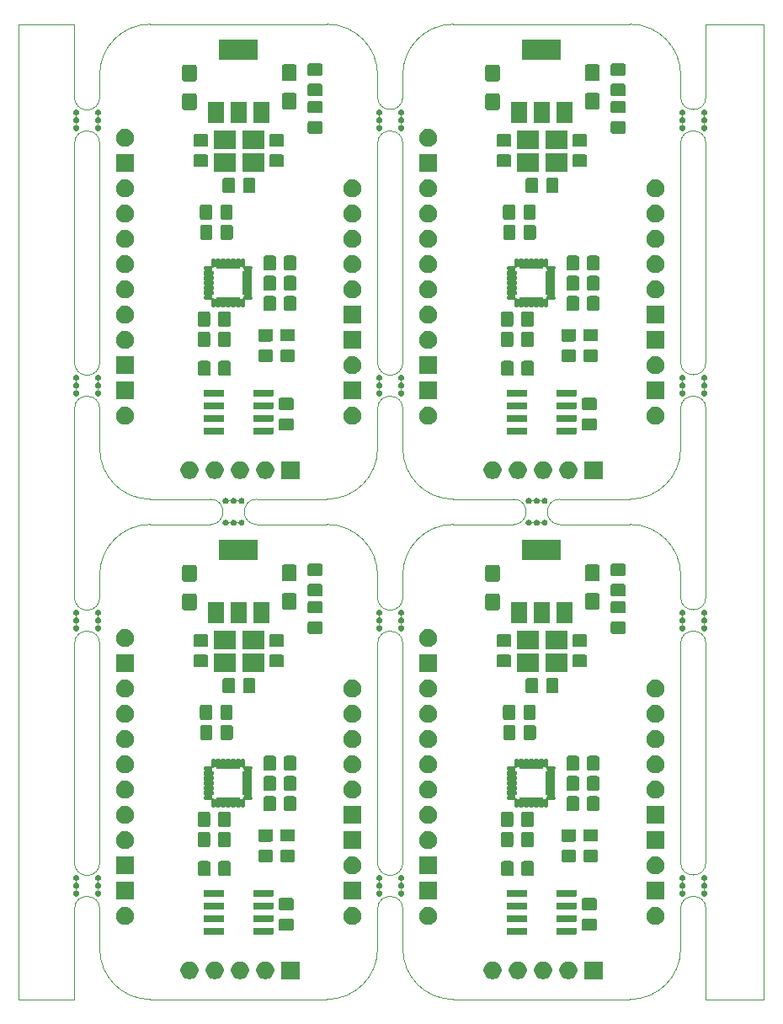
<source format=gbr>
G04 #@! TF.GenerationSoftware,KiCad,Pcbnew,(5.1.6)-1*
G04 #@! TF.CreationDate,2020-10-30T01:23:07+08:00*
G04 #@! TF.ProjectId,panelized2,70616e65-6c69-47a6-9564-322e6b696361,rev?*
G04 #@! TF.SameCoordinates,Original*
G04 #@! TF.FileFunction,Soldermask,Top*
G04 #@! TF.FilePolarity,Negative*
%FSLAX46Y46*%
G04 Gerber Fmt 4.6, Leading zero omitted, Abs format (unit mm)*
G04 Created by KiCad (PCBNEW (5.1.6)-1) date 2020-10-30 01:23:07*
%MOMM*%
%LPD*%
G01*
G04 APERTURE LIST*
G04 #@! TA.AperFunction,Profile*
%ADD10C,0.050000*%
G04 #@! TD*
%ADD11C,0.100000*%
G04 APERTURE END LIST*
D10*
X156209998Y-82803999D02*
G75*
G02*
X153670002Y-82804000I-1269998J-1D01*
G01*
X153670063Y-60756801D02*
G75*
G02*
X156210000Y-60769500I1269937J-12699D01*
G01*
X153670063Y-111048801D02*
G75*
G02*
X156210000Y-111061500I1269937J-12699D01*
G01*
X156209998Y-133095999D02*
G75*
G02*
X153670002Y-133096000I-1269998J-1D01*
G01*
X179070000Y-146812000D02*
X161290000Y-146812000D01*
X125729998Y-82803999D02*
G75*
G02*
X123190002Y-82804000I-1269998J-1D01*
G01*
X123190063Y-60756801D02*
G75*
G02*
X125730000Y-60769500I1269937J-12699D01*
G01*
X153670063Y-87426801D02*
G75*
G02*
X156210000Y-87439500I1269937J-12699D01*
G01*
X141541500Y-99060000D02*
X148590000Y-99060000D01*
X130810000Y-99060000D02*
X136855200Y-99060000D01*
X172021500Y-99060000D02*
X179070000Y-99060000D01*
X161290000Y-99060000D02*
X167335200Y-99060000D01*
X156209998Y-106425999D02*
G75*
G02*
X153670002Y-106426000I-1269998J-1D01*
G01*
X125729998Y-106425999D02*
G75*
G02*
X123190002Y-106426000I-1269998J-1D01*
G01*
X123190063Y-87426801D02*
G75*
G02*
X125730000Y-87439500I1269937J-12699D01*
G01*
X125729998Y-133095999D02*
G75*
G02*
X123190002Y-133096000I-1269998J-1D01*
G01*
X123190063Y-111048801D02*
G75*
G02*
X125730000Y-111061500I1269937J-12699D01*
G01*
X123190063Y-137718801D02*
G75*
G02*
X125730000Y-137731500I1269937J-12699D01*
G01*
X156210000Y-137731500D02*
X156210000Y-141732000D01*
X153670063Y-137718801D02*
G75*
G02*
X156210000Y-137731500I1269937J-12699D01*
G01*
X156209997Y-56134001D02*
G75*
G02*
X153670002Y-56133998I-1269997J63501D01*
G01*
X125729998Y-56133999D02*
G75*
G02*
X123190002Y-56134000I-1269998J-1D01*
G01*
X125730000Y-53848000D02*
X125730000Y-56134000D01*
X117602000Y-146812000D02*
X123190000Y-146812000D01*
X123190000Y-111048800D02*
X123190001Y-133095999D01*
X123190000Y-87426800D02*
X123190001Y-106425999D01*
X123190000Y-60756800D02*
X123190001Y-82803999D01*
X123190000Y-48768000D02*
X123190001Y-56133999D01*
X117602000Y-48768000D02*
X123190000Y-48768000D01*
X117602000Y-146812000D02*
X117602000Y-48768000D01*
X123190000Y-137718800D02*
X123190000Y-146812000D01*
X186691015Y-82753201D02*
X186690000Y-60756800D01*
X186690000Y-87426800D02*
X186691015Y-106375201D01*
X186691015Y-133045201D02*
X186690000Y-111048800D01*
X186690000Y-146812000D02*
X192532000Y-146812000D01*
X192532000Y-48768000D02*
X192532000Y-146812000D01*
X186690000Y-137718800D02*
X186690000Y-146812000D01*
X186690000Y-48768000D02*
X192532000Y-48768000D01*
X186691015Y-56083201D02*
X186690000Y-48768000D01*
X136855200Y-146812000D02*
X141541500Y-146812000D01*
X184150000Y-111048800D02*
G75*
G02*
X186690000Y-111048800I1270000J0D01*
G01*
X184150000Y-60756800D02*
G75*
G02*
X186690000Y-60756800I1270000J0D01*
G01*
X186691015Y-133045201D02*
G75*
G02*
X184150001Y-133095999I-1271015J1D01*
G01*
X184150000Y-87426800D02*
G75*
G02*
X186690000Y-87426800I1270000J0D01*
G01*
X184150000Y-137718800D02*
G75*
G02*
X186690000Y-137718800I1270000J0D01*
G01*
X186691015Y-106375201D02*
G75*
G02*
X184150001Y-106425999I-1271015J1D01*
G01*
X186691015Y-56083201D02*
G75*
G02*
X184150001Y-56133999I-1271015J1D01*
G01*
X186691015Y-82753201D02*
G75*
G02*
X184150001Y-82803999I-1271015J1D01*
G01*
X184150000Y-104140000D02*
X184150001Y-106425999D01*
X153670000Y-104140000D02*
X153670001Y-106425999D01*
X184150000Y-53848000D02*
X184150001Y-56133999D01*
X136855200Y-146812000D02*
X130810000Y-146812000D01*
X167335200Y-96520000D02*
X161290000Y-96520000D01*
X156210000Y-104140000D02*
X156210000Y-106426000D01*
X125730000Y-104140000D02*
X125730000Y-106426000D01*
X156210000Y-53848000D02*
X156210000Y-56134000D01*
X167335200Y-96520000D02*
G75*
G02*
X167335200Y-99060000I0J-1270000D01*
G01*
X156210000Y-111061500D02*
X156210000Y-133096000D01*
X125730000Y-111061500D02*
X125730000Y-133096000D01*
X156210000Y-60769500D02*
X156210000Y-82804000D01*
X172021500Y-99060000D02*
G75*
G02*
X172021500Y-96520000I0J1270000D01*
G01*
X184150000Y-141732000D02*
X184150000Y-137718800D01*
X153670000Y-141732000D02*
X153670000Y-137718800D01*
X184150000Y-91440000D02*
X184150000Y-87426800D01*
X148590000Y-146812000D02*
X141541500Y-146812000D01*
X179070000Y-96520000D02*
X172021500Y-96520000D01*
X184150001Y-133095999D02*
X184150000Y-111048800D01*
X153670001Y-133095999D02*
X153670000Y-111048800D01*
X184150001Y-82803999D02*
X184150000Y-60756800D01*
X125730000Y-141732000D02*
X125730000Y-137731500D01*
X156210000Y-91440000D02*
X156210000Y-87439500D01*
X161290000Y-48768000D02*
X179070000Y-48768000D01*
X161290000Y-146812000D02*
G75*
G02*
X156210000Y-141732000I0J5080000D01*
G01*
X130810000Y-146812000D02*
G75*
G02*
X125730000Y-141732000I0J5080000D01*
G01*
X161290000Y-96520000D02*
G75*
G02*
X156210000Y-91440000I0J5080000D01*
G01*
X184150000Y-141732000D02*
G75*
G02*
X179070000Y-146812000I-5080000J0D01*
G01*
X153670000Y-141732000D02*
G75*
G02*
X148590000Y-146812000I-5080000J0D01*
G01*
X184150000Y-91440000D02*
G75*
G02*
X179070000Y-96520000I-5080000J0D01*
G01*
X179070000Y-99060000D02*
G75*
G02*
X184150000Y-104140000I0J-5080000D01*
G01*
X148590000Y-99060000D02*
G75*
G02*
X153670000Y-104140000I0J-5080000D01*
G01*
X179070000Y-48768000D02*
G75*
G02*
X184150000Y-53848000I0J-5080000D01*
G01*
X156210000Y-104140000D02*
G75*
G02*
X161290000Y-99060000I5080000J0D01*
G01*
X125730000Y-104140000D02*
G75*
G02*
X130810000Y-99060000I5080000J0D01*
G01*
X156210000Y-53848000D02*
G75*
G02*
X161290000Y-48768000I5080000J0D01*
G01*
X125730000Y-91440000D02*
X125730000Y-87439500D01*
X125730000Y-60769500D02*
X125730000Y-82804000D01*
X136855200Y-96520000D02*
X130810000Y-96520000D01*
X148590000Y-96520000D02*
X141541500Y-96520000D01*
X136855200Y-96520000D02*
G75*
G02*
X136855200Y-99060000I0J-1270000D01*
G01*
X141541500Y-99060000D02*
G75*
G02*
X141541500Y-96520000I0J1270000D01*
G01*
X153670000Y-91440000D02*
X153670000Y-87426800D01*
X153670000Y-53848000D02*
X153670001Y-56133999D01*
X153670001Y-82803999D02*
X153670000Y-60756800D01*
X130810000Y-48768000D02*
X148590000Y-48768000D01*
X153670000Y-91440000D02*
G75*
G02*
X148590000Y-96520000I-5080000J0D01*
G01*
X130810000Y-96520000D02*
G75*
G02*
X125730000Y-91440000I0J5080000D01*
G01*
X148590000Y-48768000D02*
G75*
G02*
X153670000Y-53848000I0J-5080000D01*
G01*
X125730000Y-53848000D02*
G75*
G02*
X130810000Y-48768000I5080000J0D01*
G01*
D11*
G36*
X176288000Y-144792000D02*
G01*
X174486000Y-144792000D01*
X174486000Y-142990000D01*
X176288000Y-142990000D01*
X176288000Y-144792000D01*
G37*
G36*
X170420512Y-142994927D02*
G01*
X170569812Y-143024624D01*
X170733784Y-143092544D01*
X170881354Y-143191147D01*
X171006853Y-143316646D01*
X171105456Y-143464216D01*
X171173376Y-143628188D01*
X171208000Y-143802259D01*
X171208000Y-143979741D01*
X171173376Y-144153812D01*
X171105456Y-144317784D01*
X171006853Y-144465354D01*
X170881354Y-144590853D01*
X170733784Y-144689456D01*
X170569812Y-144757376D01*
X170420512Y-144787073D01*
X170395742Y-144792000D01*
X170218258Y-144792000D01*
X170193488Y-144787073D01*
X170044188Y-144757376D01*
X169880216Y-144689456D01*
X169732646Y-144590853D01*
X169607147Y-144465354D01*
X169508544Y-144317784D01*
X169440624Y-144153812D01*
X169406000Y-143979741D01*
X169406000Y-143802259D01*
X169440624Y-143628188D01*
X169508544Y-143464216D01*
X169607147Y-143316646D01*
X169732646Y-143191147D01*
X169880216Y-143092544D01*
X170044188Y-143024624D01*
X170193488Y-142994927D01*
X170218258Y-142990000D01*
X170395742Y-142990000D01*
X170420512Y-142994927D01*
G37*
G36*
X167880512Y-142994927D02*
G01*
X168029812Y-143024624D01*
X168193784Y-143092544D01*
X168341354Y-143191147D01*
X168466853Y-143316646D01*
X168565456Y-143464216D01*
X168633376Y-143628188D01*
X168668000Y-143802259D01*
X168668000Y-143979741D01*
X168633376Y-144153812D01*
X168565456Y-144317784D01*
X168466853Y-144465354D01*
X168341354Y-144590853D01*
X168193784Y-144689456D01*
X168029812Y-144757376D01*
X167880512Y-144787073D01*
X167855742Y-144792000D01*
X167678258Y-144792000D01*
X167653488Y-144787073D01*
X167504188Y-144757376D01*
X167340216Y-144689456D01*
X167192646Y-144590853D01*
X167067147Y-144465354D01*
X166968544Y-144317784D01*
X166900624Y-144153812D01*
X166866000Y-143979741D01*
X166866000Y-143802259D01*
X166900624Y-143628188D01*
X166968544Y-143464216D01*
X167067147Y-143316646D01*
X167192646Y-143191147D01*
X167340216Y-143092544D01*
X167504188Y-143024624D01*
X167653488Y-142994927D01*
X167678258Y-142990000D01*
X167855742Y-142990000D01*
X167880512Y-142994927D01*
G37*
G36*
X165340512Y-142994927D02*
G01*
X165489812Y-143024624D01*
X165653784Y-143092544D01*
X165801354Y-143191147D01*
X165926853Y-143316646D01*
X166025456Y-143464216D01*
X166093376Y-143628188D01*
X166128000Y-143802259D01*
X166128000Y-143979741D01*
X166093376Y-144153812D01*
X166025456Y-144317784D01*
X165926853Y-144465354D01*
X165801354Y-144590853D01*
X165653784Y-144689456D01*
X165489812Y-144757376D01*
X165340512Y-144787073D01*
X165315742Y-144792000D01*
X165138258Y-144792000D01*
X165113488Y-144787073D01*
X164964188Y-144757376D01*
X164800216Y-144689456D01*
X164652646Y-144590853D01*
X164527147Y-144465354D01*
X164428544Y-144317784D01*
X164360624Y-144153812D01*
X164326000Y-143979741D01*
X164326000Y-143802259D01*
X164360624Y-143628188D01*
X164428544Y-143464216D01*
X164527147Y-143316646D01*
X164652646Y-143191147D01*
X164800216Y-143092544D01*
X164964188Y-143024624D01*
X165113488Y-142994927D01*
X165138258Y-142990000D01*
X165315742Y-142990000D01*
X165340512Y-142994927D01*
G37*
G36*
X145808000Y-144792000D02*
G01*
X144006000Y-144792000D01*
X144006000Y-142990000D01*
X145808000Y-142990000D01*
X145808000Y-144792000D01*
G37*
G36*
X142480512Y-142994927D02*
G01*
X142629812Y-143024624D01*
X142793784Y-143092544D01*
X142941354Y-143191147D01*
X143066853Y-143316646D01*
X143165456Y-143464216D01*
X143233376Y-143628188D01*
X143268000Y-143802259D01*
X143268000Y-143979741D01*
X143233376Y-144153812D01*
X143165456Y-144317784D01*
X143066853Y-144465354D01*
X142941354Y-144590853D01*
X142793784Y-144689456D01*
X142629812Y-144757376D01*
X142480512Y-144787073D01*
X142455742Y-144792000D01*
X142278258Y-144792000D01*
X142253488Y-144787073D01*
X142104188Y-144757376D01*
X141940216Y-144689456D01*
X141792646Y-144590853D01*
X141667147Y-144465354D01*
X141568544Y-144317784D01*
X141500624Y-144153812D01*
X141466000Y-143979741D01*
X141466000Y-143802259D01*
X141500624Y-143628188D01*
X141568544Y-143464216D01*
X141667147Y-143316646D01*
X141792646Y-143191147D01*
X141940216Y-143092544D01*
X142104188Y-143024624D01*
X142253488Y-142994927D01*
X142278258Y-142990000D01*
X142455742Y-142990000D01*
X142480512Y-142994927D01*
G37*
G36*
X139940512Y-142994927D02*
G01*
X140089812Y-143024624D01*
X140253784Y-143092544D01*
X140401354Y-143191147D01*
X140526853Y-143316646D01*
X140625456Y-143464216D01*
X140693376Y-143628188D01*
X140728000Y-143802259D01*
X140728000Y-143979741D01*
X140693376Y-144153812D01*
X140625456Y-144317784D01*
X140526853Y-144465354D01*
X140401354Y-144590853D01*
X140253784Y-144689456D01*
X140089812Y-144757376D01*
X139940512Y-144787073D01*
X139915742Y-144792000D01*
X139738258Y-144792000D01*
X139713488Y-144787073D01*
X139564188Y-144757376D01*
X139400216Y-144689456D01*
X139252646Y-144590853D01*
X139127147Y-144465354D01*
X139028544Y-144317784D01*
X138960624Y-144153812D01*
X138926000Y-143979741D01*
X138926000Y-143802259D01*
X138960624Y-143628188D01*
X139028544Y-143464216D01*
X139127147Y-143316646D01*
X139252646Y-143191147D01*
X139400216Y-143092544D01*
X139564188Y-143024624D01*
X139713488Y-142994927D01*
X139738258Y-142990000D01*
X139915742Y-142990000D01*
X139940512Y-142994927D01*
G37*
G36*
X137400512Y-142994927D02*
G01*
X137549812Y-143024624D01*
X137713784Y-143092544D01*
X137861354Y-143191147D01*
X137986853Y-143316646D01*
X138085456Y-143464216D01*
X138153376Y-143628188D01*
X138188000Y-143802259D01*
X138188000Y-143979741D01*
X138153376Y-144153812D01*
X138085456Y-144317784D01*
X137986853Y-144465354D01*
X137861354Y-144590853D01*
X137713784Y-144689456D01*
X137549812Y-144757376D01*
X137400512Y-144787073D01*
X137375742Y-144792000D01*
X137198258Y-144792000D01*
X137173488Y-144787073D01*
X137024188Y-144757376D01*
X136860216Y-144689456D01*
X136712646Y-144590853D01*
X136587147Y-144465354D01*
X136488544Y-144317784D01*
X136420624Y-144153812D01*
X136386000Y-143979741D01*
X136386000Y-143802259D01*
X136420624Y-143628188D01*
X136488544Y-143464216D01*
X136587147Y-143316646D01*
X136712646Y-143191147D01*
X136860216Y-143092544D01*
X137024188Y-143024624D01*
X137173488Y-142994927D01*
X137198258Y-142990000D01*
X137375742Y-142990000D01*
X137400512Y-142994927D01*
G37*
G36*
X134860512Y-142994927D02*
G01*
X135009812Y-143024624D01*
X135173784Y-143092544D01*
X135321354Y-143191147D01*
X135446853Y-143316646D01*
X135545456Y-143464216D01*
X135613376Y-143628188D01*
X135648000Y-143802259D01*
X135648000Y-143979741D01*
X135613376Y-144153812D01*
X135545456Y-144317784D01*
X135446853Y-144465354D01*
X135321354Y-144590853D01*
X135173784Y-144689456D01*
X135009812Y-144757376D01*
X134860512Y-144787073D01*
X134835742Y-144792000D01*
X134658258Y-144792000D01*
X134633488Y-144787073D01*
X134484188Y-144757376D01*
X134320216Y-144689456D01*
X134172646Y-144590853D01*
X134047147Y-144465354D01*
X133948544Y-144317784D01*
X133880624Y-144153812D01*
X133846000Y-143979741D01*
X133846000Y-143802259D01*
X133880624Y-143628188D01*
X133948544Y-143464216D01*
X134047147Y-143316646D01*
X134172646Y-143191147D01*
X134320216Y-143092544D01*
X134484188Y-143024624D01*
X134633488Y-142994927D01*
X134658258Y-142990000D01*
X134835742Y-142990000D01*
X134860512Y-142994927D01*
G37*
G36*
X172960512Y-142994927D02*
G01*
X173109812Y-143024624D01*
X173273784Y-143092544D01*
X173421354Y-143191147D01*
X173546853Y-143316646D01*
X173645456Y-143464216D01*
X173713376Y-143628188D01*
X173748000Y-143802259D01*
X173748000Y-143979741D01*
X173713376Y-144153812D01*
X173645456Y-144317784D01*
X173546853Y-144465354D01*
X173421354Y-144590853D01*
X173273784Y-144689456D01*
X173109812Y-144757376D01*
X172960512Y-144787073D01*
X172935742Y-144792000D01*
X172758258Y-144792000D01*
X172733488Y-144787073D01*
X172584188Y-144757376D01*
X172420216Y-144689456D01*
X172272646Y-144590853D01*
X172147147Y-144465354D01*
X172048544Y-144317784D01*
X171980624Y-144153812D01*
X171946000Y-143979741D01*
X171946000Y-143802259D01*
X171980624Y-143628188D01*
X172048544Y-143464216D01*
X172147147Y-143316646D01*
X172272646Y-143191147D01*
X172420216Y-143092544D01*
X172584188Y-143024624D01*
X172733488Y-142994927D01*
X172758258Y-142990000D01*
X172935742Y-142990000D01*
X172960512Y-142994927D01*
G37*
G36*
X138159928Y-139605764D02*
G01*
X138181009Y-139612160D01*
X138200445Y-139622548D01*
X138217476Y-139636524D01*
X138231452Y-139653555D01*
X138241840Y-139672991D01*
X138248236Y-139694072D01*
X138251000Y-139722140D01*
X138251000Y-140185860D01*
X138248236Y-140213928D01*
X138241840Y-140235009D01*
X138231452Y-140254445D01*
X138217476Y-140271476D01*
X138200445Y-140285452D01*
X138181009Y-140295840D01*
X138159928Y-140302236D01*
X138131860Y-140305000D01*
X136318140Y-140305000D01*
X136290072Y-140302236D01*
X136268991Y-140295840D01*
X136249555Y-140285452D01*
X136232524Y-140271476D01*
X136218548Y-140254445D01*
X136208160Y-140235009D01*
X136201764Y-140213928D01*
X136199000Y-140185860D01*
X136199000Y-139722140D01*
X136201764Y-139694072D01*
X136208160Y-139672991D01*
X136218548Y-139653555D01*
X136232524Y-139636524D01*
X136249555Y-139622548D01*
X136268991Y-139612160D01*
X136290072Y-139605764D01*
X136318140Y-139603000D01*
X138131860Y-139603000D01*
X138159928Y-139605764D01*
G37*
G36*
X168639928Y-139605764D02*
G01*
X168661009Y-139612160D01*
X168680445Y-139622548D01*
X168697476Y-139636524D01*
X168711452Y-139653555D01*
X168721840Y-139672991D01*
X168728236Y-139694072D01*
X168731000Y-139722140D01*
X168731000Y-140185860D01*
X168728236Y-140213928D01*
X168721840Y-140235009D01*
X168711452Y-140254445D01*
X168697476Y-140271476D01*
X168680445Y-140285452D01*
X168661009Y-140295840D01*
X168639928Y-140302236D01*
X168611860Y-140305000D01*
X166798140Y-140305000D01*
X166770072Y-140302236D01*
X166748991Y-140295840D01*
X166729555Y-140285452D01*
X166712524Y-140271476D01*
X166698548Y-140254445D01*
X166688160Y-140235009D01*
X166681764Y-140213928D01*
X166679000Y-140185860D01*
X166679000Y-139722140D01*
X166681764Y-139694072D01*
X166688160Y-139672991D01*
X166698548Y-139653555D01*
X166712524Y-139636524D01*
X166729555Y-139622548D01*
X166748991Y-139612160D01*
X166770072Y-139605764D01*
X166798140Y-139603000D01*
X168611860Y-139603000D01*
X168639928Y-139605764D01*
G37*
G36*
X173589928Y-139605764D02*
G01*
X173611009Y-139612160D01*
X173630445Y-139622548D01*
X173647476Y-139636524D01*
X173661452Y-139653555D01*
X173671840Y-139672991D01*
X173678236Y-139694072D01*
X173681000Y-139722140D01*
X173681000Y-140185860D01*
X173678236Y-140213928D01*
X173671840Y-140235009D01*
X173661452Y-140254445D01*
X173647476Y-140271476D01*
X173630445Y-140285452D01*
X173611009Y-140295840D01*
X173589928Y-140302236D01*
X173561860Y-140305000D01*
X171748140Y-140305000D01*
X171720072Y-140302236D01*
X171698991Y-140295840D01*
X171679555Y-140285452D01*
X171662524Y-140271476D01*
X171648548Y-140254445D01*
X171638160Y-140235009D01*
X171631764Y-140213928D01*
X171629000Y-140185860D01*
X171629000Y-139722140D01*
X171631764Y-139694072D01*
X171638160Y-139672991D01*
X171648548Y-139653555D01*
X171662524Y-139636524D01*
X171679555Y-139622548D01*
X171698991Y-139612160D01*
X171720072Y-139605764D01*
X171748140Y-139603000D01*
X173561860Y-139603000D01*
X173589928Y-139605764D01*
G37*
G36*
X143109928Y-139605764D02*
G01*
X143131009Y-139612160D01*
X143150445Y-139622548D01*
X143167476Y-139636524D01*
X143181452Y-139653555D01*
X143191840Y-139672991D01*
X143198236Y-139694072D01*
X143201000Y-139722140D01*
X143201000Y-140185860D01*
X143198236Y-140213928D01*
X143191840Y-140235009D01*
X143181452Y-140254445D01*
X143167476Y-140271476D01*
X143150445Y-140285452D01*
X143131009Y-140295840D01*
X143109928Y-140302236D01*
X143081860Y-140305000D01*
X141268140Y-140305000D01*
X141240072Y-140302236D01*
X141218991Y-140295840D01*
X141199555Y-140285452D01*
X141182524Y-140271476D01*
X141168548Y-140254445D01*
X141158160Y-140235009D01*
X141151764Y-140213928D01*
X141149000Y-140185860D01*
X141149000Y-139722140D01*
X141151764Y-139694072D01*
X141158160Y-139672991D01*
X141168548Y-139653555D01*
X141182524Y-139636524D01*
X141199555Y-139622548D01*
X141218991Y-139612160D01*
X141240072Y-139605764D01*
X141268140Y-139603000D01*
X143081860Y-139603000D01*
X143109928Y-139605764D01*
G37*
G36*
X175543874Y-138672065D02*
G01*
X175581567Y-138683499D01*
X175616303Y-138702066D01*
X175646748Y-138727052D01*
X175671734Y-138757497D01*
X175690301Y-138792233D01*
X175701735Y-138829926D01*
X175706200Y-138875261D01*
X175706200Y-139711939D01*
X175701735Y-139757274D01*
X175690301Y-139794967D01*
X175671734Y-139829703D01*
X175646748Y-139860148D01*
X175616303Y-139885134D01*
X175581567Y-139903701D01*
X175543874Y-139915135D01*
X175498539Y-139919600D01*
X174411861Y-139919600D01*
X174366526Y-139915135D01*
X174328833Y-139903701D01*
X174294097Y-139885134D01*
X174263652Y-139860148D01*
X174238666Y-139829703D01*
X174220099Y-139794967D01*
X174208665Y-139757274D01*
X174204200Y-139711939D01*
X174204200Y-138875261D01*
X174208665Y-138829926D01*
X174220099Y-138792233D01*
X174238666Y-138757497D01*
X174263652Y-138727052D01*
X174294097Y-138702066D01*
X174328833Y-138683499D01*
X174366526Y-138672065D01*
X174411861Y-138667600D01*
X175498539Y-138667600D01*
X175543874Y-138672065D01*
G37*
G36*
X145063874Y-138672065D02*
G01*
X145101567Y-138683499D01*
X145136303Y-138702066D01*
X145166748Y-138727052D01*
X145191734Y-138757497D01*
X145210301Y-138792233D01*
X145221735Y-138829926D01*
X145226200Y-138875261D01*
X145226200Y-139711939D01*
X145221735Y-139757274D01*
X145210301Y-139794967D01*
X145191734Y-139829703D01*
X145166748Y-139860148D01*
X145136303Y-139885134D01*
X145101567Y-139903701D01*
X145063874Y-139915135D01*
X145018539Y-139919600D01*
X143931861Y-139919600D01*
X143886526Y-139915135D01*
X143848833Y-139903701D01*
X143814097Y-139885134D01*
X143783652Y-139860148D01*
X143758666Y-139829703D01*
X143740099Y-139794967D01*
X143728665Y-139757274D01*
X143724200Y-139711939D01*
X143724200Y-138875261D01*
X143728665Y-138829926D01*
X143740099Y-138792233D01*
X143758666Y-138757497D01*
X143783652Y-138727052D01*
X143814097Y-138702066D01*
X143848833Y-138683499D01*
X143886526Y-138672065D01*
X143931861Y-138667600D01*
X145018539Y-138667600D01*
X145063874Y-138672065D01*
G37*
G36*
X158863512Y-137533927D02*
G01*
X159012812Y-137563624D01*
X159176784Y-137631544D01*
X159324354Y-137730147D01*
X159449853Y-137855646D01*
X159548456Y-138003216D01*
X159616376Y-138167188D01*
X159651000Y-138341259D01*
X159651000Y-138518741D01*
X159616376Y-138692812D01*
X159548456Y-138856784D01*
X159449853Y-139004354D01*
X159324354Y-139129853D01*
X159176784Y-139228456D01*
X159012812Y-139296376D01*
X158863512Y-139326073D01*
X158838742Y-139331000D01*
X158661258Y-139331000D01*
X158636488Y-139326073D01*
X158487188Y-139296376D01*
X158323216Y-139228456D01*
X158175646Y-139129853D01*
X158050147Y-139004354D01*
X157951544Y-138856784D01*
X157883624Y-138692812D01*
X157849000Y-138518741D01*
X157849000Y-138341259D01*
X157883624Y-138167188D01*
X157951544Y-138003216D01*
X158050147Y-137855646D01*
X158175646Y-137730147D01*
X158323216Y-137631544D01*
X158487188Y-137563624D01*
X158636488Y-137533927D01*
X158661258Y-137529000D01*
X158838742Y-137529000D01*
X158863512Y-137533927D01*
G37*
G36*
X181723512Y-137533927D02*
G01*
X181872812Y-137563624D01*
X182036784Y-137631544D01*
X182184354Y-137730147D01*
X182309853Y-137855646D01*
X182408456Y-138003216D01*
X182476376Y-138167188D01*
X182511000Y-138341259D01*
X182511000Y-138518741D01*
X182476376Y-138692812D01*
X182408456Y-138856784D01*
X182309853Y-139004354D01*
X182184354Y-139129853D01*
X182036784Y-139228456D01*
X181872812Y-139296376D01*
X181723512Y-139326073D01*
X181698742Y-139331000D01*
X181521258Y-139331000D01*
X181496488Y-139326073D01*
X181347188Y-139296376D01*
X181183216Y-139228456D01*
X181035646Y-139129853D01*
X180910147Y-139004354D01*
X180811544Y-138856784D01*
X180743624Y-138692812D01*
X180709000Y-138518741D01*
X180709000Y-138341259D01*
X180743624Y-138167188D01*
X180811544Y-138003216D01*
X180910147Y-137855646D01*
X181035646Y-137730147D01*
X181183216Y-137631544D01*
X181347188Y-137563624D01*
X181496488Y-137533927D01*
X181521258Y-137529000D01*
X181698742Y-137529000D01*
X181723512Y-137533927D01*
G37*
G36*
X151243512Y-137533927D02*
G01*
X151392812Y-137563624D01*
X151556784Y-137631544D01*
X151704354Y-137730147D01*
X151829853Y-137855646D01*
X151928456Y-138003216D01*
X151996376Y-138167188D01*
X152031000Y-138341259D01*
X152031000Y-138518741D01*
X151996376Y-138692812D01*
X151928456Y-138856784D01*
X151829853Y-139004354D01*
X151704354Y-139129853D01*
X151556784Y-139228456D01*
X151392812Y-139296376D01*
X151243512Y-139326073D01*
X151218742Y-139331000D01*
X151041258Y-139331000D01*
X151016488Y-139326073D01*
X150867188Y-139296376D01*
X150703216Y-139228456D01*
X150555646Y-139129853D01*
X150430147Y-139004354D01*
X150331544Y-138856784D01*
X150263624Y-138692812D01*
X150229000Y-138518741D01*
X150229000Y-138341259D01*
X150263624Y-138167188D01*
X150331544Y-138003216D01*
X150430147Y-137855646D01*
X150555646Y-137730147D01*
X150703216Y-137631544D01*
X150867188Y-137563624D01*
X151016488Y-137533927D01*
X151041258Y-137529000D01*
X151218742Y-137529000D01*
X151243512Y-137533927D01*
G37*
G36*
X128383512Y-137533927D02*
G01*
X128532812Y-137563624D01*
X128696784Y-137631544D01*
X128844354Y-137730147D01*
X128969853Y-137855646D01*
X129068456Y-138003216D01*
X129136376Y-138167188D01*
X129171000Y-138341259D01*
X129171000Y-138518741D01*
X129136376Y-138692812D01*
X129068456Y-138856784D01*
X128969853Y-139004354D01*
X128844354Y-139129853D01*
X128696784Y-139228456D01*
X128532812Y-139296376D01*
X128383512Y-139326073D01*
X128358742Y-139331000D01*
X128181258Y-139331000D01*
X128156488Y-139326073D01*
X128007188Y-139296376D01*
X127843216Y-139228456D01*
X127695646Y-139129853D01*
X127570147Y-139004354D01*
X127471544Y-138856784D01*
X127403624Y-138692812D01*
X127369000Y-138518741D01*
X127369000Y-138341259D01*
X127403624Y-138167188D01*
X127471544Y-138003216D01*
X127570147Y-137855646D01*
X127695646Y-137730147D01*
X127843216Y-137631544D01*
X128007188Y-137563624D01*
X128156488Y-137533927D01*
X128181258Y-137529000D01*
X128358742Y-137529000D01*
X128383512Y-137533927D01*
G37*
G36*
X138159928Y-138335764D02*
G01*
X138181009Y-138342160D01*
X138200445Y-138352548D01*
X138217476Y-138366524D01*
X138231452Y-138383555D01*
X138241840Y-138402991D01*
X138248236Y-138424072D01*
X138251000Y-138452140D01*
X138251000Y-138915860D01*
X138248236Y-138943928D01*
X138241840Y-138965009D01*
X138231452Y-138984445D01*
X138217476Y-139001476D01*
X138200445Y-139015452D01*
X138181009Y-139025840D01*
X138159928Y-139032236D01*
X138131860Y-139035000D01*
X136318140Y-139035000D01*
X136290072Y-139032236D01*
X136268991Y-139025840D01*
X136249555Y-139015452D01*
X136232524Y-139001476D01*
X136218548Y-138984445D01*
X136208160Y-138965009D01*
X136201764Y-138943928D01*
X136199000Y-138915860D01*
X136199000Y-138452140D01*
X136201764Y-138424072D01*
X136208160Y-138402991D01*
X136218548Y-138383555D01*
X136232524Y-138366524D01*
X136249555Y-138352548D01*
X136268991Y-138342160D01*
X136290072Y-138335764D01*
X136318140Y-138333000D01*
X138131860Y-138333000D01*
X138159928Y-138335764D01*
G37*
G36*
X143109928Y-138335764D02*
G01*
X143131009Y-138342160D01*
X143150445Y-138352548D01*
X143167476Y-138366524D01*
X143181452Y-138383555D01*
X143191840Y-138402991D01*
X143198236Y-138424072D01*
X143201000Y-138452140D01*
X143201000Y-138915860D01*
X143198236Y-138943928D01*
X143191840Y-138965009D01*
X143181452Y-138984445D01*
X143167476Y-139001476D01*
X143150445Y-139015452D01*
X143131009Y-139025840D01*
X143109928Y-139032236D01*
X143081860Y-139035000D01*
X141268140Y-139035000D01*
X141240072Y-139032236D01*
X141218991Y-139025840D01*
X141199555Y-139015452D01*
X141182524Y-139001476D01*
X141168548Y-138984445D01*
X141158160Y-138965009D01*
X141151764Y-138943928D01*
X141149000Y-138915860D01*
X141149000Y-138452140D01*
X141151764Y-138424072D01*
X141158160Y-138402991D01*
X141168548Y-138383555D01*
X141182524Y-138366524D01*
X141199555Y-138352548D01*
X141218991Y-138342160D01*
X141240072Y-138335764D01*
X141268140Y-138333000D01*
X143081860Y-138333000D01*
X143109928Y-138335764D01*
G37*
G36*
X173589928Y-138335764D02*
G01*
X173611009Y-138342160D01*
X173630445Y-138352548D01*
X173647476Y-138366524D01*
X173661452Y-138383555D01*
X173671840Y-138402991D01*
X173678236Y-138424072D01*
X173681000Y-138452140D01*
X173681000Y-138915860D01*
X173678236Y-138943928D01*
X173671840Y-138965009D01*
X173661452Y-138984445D01*
X173647476Y-139001476D01*
X173630445Y-139015452D01*
X173611009Y-139025840D01*
X173589928Y-139032236D01*
X173561860Y-139035000D01*
X171748140Y-139035000D01*
X171720072Y-139032236D01*
X171698991Y-139025840D01*
X171679555Y-139015452D01*
X171662524Y-139001476D01*
X171648548Y-138984445D01*
X171638160Y-138965009D01*
X171631764Y-138943928D01*
X171629000Y-138915860D01*
X171629000Y-138452140D01*
X171631764Y-138424072D01*
X171638160Y-138402991D01*
X171648548Y-138383555D01*
X171662524Y-138366524D01*
X171679555Y-138352548D01*
X171698991Y-138342160D01*
X171720072Y-138335764D01*
X171748140Y-138333000D01*
X173561860Y-138333000D01*
X173589928Y-138335764D01*
G37*
G36*
X168639928Y-138335764D02*
G01*
X168661009Y-138342160D01*
X168680445Y-138352548D01*
X168697476Y-138366524D01*
X168711452Y-138383555D01*
X168721840Y-138402991D01*
X168728236Y-138424072D01*
X168731000Y-138452140D01*
X168731000Y-138915860D01*
X168728236Y-138943928D01*
X168721840Y-138965009D01*
X168711452Y-138984445D01*
X168697476Y-139001476D01*
X168680445Y-139015452D01*
X168661009Y-139025840D01*
X168639928Y-139032236D01*
X168611860Y-139035000D01*
X166798140Y-139035000D01*
X166770072Y-139032236D01*
X166748991Y-139025840D01*
X166729555Y-139015452D01*
X166712524Y-139001476D01*
X166698548Y-138984445D01*
X166688160Y-138965009D01*
X166681764Y-138943928D01*
X166679000Y-138915860D01*
X166679000Y-138452140D01*
X166681764Y-138424072D01*
X166688160Y-138402991D01*
X166698548Y-138383555D01*
X166712524Y-138366524D01*
X166729555Y-138352548D01*
X166748991Y-138342160D01*
X166770072Y-138335764D01*
X166798140Y-138333000D01*
X168611860Y-138333000D01*
X168639928Y-138335764D01*
G37*
G36*
X175543874Y-136622065D02*
G01*
X175581567Y-136633499D01*
X175616303Y-136652066D01*
X175646748Y-136677052D01*
X175671734Y-136707497D01*
X175690301Y-136742233D01*
X175701735Y-136779926D01*
X175706200Y-136825261D01*
X175706200Y-137661939D01*
X175701735Y-137707274D01*
X175690301Y-137744967D01*
X175671734Y-137779703D01*
X175646748Y-137810148D01*
X175616303Y-137835134D01*
X175581567Y-137853701D01*
X175543874Y-137865135D01*
X175498539Y-137869600D01*
X174411861Y-137869600D01*
X174366526Y-137865135D01*
X174328833Y-137853701D01*
X174294097Y-137835134D01*
X174263652Y-137810148D01*
X174238666Y-137779703D01*
X174220099Y-137744967D01*
X174208665Y-137707274D01*
X174204200Y-137661939D01*
X174204200Y-136825261D01*
X174208665Y-136779926D01*
X174220099Y-136742233D01*
X174238666Y-136707497D01*
X174263652Y-136677052D01*
X174294097Y-136652066D01*
X174328833Y-136633499D01*
X174366526Y-136622065D01*
X174411861Y-136617600D01*
X175498539Y-136617600D01*
X175543874Y-136622065D01*
G37*
G36*
X145063874Y-136622065D02*
G01*
X145101567Y-136633499D01*
X145136303Y-136652066D01*
X145166748Y-136677052D01*
X145191734Y-136707497D01*
X145210301Y-136742233D01*
X145221735Y-136779926D01*
X145226200Y-136825261D01*
X145226200Y-137661939D01*
X145221735Y-137707274D01*
X145210301Y-137744967D01*
X145191734Y-137779703D01*
X145166748Y-137810148D01*
X145136303Y-137835134D01*
X145101567Y-137853701D01*
X145063874Y-137865135D01*
X145018539Y-137869600D01*
X143931861Y-137869600D01*
X143886526Y-137865135D01*
X143848833Y-137853701D01*
X143814097Y-137835134D01*
X143783652Y-137810148D01*
X143758666Y-137779703D01*
X143740099Y-137744967D01*
X143728665Y-137707274D01*
X143724200Y-137661939D01*
X143724200Y-136825261D01*
X143728665Y-136779926D01*
X143740099Y-136742233D01*
X143758666Y-136707497D01*
X143783652Y-136677052D01*
X143814097Y-136652066D01*
X143848833Y-136633499D01*
X143886526Y-136622065D01*
X143931861Y-136617600D01*
X145018539Y-136617600D01*
X145063874Y-136622065D01*
G37*
G36*
X138159928Y-137065764D02*
G01*
X138181009Y-137072160D01*
X138200445Y-137082548D01*
X138217476Y-137096524D01*
X138231452Y-137113555D01*
X138241840Y-137132991D01*
X138248236Y-137154072D01*
X138251000Y-137182140D01*
X138251000Y-137645860D01*
X138248236Y-137673928D01*
X138241840Y-137695009D01*
X138231452Y-137714445D01*
X138217476Y-137731476D01*
X138200445Y-137745452D01*
X138181009Y-137755840D01*
X138159928Y-137762236D01*
X138131860Y-137765000D01*
X136318140Y-137765000D01*
X136290072Y-137762236D01*
X136268991Y-137755840D01*
X136249555Y-137745452D01*
X136232524Y-137731476D01*
X136218548Y-137714445D01*
X136208160Y-137695009D01*
X136201764Y-137673928D01*
X136199000Y-137645860D01*
X136199000Y-137182140D01*
X136201764Y-137154072D01*
X136208160Y-137132991D01*
X136218548Y-137113555D01*
X136232524Y-137096524D01*
X136249555Y-137082548D01*
X136268991Y-137072160D01*
X136290072Y-137065764D01*
X136318140Y-137063000D01*
X138131860Y-137063000D01*
X138159928Y-137065764D01*
G37*
G36*
X173589928Y-137065764D02*
G01*
X173611009Y-137072160D01*
X173630445Y-137082548D01*
X173647476Y-137096524D01*
X173661452Y-137113555D01*
X173671840Y-137132991D01*
X173678236Y-137154072D01*
X173681000Y-137182140D01*
X173681000Y-137645860D01*
X173678236Y-137673928D01*
X173671840Y-137695009D01*
X173661452Y-137714445D01*
X173647476Y-137731476D01*
X173630445Y-137745452D01*
X173611009Y-137755840D01*
X173589928Y-137762236D01*
X173561860Y-137765000D01*
X171748140Y-137765000D01*
X171720072Y-137762236D01*
X171698991Y-137755840D01*
X171679555Y-137745452D01*
X171662524Y-137731476D01*
X171648548Y-137714445D01*
X171638160Y-137695009D01*
X171631764Y-137673928D01*
X171629000Y-137645860D01*
X171629000Y-137182140D01*
X171631764Y-137154072D01*
X171638160Y-137132991D01*
X171648548Y-137113555D01*
X171662524Y-137096524D01*
X171679555Y-137082548D01*
X171698991Y-137072160D01*
X171720072Y-137065764D01*
X171748140Y-137063000D01*
X173561860Y-137063000D01*
X173589928Y-137065764D01*
G37*
G36*
X143109928Y-137065764D02*
G01*
X143131009Y-137072160D01*
X143150445Y-137082548D01*
X143167476Y-137096524D01*
X143181452Y-137113555D01*
X143191840Y-137132991D01*
X143198236Y-137154072D01*
X143201000Y-137182140D01*
X143201000Y-137645860D01*
X143198236Y-137673928D01*
X143191840Y-137695009D01*
X143181452Y-137714445D01*
X143167476Y-137731476D01*
X143150445Y-137745452D01*
X143131009Y-137755840D01*
X143109928Y-137762236D01*
X143081860Y-137765000D01*
X141268140Y-137765000D01*
X141240072Y-137762236D01*
X141218991Y-137755840D01*
X141199555Y-137745452D01*
X141182524Y-137731476D01*
X141168548Y-137714445D01*
X141158160Y-137695009D01*
X141151764Y-137673928D01*
X141149000Y-137645860D01*
X141149000Y-137182140D01*
X141151764Y-137154072D01*
X141158160Y-137132991D01*
X141168548Y-137113555D01*
X141182524Y-137096524D01*
X141199555Y-137082548D01*
X141218991Y-137072160D01*
X141240072Y-137065764D01*
X141268140Y-137063000D01*
X143081860Y-137063000D01*
X143109928Y-137065764D01*
G37*
G36*
X168639928Y-137065764D02*
G01*
X168661009Y-137072160D01*
X168680445Y-137082548D01*
X168697476Y-137096524D01*
X168711452Y-137113555D01*
X168721840Y-137132991D01*
X168728236Y-137154072D01*
X168731000Y-137182140D01*
X168731000Y-137645860D01*
X168728236Y-137673928D01*
X168721840Y-137695009D01*
X168711452Y-137714445D01*
X168697476Y-137731476D01*
X168680445Y-137745452D01*
X168661009Y-137755840D01*
X168639928Y-137762236D01*
X168611860Y-137765000D01*
X166798140Y-137765000D01*
X166770072Y-137762236D01*
X166748991Y-137755840D01*
X166729555Y-137745452D01*
X166712524Y-137731476D01*
X166698548Y-137714445D01*
X166688160Y-137695009D01*
X166681764Y-137673928D01*
X166679000Y-137645860D01*
X166679000Y-137182140D01*
X166681764Y-137154072D01*
X166688160Y-137132991D01*
X166698548Y-137113555D01*
X166712524Y-137096524D01*
X166729555Y-137082548D01*
X166748991Y-137072160D01*
X166770072Y-137065764D01*
X166798140Y-137063000D01*
X168611860Y-137063000D01*
X168639928Y-137065764D01*
G37*
G36*
X159651000Y-136791000D02*
G01*
X157849000Y-136791000D01*
X157849000Y-134989000D01*
X159651000Y-134989000D01*
X159651000Y-136791000D01*
G37*
G36*
X129171000Y-136791000D02*
G01*
X127369000Y-136791000D01*
X127369000Y-134989000D01*
X129171000Y-134989000D01*
X129171000Y-136791000D01*
G37*
G36*
X182511000Y-136791000D02*
G01*
X180709000Y-136791000D01*
X180709000Y-134989000D01*
X182511000Y-134989000D01*
X182511000Y-136791000D01*
G37*
G36*
X152031000Y-136791000D02*
G01*
X150229000Y-136791000D01*
X150229000Y-134989000D01*
X152031000Y-134989000D01*
X152031000Y-136791000D01*
G37*
G36*
X143109928Y-135795764D02*
G01*
X143131009Y-135802160D01*
X143150445Y-135812548D01*
X143167476Y-135826524D01*
X143181452Y-135843555D01*
X143191840Y-135862991D01*
X143198236Y-135884072D01*
X143201000Y-135912140D01*
X143201000Y-136375860D01*
X143198236Y-136403928D01*
X143191840Y-136425009D01*
X143181452Y-136444445D01*
X143167476Y-136461476D01*
X143150445Y-136475452D01*
X143131009Y-136485840D01*
X143109928Y-136492236D01*
X143081860Y-136495000D01*
X141268140Y-136495000D01*
X141240072Y-136492236D01*
X141218991Y-136485840D01*
X141199555Y-136475452D01*
X141182524Y-136461476D01*
X141168548Y-136444445D01*
X141158160Y-136425009D01*
X141151764Y-136403928D01*
X141149000Y-136375860D01*
X141149000Y-135912140D01*
X141151764Y-135884072D01*
X141158160Y-135862991D01*
X141168548Y-135843555D01*
X141182524Y-135826524D01*
X141199555Y-135812548D01*
X141218991Y-135802160D01*
X141240072Y-135795764D01*
X141268140Y-135793000D01*
X143081860Y-135793000D01*
X143109928Y-135795764D01*
G37*
G36*
X173589928Y-135795764D02*
G01*
X173611009Y-135802160D01*
X173630445Y-135812548D01*
X173647476Y-135826524D01*
X173661452Y-135843555D01*
X173671840Y-135862991D01*
X173678236Y-135884072D01*
X173681000Y-135912140D01*
X173681000Y-136375860D01*
X173678236Y-136403928D01*
X173671840Y-136425009D01*
X173661452Y-136444445D01*
X173647476Y-136461476D01*
X173630445Y-136475452D01*
X173611009Y-136485840D01*
X173589928Y-136492236D01*
X173561860Y-136495000D01*
X171748140Y-136495000D01*
X171720072Y-136492236D01*
X171698991Y-136485840D01*
X171679555Y-136475452D01*
X171662524Y-136461476D01*
X171648548Y-136444445D01*
X171638160Y-136425009D01*
X171631764Y-136403928D01*
X171629000Y-136375860D01*
X171629000Y-135912140D01*
X171631764Y-135884072D01*
X171638160Y-135862991D01*
X171648548Y-135843555D01*
X171662524Y-135826524D01*
X171679555Y-135812548D01*
X171698991Y-135802160D01*
X171720072Y-135795764D01*
X171748140Y-135793000D01*
X173561860Y-135793000D01*
X173589928Y-135795764D01*
G37*
G36*
X138159928Y-135795764D02*
G01*
X138181009Y-135802160D01*
X138200445Y-135812548D01*
X138217476Y-135826524D01*
X138231452Y-135843555D01*
X138241840Y-135862991D01*
X138248236Y-135884072D01*
X138251000Y-135912140D01*
X138251000Y-136375860D01*
X138248236Y-136403928D01*
X138241840Y-136425009D01*
X138231452Y-136444445D01*
X138217476Y-136461476D01*
X138200445Y-136475452D01*
X138181009Y-136485840D01*
X138159928Y-136492236D01*
X138131860Y-136495000D01*
X136318140Y-136495000D01*
X136290072Y-136492236D01*
X136268991Y-136485840D01*
X136249555Y-136475452D01*
X136232524Y-136461476D01*
X136218548Y-136444445D01*
X136208160Y-136425009D01*
X136201764Y-136403928D01*
X136199000Y-136375860D01*
X136199000Y-135912140D01*
X136201764Y-135884072D01*
X136208160Y-135862991D01*
X136218548Y-135843555D01*
X136232524Y-135826524D01*
X136249555Y-135812548D01*
X136268991Y-135802160D01*
X136290072Y-135795764D01*
X136318140Y-135793000D01*
X138131860Y-135793000D01*
X138159928Y-135795764D01*
G37*
G36*
X168639928Y-135795764D02*
G01*
X168661009Y-135802160D01*
X168680445Y-135812548D01*
X168697476Y-135826524D01*
X168711452Y-135843555D01*
X168721840Y-135862991D01*
X168728236Y-135884072D01*
X168731000Y-135912140D01*
X168731000Y-136375860D01*
X168728236Y-136403928D01*
X168721840Y-136425009D01*
X168711452Y-136444445D01*
X168697476Y-136461476D01*
X168680445Y-136475452D01*
X168661009Y-136485840D01*
X168639928Y-136492236D01*
X168611860Y-136495000D01*
X166798140Y-136495000D01*
X166770072Y-136492236D01*
X166748991Y-136485840D01*
X166729555Y-136475452D01*
X166712524Y-136461476D01*
X166698548Y-136444445D01*
X166688160Y-136425009D01*
X166681764Y-136403928D01*
X166679000Y-136375860D01*
X166679000Y-135912140D01*
X166681764Y-135884072D01*
X166688160Y-135862991D01*
X166698548Y-135843555D01*
X166712524Y-135826524D01*
X166729555Y-135812548D01*
X166748991Y-135802160D01*
X166770072Y-135795764D01*
X166798140Y-135793000D01*
X168611860Y-135793000D01*
X168639928Y-135795764D01*
G37*
G36*
X153927797Y-134292567D02*
G01*
X153982575Y-134315257D01*
X153982577Y-134315258D01*
X154031876Y-134348198D01*
X154073802Y-134390124D01*
X154084276Y-134405800D01*
X154106743Y-134439425D01*
X154129433Y-134494203D01*
X154141000Y-134552353D01*
X154141000Y-134611647D01*
X154129433Y-134669797D01*
X154106743Y-134724575D01*
X154106742Y-134724577D01*
X154073802Y-134773876D01*
X154031876Y-134815802D01*
X153982577Y-134848742D01*
X153982576Y-134848743D01*
X153982575Y-134848743D01*
X153939668Y-134866516D01*
X153918057Y-134878067D01*
X153899115Y-134893613D01*
X153883570Y-134912555D01*
X153872019Y-134934165D01*
X153864906Y-134957614D01*
X153862504Y-134982000D01*
X153864906Y-135006387D01*
X153872019Y-135029835D01*
X153883570Y-135051446D01*
X153899116Y-135070388D01*
X153918058Y-135085933D01*
X153939668Y-135097484D01*
X153982575Y-135115257D01*
X153982577Y-135115258D01*
X154031876Y-135148198D01*
X154073802Y-135190124D01*
X154106742Y-135239423D01*
X154106743Y-135239425D01*
X154129433Y-135294203D01*
X154141000Y-135352353D01*
X154141000Y-135411647D01*
X154129433Y-135469797D01*
X154106743Y-135524575D01*
X154106742Y-135524577D01*
X154073802Y-135573876D01*
X154031876Y-135615802D01*
X153982577Y-135648742D01*
X153982576Y-135648743D01*
X153982575Y-135648743D01*
X153939668Y-135666516D01*
X153918057Y-135678067D01*
X153899115Y-135693613D01*
X153883570Y-135712555D01*
X153872019Y-135734165D01*
X153864906Y-135757614D01*
X153862504Y-135782000D01*
X153864906Y-135806387D01*
X153872019Y-135829835D01*
X153883570Y-135851446D01*
X153899116Y-135870388D01*
X153918058Y-135885933D01*
X153939668Y-135897484D01*
X153982575Y-135915257D01*
X153982577Y-135915258D01*
X154031876Y-135948198D01*
X154073802Y-135990124D01*
X154106742Y-136039423D01*
X154106743Y-136039425D01*
X154129433Y-136094203D01*
X154141000Y-136152353D01*
X154141000Y-136211647D01*
X154129433Y-136269797D01*
X154108845Y-136319500D01*
X154106742Y-136324577D01*
X154073802Y-136373876D01*
X154031876Y-136415802D01*
X153982577Y-136448742D01*
X153982576Y-136448743D01*
X153982575Y-136448743D01*
X153927797Y-136471433D01*
X153869647Y-136483000D01*
X153810353Y-136483000D01*
X153752203Y-136471433D01*
X153697425Y-136448743D01*
X153697424Y-136448743D01*
X153697423Y-136448742D01*
X153648124Y-136415802D01*
X153606198Y-136373876D01*
X153573258Y-136324577D01*
X153571155Y-136319500D01*
X153550567Y-136269797D01*
X153539000Y-136211647D01*
X153539000Y-136152353D01*
X153550567Y-136094203D01*
X153573257Y-136039425D01*
X153573258Y-136039423D01*
X153606198Y-135990124D01*
X153648124Y-135948198D01*
X153697423Y-135915258D01*
X153697425Y-135915257D01*
X153740332Y-135897484D01*
X153761943Y-135885933D01*
X153780885Y-135870387D01*
X153796430Y-135851445D01*
X153807981Y-135829835D01*
X153815094Y-135806386D01*
X153817496Y-135782000D01*
X153815094Y-135757613D01*
X153807981Y-135734165D01*
X153796430Y-135712554D01*
X153780884Y-135693612D01*
X153761942Y-135678067D01*
X153740332Y-135666516D01*
X153697425Y-135648743D01*
X153697424Y-135648743D01*
X153697423Y-135648742D01*
X153648124Y-135615802D01*
X153606198Y-135573876D01*
X153573258Y-135524577D01*
X153573257Y-135524575D01*
X153550567Y-135469797D01*
X153539000Y-135411647D01*
X153539000Y-135352353D01*
X153550567Y-135294203D01*
X153573257Y-135239425D01*
X153573258Y-135239423D01*
X153606198Y-135190124D01*
X153648124Y-135148198D01*
X153697423Y-135115258D01*
X153697425Y-135115257D01*
X153740332Y-135097484D01*
X153761943Y-135085933D01*
X153780885Y-135070387D01*
X153796430Y-135051445D01*
X153807981Y-135029835D01*
X153815094Y-135006386D01*
X153817496Y-134982000D01*
X153815094Y-134957613D01*
X153807981Y-134934165D01*
X153796430Y-134912554D01*
X153780884Y-134893612D01*
X153761942Y-134878067D01*
X153740332Y-134866516D01*
X153697425Y-134848743D01*
X153697424Y-134848743D01*
X153697423Y-134848742D01*
X153648124Y-134815802D01*
X153606198Y-134773876D01*
X153573258Y-134724577D01*
X153573257Y-134724575D01*
X153550567Y-134669797D01*
X153539000Y-134611647D01*
X153539000Y-134552353D01*
X153550567Y-134494203D01*
X153573257Y-134439425D01*
X153595724Y-134405800D01*
X153606198Y-134390124D01*
X153648124Y-134348198D01*
X153697423Y-134315258D01*
X153697425Y-134315257D01*
X153752203Y-134292567D01*
X153810353Y-134281000D01*
X153869647Y-134281000D01*
X153927797Y-134292567D01*
G37*
G36*
X125647797Y-134292567D02*
G01*
X125702575Y-134315257D01*
X125702577Y-134315258D01*
X125751876Y-134348198D01*
X125793802Y-134390124D01*
X125804276Y-134405800D01*
X125826743Y-134439425D01*
X125849433Y-134494203D01*
X125861000Y-134552353D01*
X125861000Y-134611647D01*
X125849433Y-134669797D01*
X125826743Y-134724575D01*
X125826742Y-134724577D01*
X125793802Y-134773876D01*
X125751876Y-134815802D01*
X125702577Y-134848742D01*
X125702576Y-134848743D01*
X125702575Y-134848743D01*
X125659668Y-134866516D01*
X125638057Y-134878067D01*
X125619115Y-134893613D01*
X125603570Y-134912555D01*
X125592019Y-134934165D01*
X125584906Y-134957614D01*
X125582504Y-134982000D01*
X125584906Y-135006387D01*
X125592019Y-135029835D01*
X125603570Y-135051446D01*
X125619116Y-135070388D01*
X125638058Y-135085933D01*
X125659668Y-135097484D01*
X125702575Y-135115257D01*
X125702577Y-135115258D01*
X125751876Y-135148198D01*
X125793802Y-135190124D01*
X125826742Y-135239423D01*
X125826743Y-135239425D01*
X125849433Y-135294203D01*
X125861000Y-135352353D01*
X125861000Y-135411647D01*
X125849433Y-135469797D01*
X125826743Y-135524575D01*
X125826742Y-135524577D01*
X125793802Y-135573876D01*
X125751876Y-135615802D01*
X125702577Y-135648742D01*
X125702576Y-135648743D01*
X125702575Y-135648743D01*
X125659668Y-135666516D01*
X125638057Y-135678067D01*
X125619115Y-135693613D01*
X125603570Y-135712555D01*
X125592019Y-135734165D01*
X125584906Y-135757614D01*
X125582504Y-135782000D01*
X125584906Y-135806387D01*
X125592019Y-135829835D01*
X125603570Y-135851446D01*
X125619116Y-135870388D01*
X125638058Y-135885933D01*
X125659668Y-135897484D01*
X125702575Y-135915257D01*
X125702577Y-135915258D01*
X125751876Y-135948198D01*
X125793802Y-135990124D01*
X125826742Y-136039423D01*
X125826743Y-136039425D01*
X125849433Y-136094203D01*
X125861000Y-136152353D01*
X125861000Y-136211647D01*
X125849433Y-136269797D01*
X125828845Y-136319500D01*
X125826742Y-136324577D01*
X125793802Y-136373876D01*
X125751876Y-136415802D01*
X125702577Y-136448742D01*
X125702576Y-136448743D01*
X125702575Y-136448743D01*
X125647797Y-136471433D01*
X125589647Y-136483000D01*
X125530353Y-136483000D01*
X125472203Y-136471433D01*
X125417425Y-136448743D01*
X125417424Y-136448743D01*
X125417423Y-136448742D01*
X125368124Y-136415802D01*
X125326198Y-136373876D01*
X125293258Y-136324577D01*
X125291155Y-136319500D01*
X125270567Y-136269797D01*
X125259000Y-136211647D01*
X125259000Y-136152353D01*
X125270567Y-136094203D01*
X125293257Y-136039425D01*
X125293258Y-136039423D01*
X125326198Y-135990124D01*
X125368124Y-135948198D01*
X125417423Y-135915258D01*
X125417425Y-135915257D01*
X125460332Y-135897484D01*
X125481943Y-135885933D01*
X125500885Y-135870387D01*
X125516430Y-135851445D01*
X125527981Y-135829835D01*
X125535094Y-135806386D01*
X125537496Y-135782000D01*
X125535094Y-135757613D01*
X125527981Y-135734165D01*
X125516430Y-135712554D01*
X125500884Y-135693612D01*
X125481942Y-135678067D01*
X125460332Y-135666516D01*
X125417425Y-135648743D01*
X125417424Y-135648743D01*
X125417423Y-135648742D01*
X125368124Y-135615802D01*
X125326198Y-135573876D01*
X125293258Y-135524577D01*
X125293257Y-135524575D01*
X125270567Y-135469797D01*
X125259000Y-135411647D01*
X125259000Y-135352353D01*
X125270567Y-135294203D01*
X125293257Y-135239425D01*
X125293258Y-135239423D01*
X125326198Y-135190124D01*
X125368124Y-135148198D01*
X125417423Y-135115258D01*
X125417425Y-135115257D01*
X125460332Y-135097484D01*
X125481943Y-135085933D01*
X125500885Y-135070387D01*
X125516430Y-135051445D01*
X125527981Y-135029835D01*
X125535094Y-135006386D01*
X125537496Y-134982000D01*
X125535094Y-134957613D01*
X125527981Y-134934165D01*
X125516430Y-134912554D01*
X125500884Y-134893612D01*
X125481942Y-134878067D01*
X125460332Y-134866516D01*
X125417425Y-134848743D01*
X125417424Y-134848743D01*
X125417423Y-134848742D01*
X125368124Y-134815802D01*
X125326198Y-134773876D01*
X125293258Y-134724577D01*
X125293257Y-134724575D01*
X125270567Y-134669797D01*
X125259000Y-134611647D01*
X125259000Y-134552353D01*
X125270567Y-134494203D01*
X125293257Y-134439425D01*
X125315724Y-134405800D01*
X125326198Y-134390124D01*
X125368124Y-134348198D01*
X125417423Y-134315258D01*
X125417425Y-134315257D01*
X125472203Y-134292567D01*
X125530353Y-134281000D01*
X125589647Y-134281000D01*
X125647797Y-134292567D01*
G37*
G36*
X156127797Y-134292567D02*
G01*
X156182575Y-134315257D01*
X156182577Y-134315258D01*
X156231876Y-134348198D01*
X156273802Y-134390124D01*
X156284276Y-134405800D01*
X156306743Y-134439425D01*
X156329433Y-134494203D01*
X156341000Y-134552353D01*
X156341000Y-134611647D01*
X156329433Y-134669797D01*
X156306743Y-134724575D01*
X156306742Y-134724577D01*
X156273802Y-134773876D01*
X156231876Y-134815802D01*
X156182577Y-134848742D01*
X156182576Y-134848743D01*
X156182575Y-134848743D01*
X156139668Y-134866516D01*
X156118057Y-134878067D01*
X156099115Y-134893613D01*
X156083570Y-134912555D01*
X156072019Y-134934165D01*
X156064906Y-134957614D01*
X156062504Y-134982000D01*
X156064906Y-135006387D01*
X156072019Y-135029835D01*
X156083570Y-135051446D01*
X156099116Y-135070388D01*
X156118058Y-135085933D01*
X156139668Y-135097484D01*
X156182575Y-135115257D01*
X156182577Y-135115258D01*
X156231876Y-135148198D01*
X156273802Y-135190124D01*
X156306742Y-135239423D01*
X156306743Y-135239425D01*
X156329433Y-135294203D01*
X156341000Y-135352353D01*
X156341000Y-135411647D01*
X156329433Y-135469797D01*
X156306743Y-135524575D01*
X156306742Y-135524577D01*
X156273802Y-135573876D01*
X156231876Y-135615802D01*
X156182577Y-135648742D01*
X156182576Y-135648743D01*
X156182575Y-135648743D01*
X156139668Y-135666516D01*
X156118057Y-135678067D01*
X156099115Y-135693613D01*
X156083570Y-135712555D01*
X156072019Y-135734165D01*
X156064906Y-135757614D01*
X156062504Y-135782000D01*
X156064906Y-135806387D01*
X156072019Y-135829835D01*
X156083570Y-135851446D01*
X156099116Y-135870388D01*
X156118058Y-135885933D01*
X156139668Y-135897484D01*
X156182575Y-135915257D01*
X156182577Y-135915258D01*
X156231876Y-135948198D01*
X156273802Y-135990124D01*
X156306742Y-136039423D01*
X156306743Y-136039425D01*
X156329433Y-136094203D01*
X156341000Y-136152353D01*
X156341000Y-136211647D01*
X156329433Y-136269797D01*
X156308845Y-136319500D01*
X156306742Y-136324577D01*
X156273802Y-136373876D01*
X156231876Y-136415802D01*
X156182577Y-136448742D01*
X156182576Y-136448743D01*
X156182575Y-136448743D01*
X156127797Y-136471433D01*
X156069647Y-136483000D01*
X156010353Y-136483000D01*
X155952203Y-136471433D01*
X155897425Y-136448743D01*
X155897424Y-136448743D01*
X155897423Y-136448742D01*
X155848124Y-136415802D01*
X155806198Y-136373876D01*
X155773258Y-136324577D01*
X155771155Y-136319500D01*
X155750567Y-136269797D01*
X155739000Y-136211647D01*
X155739000Y-136152353D01*
X155750567Y-136094203D01*
X155773257Y-136039425D01*
X155773258Y-136039423D01*
X155806198Y-135990124D01*
X155848124Y-135948198D01*
X155897423Y-135915258D01*
X155897425Y-135915257D01*
X155940332Y-135897484D01*
X155961943Y-135885933D01*
X155980885Y-135870387D01*
X155996430Y-135851445D01*
X156007981Y-135829835D01*
X156015094Y-135806386D01*
X156017496Y-135782000D01*
X156015094Y-135757613D01*
X156007981Y-135734165D01*
X155996430Y-135712554D01*
X155980884Y-135693612D01*
X155961942Y-135678067D01*
X155940332Y-135666516D01*
X155897425Y-135648743D01*
X155897424Y-135648743D01*
X155897423Y-135648742D01*
X155848124Y-135615802D01*
X155806198Y-135573876D01*
X155773258Y-135524577D01*
X155773257Y-135524575D01*
X155750567Y-135469797D01*
X155739000Y-135411647D01*
X155739000Y-135352353D01*
X155750567Y-135294203D01*
X155773257Y-135239425D01*
X155773258Y-135239423D01*
X155806198Y-135190124D01*
X155848124Y-135148198D01*
X155897423Y-135115258D01*
X155897425Y-135115257D01*
X155940332Y-135097484D01*
X155961943Y-135085933D01*
X155980885Y-135070387D01*
X155996430Y-135051445D01*
X156007981Y-135029835D01*
X156015094Y-135006386D01*
X156017496Y-134982000D01*
X156015094Y-134957613D01*
X156007981Y-134934165D01*
X155996430Y-134912554D01*
X155980884Y-134893612D01*
X155961942Y-134878067D01*
X155940332Y-134866516D01*
X155897425Y-134848743D01*
X155897424Y-134848743D01*
X155897423Y-134848742D01*
X155848124Y-134815802D01*
X155806198Y-134773876D01*
X155773258Y-134724577D01*
X155773257Y-134724575D01*
X155750567Y-134669797D01*
X155739000Y-134611647D01*
X155739000Y-134552353D01*
X155750567Y-134494203D01*
X155773257Y-134439425D01*
X155795724Y-134405800D01*
X155806198Y-134390124D01*
X155848124Y-134348198D01*
X155897423Y-134315258D01*
X155897425Y-134315257D01*
X155952203Y-134292567D01*
X156010353Y-134281000D01*
X156069647Y-134281000D01*
X156127797Y-134292567D01*
G37*
G36*
X184407797Y-134292567D02*
G01*
X184462575Y-134315257D01*
X184462577Y-134315258D01*
X184511876Y-134348198D01*
X184553802Y-134390124D01*
X184564276Y-134405800D01*
X184586743Y-134439425D01*
X184609433Y-134494203D01*
X184621000Y-134552353D01*
X184621000Y-134611647D01*
X184609433Y-134669797D01*
X184586743Y-134724575D01*
X184586742Y-134724577D01*
X184553802Y-134773876D01*
X184511876Y-134815802D01*
X184462577Y-134848742D01*
X184462576Y-134848743D01*
X184462575Y-134848743D01*
X184419668Y-134866516D01*
X184398057Y-134878067D01*
X184379115Y-134893613D01*
X184363570Y-134912555D01*
X184352019Y-134934165D01*
X184344906Y-134957614D01*
X184342504Y-134982000D01*
X184344906Y-135006387D01*
X184352019Y-135029835D01*
X184363570Y-135051446D01*
X184379116Y-135070388D01*
X184398058Y-135085933D01*
X184419668Y-135097484D01*
X184462575Y-135115257D01*
X184462577Y-135115258D01*
X184511876Y-135148198D01*
X184553802Y-135190124D01*
X184586742Y-135239423D01*
X184586743Y-135239425D01*
X184609433Y-135294203D01*
X184621000Y-135352353D01*
X184621000Y-135411647D01*
X184609433Y-135469797D01*
X184586743Y-135524575D01*
X184586742Y-135524577D01*
X184553802Y-135573876D01*
X184511876Y-135615802D01*
X184462577Y-135648742D01*
X184462576Y-135648743D01*
X184462575Y-135648743D01*
X184419668Y-135666516D01*
X184398057Y-135678067D01*
X184379115Y-135693613D01*
X184363570Y-135712555D01*
X184352019Y-135734165D01*
X184344906Y-135757614D01*
X184342504Y-135782000D01*
X184344906Y-135806387D01*
X184352019Y-135829835D01*
X184363570Y-135851446D01*
X184379116Y-135870388D01*
X184398058Y-135885933D01*
X184419668Y-135897484D01*
X184462575Y-135915257D01*
X184462577Y-135915258D01*
X184511876Y-135948198D01*
X184553802Y-135990124D01*
X184586742Y-136039423D01*
X184586743Y-136039425D01*
X184609433Y-136094203D01*
X184621000Y-136152353D01*
X184621000Y-136211647D01*
X184609433Y-136269797D01*
X184588845Y-136319500D01*
X184586742Y-136324577D01*
X184553802Y-136373876D01*
X184511876Y-136415802D01*
X184462577Y-136448742D01*
X184462576Y-136448743D01*
X184462575Y-136448743D01*
X184407797Y-136471433D01*
X184349647Y-136483000D01*
X184290353Y-136483000D01*
X184232203Y-136471433D01*
X184177425Y-136448743D01*
X184177424Y-136448743D01*
X184177423Y-136448742D01*
X184128124Y-136415802D01*
X184086198Y-136373876D01*
X184053258Y-136324577D01*
X184051155Y-136319500D01*
X184030567Y-136269797D01*
X184019000Y-136211647D01*
X184019000Y-136152353D01*
X184030567Y-136094203D01*
X184053257Y-136039425D01*
X184053258Y-136039423D01*
X184086198Y-135990124D01*
X184128124Y-135948198D01*
X184177423Y-135915258D01*
X184177425Y-135915257D01*
X184220332Y-135897484D01*
X184241943Y-135885933D01*
X184260885Y-135870387D01*
X184276430Y-135851445D01*
X184287981Y-135829835D01*
X184295094Y-135806386D01*
X184297496Y-135782000D01*
X184295094Y-135757613D01*
X184287981Y-135734165D01*
X184276430Y-135712554D01*
X184260884Y-135693612D01*
X184241942Y-135678067D01*
X184220332Y-135666516D01*
X184177425Y-135648743D01*
X184177424Y-135648743D01*
X184177423Y-135648742D01*
X184128124Y-135615802D01*
X184086198Y-135573876D01*
X184053258Y-135524577D01*
X184053257Y-135524575D01*
X184030567Y-135469797D01*
X184019000Y-135411647D01*
X184019000Y-135352353D01*
X184030567Y-135294203D01*
X184053257Y-135239425D01*
X184053258Y-135239423D01*
X184086198Y-135190124D01*
X184128124Y-135148198D01*
X184177423Y-135115258D01*
X184177425Y-135115257D01*
X184220332Y-135097484D01*
X184241943Y-135085933D01*
X184260885Y-135070387D01*
X184276430Y-135051445D01*
X184287981Y-135029835D01*
X184295094Y-135006386D01*
X184297496Y-134982000D01*
X184295094Y-134957613D01*
X184287981Y-134934165D01*
X184276430Y-134912554D01*
X184260884Y-134893612D01*
X184241942Y-134878067D01*
X184220332Y-134866516D01*
X184177425Y-134848743D01*
X184177424Y-134848743D01*
X184177423Y-134848742D01*
X184128124Y-134815802D01*
X184086198Y-134773876D01*
X184053258Y-134724577D01*
X184053257Y-134724575D01*
X184030567Y-134669797D01*
X184019000Y-134611647D01*
X184019000Y-134552353D01*
X184030567Y-134494203D01*
X184053257Y-134439425D01*
X184075724Y-134405800D01*
X184086198Y-134390124D01*
X184128124Y-134348198D01*
X184177423Y-134315258D01*
X184177425Y-134315257D01*
X184232203Y-134292567D01*
X184290353Y-134281000D01*
X184349647Y-134281000D01*
X184407797Y-134292567D01*
G37*
G36*
X123447797Y-134292567D02*
G01*
X123502575Y-134315257D01*
X123502577Y-134315258D01*
X123551876Y-134348198D01*
X123593802Y-134390124D01*
X123604276Y-134405800D01*
X123626743Y-134439425D01*
X123649433Y-134494203D01*
X123661000Y-134552353D01*
X123661000Y-134611647D01*
X123649433Y-134669797D01*
X123626743Y-134724575D01*
X123626742Y-134724577D01*
X123593802Y-134773876D01*
X123551876Y-134815802D01*
X123502577Y-134848742D01*
X123502576Y-134848743D01*
X123502575Y-134848743D01*
X123459668Y-134866516D01*
X123438057Y-134878067D01*
X123419115Y-134893613D01*
X123403570Y-134912555D01*
X123392019Y-134934165D01*
X123384906Y-134957614D01*
X123382504Y-134982000D01*
X123384906Y-135006387D01*
X123392019Y-135029835D01*
X123403570Y-135051446D01*
X123419116Y-135070388D01*
X123438058Y-135085933D01*
X123459668Y-135097484D01*
X123502575Y-135115257D01*
X123502577Y-135115258D01*
X123551876Y-135148198D01*
X123593802Y-135190124D01*
X123626742Y-135239423D01*
X123626743Y-135239425D01*
X123649433Y-135294203D01*
X123661000Y-135352353D01*
X123661000Y-135411647D01*
X123649433Y-135469797D01*
X123626743Y-135524575D01*
X123626742Y-135524577D01*
X123593802Y-135573876D01*
X123551876Y-135615802D01*
X123502577Y-135648742D01*
X123502576Y-135648743D01*
X123502575Y-135648743D01*
X123459668Y-135666516D01*
X123438057Y-135678067D01*
X123419115Y-135693613D01*
X123403570Y-135712555D01*
X123392019Y-135734165D01*
X123384906Y-135757614D01*
X123382504Y-135782000D01*
X123384906Y-135806387D01*
X123392019Y-135829835D01*
X123403570Y-135851446D01*
X123419116Y-135870388D01*
X123438058Y-135885933D01*
X123459668Y-135897484D01*
X123502575Y-135915257D01*
X123502577Y-135915258D01*
X123551876Y-135948198D01*
X123593802Y-135990124D01*
X123626742Y-136039423D01*
X123626743Y-136039425D01*
X123649433Y-136094203D01*
X123661000Y-136152353D01*
X123661000Y-136211647D01*
X123649433Y-136269797D01*
X123628845Y-136319500D01*
X123626742Y-136324577D01*
X123593802Y-136373876D01*
X123551876Y-136415802D01*
X123502577Y-136448742D01*
X123502576Y-136448743D01*
X123502575Y-136448743D01*
X123447797Y-136471433D01*
X123389647Y-136483000D01*
X123330353Y-136483000D01*
X123272203Y-136471433D01*
X123217425Y-136448743D01*
X123217424Y-136448743D01*
X123217423Y-136448742D01*
X123168124Y-136415802D01*
X123126198Y-136373876D01*
X123093258Y-136324577D01*
X123091155Y-136319500D01*
X123070567Y-136269797D01*
X123059000Y-136211647D01*
X123059000Y-136152353D01*
X123070567Y-136094203D01*
X123093257Y-136039425D01*
X123093258Y-136039423D01*
X123126198Y-135990124D01*
X123168124Y-135948198D01*
X123217423Y-135915258D01*
X123217425Y-135915257D01*
X123260332Y-135897484D01*
X123281943Y-135885933D01*
X123300885Y-135870387D01*
X123316430Y-135851445D01*
X123327981Y-135829835D01*
X123335094Y-135806386D01*
X123337496Y-135782000D01*
X123335094Y-135757613D01*
X123327981Y-135734165D01*
X123316430Y-135712554D01*
X123300884Y-135693612D01*
X123281942Y-135678067D01*
X123260332Y-135666516D01*
X123217425Y-135648743D01*
X123217424Y-135648743D01*
X123217423Y-135648742D01*
X123168124Y-135615802D01*
X123126198Y-135573876D01*
X123093258Y-135524577D01*
X123093257Y-135524575D01*
X123070567Y-135469797D01*
X123059000Y-135411647D01*
X123059000Y-135352353D01*
X123070567Y-135294203D01*
X123093257Y-135239425D01*
X123093258Y-135239423D01*
X123126198Y-135190124D01*
X123168124Y-135148198D01*
X123217423Y-135115258D01*
X123217425Y-135115257D01*
X123260332Y-135097484D01*
X123281943Y-135085933D01*
X123300885Y-135070387D01*
X123316430Y-135051445D01*
X123327981Y-135029835D01*
X123335094Y-135006386D01*
X123337496Y-134982000D01*
X123335094Y-134957613D01*
X123327981Y-134934165D01*
X123316430Y-134912554D01*
X123300884Y-134893612D01*
X123281942Y-134878067D01*
X123260332Y-134866516D01*
X123217425Y-134848743D01*
X123217424Y-134848743D01*
X123217423Y-134848742D01*
X123168124Y-134815802D01*
X123126198Y-134773876D01*
X123093258Y-134724577D01*
X123093257Y-134724575D01*
X123070567Y-134669797D01*
X123059000Y-134611647D01*
X123059000Y-134552353D01*
X123070567Y-134494203D01*
X123093257Y-134439425D01*
X123115724Y-134405800D01*
X123126198Y-134390124D01*
X123168124Y-134348198D01*
X123217423Y-134315258D01*
X123217425Y-134315257D01*
X123272203Y-134292567D01*
X123330353Y-134281000D01*
X123389647Y-134281000D01*
X123447797Y-134292567D01*
G37*
G36*
X186607797Y-134292567D02*
G01*
X186662575Y-134315257D01*
X186662577Y-134315258D01*
X186711876Y-134348198D01*
X186753802Y-134390124D01*
X186764276Y-134405800D01*
X186786743Y-134439425D01*
X186809433Y-134494203D01*
X186821000Y-134552353D01*
X186821000Y-134611647D01*
X186809433Y-134669797D01*
X186786743Y-134724575D01*
X186786742Y-134724577D01*
X186753802Y-134773876D01*
X186711876Y-134815802D01*
X186662577Y-134848742D01*
X186662576Y-134848743D01*
X186662575Y-134848743D01*
X186619668Y-134866516D01*
X186598057Y-134878067D01*
X186579115Y-134893613D01*
X186563570Y-134912555D01*
X186552019Y-134934165D01*
X186544906Y-134957614D01*
X186542504Y-134982000D01*
X186544906Y-135006387D01*
X186552019Y-135029835D01*
X186563570Y-135051446D01*
X186579116Y-135070388D01*
X186598058Y-135085933D01*
X186619668Y-135097484D01*
X186662575Y-135115257D01*
X186662577Y-135115258D01*
X186711876Y-135148198D01*
X186753802Y-135190124D01*
X186786742Y-135239423D01*
X186786743Y-135239425D01*
X186809433Y-135294203D01*
X186821000Y-135352353D01*
X186821000Y-135411647D01*
X186809433Y-135469797D01*
X186786743Y-135524575D01*
X186786742Y-135524577D01*
X186753802Y-135573876D01*
X186711876Y-135615802D01*
X186662577Y-135648742D01*
X186662576Y-135648743D01*
X186662575Y-135648743D01*
X186619668Y-135666516D01*
X186598057Y-135678067D01*
X186579115Y-135693613D01*
X186563570Y-135712555D01*
X186552019Y-135734165D01*
X186544906Y-135757614D01*
X186542504Y-135782000D01*
X186544906Y-135806387D01*
X186552019Y-135829835D01*
X186563570Y-135851446D01*
X186579116Y-135870388D01*
X186598058Y-135885933D01*
X186619668Y-135897484D01*
X186662575Y-135915257D01*
X186662577Y-135915258D01*
X186711876Y-135948198D01*
X186753802Y-135990124D01*
X186786742Y-136039423D01*
X186786743Y-136039425D01*
X186809433Y-136094203D01*
X186821000Y-136152353D01*
X186821000Y-136211647D01*
X186809433Y-136269797D01*
X186788845Y-136319500D01*
X186786742Y-136324577D01*
X186753802Y-136373876D01*
X186711876Y-136415802D01*
X186662577Y-136448742D01*
X186662576Y-136448743D01*
X186662575Y-136448743D01*
X186607797Y-136471433D01*
X186549647Y-136483000D01*
X186490353Y-136483000D01*
X186432203Y-136471433D01*
X186377425Y-136448743D01*
X186377424Y-136448743D01*
X186377423Y-136448742D01*
X186328124Y-136415802D01*
X186286198Y-136373876D01*
X186253258Y-136324577D01*
X186251155Y-136319500D01*
X186230567Y-136269797D01*
X186219000Y-136211647D01*
X186219000Y-136152353D01*
X186230567Y-136094203D01*
X186253257Y-136039425D01*
X186253258Y-136039423D01*
X186286198Y-135990124D01*
X186328124Y-135948198D01*
X186377423Y-135915258D01*
X186377425Y-135915257D01*
X186420332Y-135897484D01*
X186441943Y-135885933D01*
X186460885Y-135870387D01*
X186476430Y-135851445D01*
X186487981Y-135829835D01*
X186495094Y-135806386D01*
X186497496Y-135782000D01*
X186495094Y-135757613D01*
X186487981Y-135734165D01*
X186476430Y-135712554D01*
X186460884Y-135693612D01*
X186441942Y-135678067D01*
X186420332Y-135666516D01*
X186377425Y-135648743D01*
X186377424Y-135648743D01*
X186377423Y-135648742D01*
X186328124Y-135615802D01*
X186286198Y-135573876D01*
X186253258Y-135524577D01*
X186253257Y-135524575D01*
X186230567Y-135469797D01*
X186219000Y-135411647D01*
X186219000Y-135352353D01*
X186230567Y-135294203D01*
X186253257Y-135239425D01*
X186253258Y-135239423D01*
X186286198Y-135190124D01*
X186328124Y-135148198D01*
X186377423Y-135115258D01*
X186377425Y-135115257D01*
X186420332Y-135097484D01*
X186441943Y-135085933D01*
X186460885Y-135070387D01*
X186476430Y-135051445D01*
X186487981Y-135029835D01*
X186495094Y-135006386D01*
X186497496Y-134982000D01*
X186495094Y-134957613D01*
X186487981Y-134934165D01*
X186476430Y-134912554D01*
X186460884Y-134893612D01*
X186441942Y-134878067D01*
X186420332Y-134866516D01*
X186377425Y-134848743D01*
X186377424Y-134848743D01*
X186377423Y-134848742D01*
X186328124Y-134815802D01*
X186286198Y-134773876D01*
X186253258Y-134724577D01*
X186253257Y-134724575D01*
X186230567Y-134669797D01*
X186219000Y-134611647D01*
X186219000Y-134552353D01*
X186230567Y-134494203D01*
X186253257Y-134439425D01*
X186275724Y-134405800D01*
X186286198Y-134390124D01*
X186328124Y-134348198D01*
X186377423Y-134315258D01*
X186377425Y-134315257D01*
X186432203Y-134292567D01*
X186490353Y-134281000D01*
X186549647Y-134281000D01*
X186607797Y-134292567D01*
G37*
G36*
X169230274Y-132908265D02*
G01*
X169267967Y-132919699D01*
X169302703Y-132938266D01*
X169333148Y-132963252D01*
X169358134Y-132993697D01*
X169376701Y-133028433D01*
X169388135Y-133066126D01*
X169392600Y-133111461D01*
X169392600Y-134198139D01*
X169388135Y-134243474D01*
X169376701Y-134281167D01*
X169358134Y-134315903D01*
X169333148Y-134346348D01*
X169302703Y-134371334D01*
X169267967Y-134389901D01*
X169230274Y-134401335D01*
X169184939Y-134405800D01*
X168348261Y-134405800D01*
X168302926Y-134401335D01*
X168265233Y-134389901D01*
X168230497Y-134371334D01*
X168200052Y-134346348D01*
X168175066Y-134315903D01*
X168156499Y-134281167D01*
X168145065Y-134243474D01*
X168140600Y-134198139D01*
X168140600Y-133111461D01*
X168145065Y-133066126D01*
X168156499Y-133028433D01*
X168175066Y-132993697D01*
X168200052Y-132963252D01*
X168230497Y-132938266D01*
X168265233Y-132919699D01*
X168302926Y-132908265D01*
X168348261Y-132903800D01*
X169184939Y-132903800D01*
X169230274Y-132908265D01*
G37*
G36*
X167180274Y-132908265D02*
G01*
X167217967Y-132919699D01*
X167252703Y-132938266D01*
X167283148Y-132963252D01*
X167308134Y-132993697D01*
X167326701Y-133028433D01*
X167338135Y-133066126D01*
X167342600Y-133111461D01*
X167342600Y-134198139D01*
X167338135Y-134243474D01*
X167326701Y-134281167D01*
X167308134Y-134315903D01*
X167283148Y-134346348D01*
X167252703Y-134371334D01*
X167217967Y-134389901D01*
X167180274Y-134401335D01*
X167134939Y-134405800D01*
X166298261Y-134405800D01*
X166252926Y-134401335D01*
X166215233Y-134389901D01*
X166180497Y-134371334D01*
X166150052Y-134346348D01*
X166125066Y-134315903D01*
X166106499Y-134281167D01*
X166095065Y-134243474D01*
X166090600Y-134198139D01*
X166090600Y-133111461D01*
X166095065Y-133066126D01*
X166106499Y-133028433D01*
X166125066Y-132993697D01*
X166150052Y-132963252D01*
X166180497Y-132938266D01*
X166215233Y-132919699D01*
X166252926Y-132908265D01*
X166298261Y-132903800D01*
X167134939Y-132903800D01*
X167180274Y-132908265D01*
G37*
G36*
X136700274Y-132908265D02*
G01*
X136737967Y-132919699D01*
X136772703Y-132938266D01*
X136803148Y-132963252D01*
X136828134Y-132993697D01*
X136846701Y-133028433D01*
X136858135Y-133066126D01*
X136862600Y-133111461D01*
X136862600Y-134198139D01*
X136858135Y-134243474D01*
X136846701Y-134281167D01*
X136828134Y-134315903D01*
X136803148Y-134346348D01*
X136772703Y-134371334D01*
X136737967Y-134389901D01*
X136700274Y-134401335D01*
X136654939Y-134405800D01*
X135818261Y-134405800D01*
X135772926Y-134401335D01*
X135735233Y-134389901D01*
X135700497Y-134371334D01*
X135670052Y-134346348D01*
X135645066Y-134315903D01*
X135626499Y-134281167D01*
X135615065Y-134243474D01*
X135610600Y-134198139D01*
X135610600Y-133111461D01*
X135615065Y-133066126D01*
X135626499Y-133028433D01*
X135645066Y-132993697D01*
X135670052Y-132963252D01*
X135700497Y-132938266D01*
X135735233Y-132919699D01*
X135772926Y-132908265D01*
X135818261Y-132903800D01*
X136654939Y-132903800D01*
X136700274Y-132908265D01*
G37*
G36*
X138750274Y-132908265D02*
G01*
X138787967Y-132919699D01*
X138822703Y-132938266D01*
X138853148Y-132963252D01*
X138878134Y-132993697D01*
X138896701Y-133028433D01*
X138908135Y-133066126D01*
X138912600Y-133111461D01*
X138912600Y-134198139D01*
X138908135Y-134243474D01*
X138896701Y-134281167D01*
X138878134Y-134315903D01*
X138853148Y-134346348D01*
X138822703Y-134371334D01*
X138787967Y-134389901D01*
X138750274Y-134401335D01*
X138704939Y-134405800D01*
X137868261Y-134405800D01*
X137822926Y-134401335D01*
X137785233Y-134389901D01*
X137750497Y-134371334D01*
X137720052Y-134346348D01*
X137695066Y-134315903D01*
X137676499Y-134281167D01*
X137665065Y-134243474D01*
X137660600Y-134198139D01*
X137660600Y-133111461D01*
X137665065Y-133066126D01*
X137676499Y-133028433D01*
X137695066Y-132993697D01*
X137720052Y-132963252D01*
X137750497Y-132938266D01*
X137785233Y-132919699D01*
X137822926Y-132908265D01*
X137868261Y-132903800D01*
X138704939Y-132903800D01*
X138750274Y-132908265D01*
G37*
G36*
X159651000Y-134251000D02*
G01*
X157849000Y-134251000D01*
X157849000Y-132449000D01*
X159651000Y-132449000D01*
X159651000Y-134251000D01*
G37*
G36*
X151243512Y-132453927D02*
G01*
X151392812Y-132483624D01*
X151556784Y-132551544D01*
X151704354Y-132650147D01*
X151829853Y-132775646D01*
X151928456Y-132923216D01*
X151996376Y-133087188D01*
X152031000Y-133261259D01*
X152031000Y-133438741D01*
X151996376Y-133612812D01*
X151928456Y-133776784D01*
X151829853Y-133924354D01*
X151704354Y-134049853D01*
X151556784Y-134148456D01*
X151392812Y-134216376D01*
X151243512Y-134246073D01*
X151218742Y-134251000D01*
X151041258Y-134251000D01*
X151016488Y-134246073D01*
X150867188Y-134216376D01*
X150703216Y-134148456D01*
X150555646Y-134049853D01*
X150430147Y-133924354D01*
X150331544Y-133776784D01*
X150263624Y-133612812D01*
X150229000Y-133438741D01*
X150229000Y-133261259D01*
X150263624Y-133087188D01*
X150331544Y-132923216D01*
X150430147Y-132775646D01*
X150555646Y-132650147D01*
X150703216Y-132551544D01*
X150867188Y-132483624D01*
X151016488Y-132453927D01*
X151041258Y-132449000D01*
X151218742Y-132449000D01*
X151243512Y-132453927D01*
G37*
G36*
X181723512Y-132453927D02*
G01*
X181872812Y-132483624D01*
X182036784Y-132551544D01*
X182184354Y-132650147D01*
X182309853Y-132775646D01*
X182408456Y-132923216D01*
X182476376Y-133087188D01*
X182511000Y-133261259D01*
X182511000Y-133438741D01*
X182476376Y-133612812D01*
X182408456Y-133776784D01*
X182309853Y-133924354D01*
X182184354Y-134049853D01*
X182036784Y-134148456D01*
X181872812Y-134216376D01*
X181723512Y-134246073D01*
X181698742Y-134251000D01*
X181521258Y-134251000D01*
X181496488Y-134246073D01*
X181347188Y-134216376D01*
X181183216Y-134148456D01*
X181035646Y-134049853D01*
X180910147Y-133924354D01*
X180811544Y-133776784D01*
X180743624Y-133612812D01*
X180709000Y-133438741D01*
X180709000Y-133261259D01*
X180743624Y-133087188D01*
X180811544Y-132923216D01*
X180910147Y-132775646D01*
X181035646Y-132650147D01*
X181183216Y-132551544D01*
X181347188Y-132483624D01*
X181496488Y-132453927D01*
X181521258Y-132449000D01*
X181698742Y-132449000D01*
X181723512Y-132453927D01*
G37*
G36*
X129171000Y-134251000D02*
G01*
X127369000Y-134251000D01*
X127369000Y-132449000D01*
X129171000Y-132449000D01*
X129171000Y-134251000D01*
G37*
G36*
X142991969Y-131763265D02*
G01*
X143029662Y-131774699D01*
X143064398Y-131793266D01*
X143094843Y-131818252D01*
X143119829Y-131848697D01*
X143138396Y-131883433D01*
X143149830Y-131921126D01*
X143154295Y-131966461D01*
X143154295Y-132803139D01*
X143149830Y-132848474D01*
X143138396Y-132886167D01*
X143119829Y-132920903D01*
X143094843Y-132951348D01*
X143064398Y-132976334D01*
X143029662Y-132994901D01*
X142991969Y-133006335D01*
X142946634Y-133010800D01*
X141859956Y-133010800D01*
X141814621Y-133006335D01*
X141776928Y-132994901D01*
X141742192Y-132976334D01*
X141711747Y-132951348D01*
X141686761Y-132920903D01*
X141668194Y-132886167D01*
X141656760Y-132848474D01*
X141652295Y-132803139D01*
X141652295Y-131966461D01*
X141656760Y-131921126D01*
X141668194Y-131883433D01*
X141686761Y-131848697D01*
X141711747Y-131818252D01*
X141742192Y-131793266D01*
X141776928Y-131774699D01*
X141814621Y-131763265D01*
X141859956Y-131758800D01*
X142946634Y-131758800D01*
X142991969Y-131763265D01*
G37*
G36*
X173471969Y-131763265D02*
G01*
X173509662Y-131774699D01*
X173544398Y-131793266D01*
X173574843Y-131818252D01*
X173599829Y-131848697D01*
X173618396Y-131883433D01*
X173629830Y-131921126D01*
X173634295Y-131966461D01*
X173634295Y-132803139D01*
X173629830Y-132848474D01*
X173618396Y-132886167D01*
X173599829Y-132920903D01*
X173574843Y-132951348D01*
X173544398Y-132976334D01*
X173509662Y-132994901D01*
X173471969Y-133006335D01*
X173426634Y-133010800D01*
X172339956Y-133010800D01*
X172294621Y-133006335D01*
X172256928Y-132994901D01*
X172222192Y-132976334D01*
X172191747Y-132951348D01*
X172166761Y-132920903D01*
X172148194Y-132886167D01*
X172136760Y-132848474D01*
X172132295Y-132803139D01*
X172132295Y-131966461D01*
X172136760Y-131921126D01*
X172148194Y-131883433D01*
X172166761Y-131848697D01*
X172191747Y-131818252D01*
X172222192Y-131793266D01*
X172256928Y-131774699D01*
X172294621Y-131763265D01*
X172339956Y-131758800D01*
X173426634Y-131758800D01*
X173471969Y-131763265D01*
G37*
G36*
X175694468Y-131752370D02*
G01*
X175732161Y-131763804D01*
X175766897Y-131782371D01*
X175797342Y-131807357D01*
X175822328Y-131837802D01*
X175840895Y-131872538D01*
X175852329Y-131910231D01*
X175856794Y-131955566D01*
X175856794Y-132792244D01*
X175852329Y-132837579D01*
X175840895Y-132875272D01*
X175822328Y-132910008D01*
X175797342Y-132940453D01*
X175766897Y-132965439D01*
X175732161Y-132984006D01*
X175694468Y-132995440D01*
X175649133Y-132999905D01*
X174562455Y-132999905D01*
X174517120Y-132995440D01*
X174479427Y-132984006D01*
X174444691Y-132965439D01*
X174414246Y-132940453D01*
X174389260Y-132910008D01*
X174370693Y-132875272D01*
X174359259Y-132837579D01*
X174354794Y-132792244D01*
X174354794Y-131955566D01*
X174359259Y-131910231D01*
X174370693Y-131872538D01*
X174389260Y-131837802D01*
X174414246Y-131807357D01*
X174444691Y-131782371D01*
X174479427Y-131763804D01*
X174517120Y-131752370D01*
X174562455Y-131747905D01*
X175649133Y-131747905D01*
X175694468Y-131752370D01*
G37*
G36*
X145214468Y-131752370D02*
G01*
X145252161Y-131763804D01*
X145286897Y-131782371D01*
X145317342Y-131807357D01*
X145342328Y-131837802D01*
X145360895Y-131872538D01*
X145372329Y-131910231D01*
X145376794Y-131955566D01*
X145376794Y-132792244D01*
X145372329Y-132837579D01*
X145360895Y-132875272D01*
X145342328Y-132910008D01*
X145317342Y-132940453D01*
X145286897Y-132965439D01*
X145252161Y-132984006D01*
X145214468Y-132995440D01*
X145169133Y-132999905D01*
X144082455Y-132999905D01*
X144037120Y-132995440D01*
X143999427Y-132984006D01*
X143964691Y-132965439D01*
X143934246Y-132940453D01*
X143909260Y-132910008D01*
X143890693Y-132875272D01*
X143879259Y-132837579D01*
X143874794Y-132792244D01*
X143874794Y-131955566D01*
X143879259Y-131910231D01*
X143890693Y-131872538D01*
X143909260Y-131837802D01*
X143934246Y-131807357D01*
X143964691Y-131782371D01*
X143999427Y-131763804D01*
X144037120Y-131752370D01*
X144082455Y-131747905D01*
X145169133Y-131747905D01*
X145214468Y-131752370D01*
G37*
G36*
X182511000Y-131711000D02*
G01*
X180709000Y-131711000D01*
X180709000Y-129909000D01*
X182511000Y-129909000D01*
X182511000Y-131711000D01*
G37*
G36*
X128383512Y-129913927D02*
G01*
X128532812Y-129943624D01*
X128696784Y-130011544D01*
X128844354Y-130110147D01*
X128969853Y-130235646D01*
X129068456Y-130383216D01*
X129136376Y-130547188D01*
X129162342Y-130677732D01*
X129171000Y-130721258D01*
X129171000Y-130898742D01*
X129169947Y-130904036D01*
X129136376Y-131072812D01*
X129068456Y-131236784D01*
X128969853Y-131384354D01*
X128844354Y-131509853D01*
X128696784Y-131608456D01*
X128532812Y-131676376D01*
X128383512Y-131706073D01*
X128358742Y-131711000D01*
X128181258Y-131711000D01*
X128156488Y-131706073D01*
X128007188Y-131676376D01*
X127843216Y-131608456D01*
X127695646Y-131509853D01*
X127570147Y-131384354D01*
X127471544Y-131236784D01*
X127403624Y-131072812D01*
X127370053Y-130904036D01*
X127369000Y-130898742D01*
X127369000Y-130721258D01*
X127377658Y-130677732D01*
X127403624Y-130547188D01*
X127471544Y-130383216D01*
X127570147Y-130235646D01*
X127695646Y-130110147D01*
X127843216Y-130011544D01*
X128007188Y-129943624D01*
X128156488Y-129913927D01*
X128181258Y-129909000D01*
X128358742Y-129909000D01*
X128383512Y-129913927D01*
G37*
G36*
X158863512Y-129913927D02*
G01*
X159012812Y-129943624D01*
X159176784Y-130011544D01*
X159324354Y-130110147D01*
X159449853Y-130235646D01*
X159548456Y-130383216D01*
X159616376Y-130547188D01*
X159642342Y-130677732D01*
X159651000Y-130721258D01*
X159651000Y-130898742D01*
X159649947Y-130904036D01*
X159616376Y-131072812D01*
X159548456Y-131236784D01*
X159449853Y-131384354D01*
X159324354Y-131509853D01*
X159176784Y-131608456D01*
X159012812Y-131676376D01*
X158863512Y-131706073D01*
X158838742Y-131711000D01*
X158661258Y-131711000D01*
X158636488Y-131706073D01*
X158487188Y-131676376D01*
X158323216Y-131608456D01*
X158175646Y-131509853D01*
X158050147Y-131384354D01*
X157951544Y-131236784D01*
X157883624Y-131072812D01*
X157850053Y-130904036D01*
X157849000Y-130898742D01*
X157849000Y-130721258D01*
X157857658Y-130677732D01*
X157883624Y-130547188D01*
X157951544Y-130383216D01*
X158050147Y-130235646D01*
X158175646Y-130110147D01*
X158323216Y-130011544D01*
X158487188Y-129943624D01*
X158636488Y-129913927D01*
X158661258Y-129909000D01*
X158838742Y-129909000D01*
X158863512Y-129913927D01*
G37*
G36*
X152031000Y-131711000D02*
G01*
X150229000Y-131711000D01*
X150229000Y-129909000D01*
X152031000Y-129909000D01*
X152031000Y-131711000D01*
G37*
G36*
X138723963Y-129990135D02*
G01*
X138761656Y-130001569D01*
X138796392Y-130020136D01*
X138826837Y-130045122D01*
X138851823Y-130075567D01*
X138870390Y-130110303D01*
X138881824Y-130147996D01*
X138886289Y-130193331D01*
X138886289Y-131280009D01*
X138881824Y-131325344D01*
X138870390Y-131363037D01*
X138851823Y-131397773D01*
X138826837Y-131428218D01*
X138796392Y-131453204D01*
X138761656Y-131471771D01*
X138723963Y-131483205D01*
X138678628Y-131487670D01*
X137841950Y-131487670D01*
X137796615Y-131483205D01*
X137758922Y-131471771D01*
X137724186Y-131453204D01*
X137693741Y-131428218D01*
X137668755Y-131397773D01*
X137650188Y-131363037D01*
X137638754Y-131325344D01*
X137634289Y-131280009D01*
X137634289Y-130193331D01*
X137638754Y-130147996D01*
X137650188Y-130110303D01*
X137668755Y-130075567D01*
X137693741Y-130045122D01*
X137724186Y-130020136D01*
X137758922Y-130001569D01*
X137796615Y-129990135D01*
X137841950Y-129985670D01*
X138678628Y-129985670D01*
X138723963Y-129990135D01*
G37*
G36*
X169203963Y-129990135D02*
G01*
X169241656Y-130001569D01*
X169276392Y-130020136D01*
X169306837Y-130045122D01*
X169331823Y-130075567D01*
X169350390Y-130110303D01*
X169361824Y-130147996D01*
X169366289Y-130193331D01*
X169366289Y-131280009D01*
X169361824Y-131325344D01*
X169350390Y-131363037D01*
X169331823Y-131397773D01*
X169306837Y-131428218D01*
X169276392Y-131453204D01*
X169241656Y-131471771D01*
X169203963Y-131483205D01*
X169158628Y-131487670D01*
X168321950Y-131487670D01*
X168276615Y-131483205D01*
X168238922Y-131471771D01*
X168204186Y-131453204D01*
X168173741Y-131428218D01*
X168148755Y-131397773D01*
X168130188Y-131363037D01*
X168118754Y-131325344D01*
X168114289Y-131280009D01*
X168114289Y-130193331D01*
X168118754Y-130147996D01*
X168130188Y-130110303D01*
X168148755Y-130075567D01*
X168173741Y-130045122D01*
X168204186Y-130020136D01*
X168238922Y-130001569D01*
X168276615Y-129990135D01*
X168321950Y-129985670D01*
X169158628Y-129985670D01*
X169203963Y-129990135D01*
G37*
G36*
X167153963Y-129990135D02*
G01*
X167191656Y-130001569D01*
X167226392Y-130020136D01*
X167256837Y-130045122D01*
X167281823Y-130075567D01*
X167300390Y-130110303D01*
X167311824Y-130147996D01*
X167316289Y-130193331D01*
X167316289Y-131280009D01*
X167311824Y-131325344D01*
X167300390Y-131363037D01*
X167281823Y-131397773D01*
X167256837Y-131428218D01*
X167226392Y-131453204D01*
X167191656Y-131471771D01*
X167153963Y-131483205D01*
X167108628Y-131487670D01*
X166271950Y-131487670D01*
X166226615Y-131483205D01*
X166188922Y-131471771D01*
X166154186Y-131453204D01*
X166123741Y-131428218D01*
X166098755Y-131397773D01*
X166080188Y-131363037D01*
X166068754Y-131325344D01*
X166064289Y-131280009D01*
X166064289Y-130193331D01*
X166068754Y-130147996D01*
X166080188Y-130110303D01*
X166098755Y-130075567D01*
X166123741Y-130045122D01*
X166154186Y-130020136D01*
X166188922Y-130001569D01*
X166226615Y-129990135D01*
X166271950Y-129985670D01*
X167108628Y-129985670D01*
X167153963Y-129990135D01*
G37*
G36*
X136673963Y-129990135D02*
G01*
X136711656Y-130001569D01*
X136746392Y-130020136D01*
X136776837Y-130045122D01*
X136801823Y-130075567D01*
X136820390Y-130110303D01*
X136831824Y-130147996D01*
X136836289Y-130193331D01*
X136836289Y-131280009D01*
X136831824Y-131325344D01*
X136820390Y-131363037D01*
X136801823Y-131397773D01*
X136776837Y-131428218D01*
X136746392Y-131453204D01*
X136711656Y-131471771D01*
X136673963Y-131483205D01*
X136628628Y-131487670D01*
X135791950Y-131487670D01*
X135746615Y-131483205D01*
X135708922Y-131471771D01*
X135674186Y-131453204D01*
X135643741Y-131428218D01*
X135618755Y-131397773D01*
X135600188Y-131363037D01*
X135588754Y-131325344D01*
X135584289Y-131280009D01*
X135584289Y-130193331D01*
X135588754Y-130147996D01*
X135600188Y-130110303D01*
X135618755Y-130075567D01*
X135643741Y-130045122D01*
X135674186Y-130020136D01*
X135708922Y-130001569D01*
X135746615Y-129990135D01*
X135791950Y-129985670D01*
X136628628Y-129985670D01*
X136673963Y-129990135D01*
G37*
G36*
X142991969Y-129713265D02*
G01*
X143029662Y-129724699D01*
X143064398Y-129743266D01*
X143094843Y-129768252D01*
X143119829Y-129798697D01*
X143138396Y-129833433D01*
X143149830Y-129871126D01*
X143154295Y-129916461D01*
X143154295Y-130753139D01*
X143149830Y-130798474D01*
X143138396Y-130836167D01*
X143119829Y-130870903D01*
X143094843Y-130901348D01*
X143064398Y-130926334D01*
X143029662Y-130944901D01*
X142991969Y-130956335D01*
X142946634Y-130960800D01*
X141859956Y-130960800D01*
X141814621Y-130956335D01*
X141776928Y-130944901D01*
X141742192Y-130926334D01*
X141711747Y-130901348D01*
X141686761Y-130870903D01*
X141668194Y-130836167D01*
X141656760Y-130798474D01*
X141652295Y-130753139D01*
X141652295Y-129916461D01*
X141656760Y-129871126D01*
X141668194Y-129833433D01*
X141686761Y-129798697D01*
X141711747Y-129768252D01*
X141742192Y-129743266D01*
X141776928Y-129724699D01*
X141814621Y-129713265D01*
X141859956Y-129708800D01*
X142946634Y-129708800D01*
X142991969Y-129713265D01*
G37*
G36*
X173471969Y-129713265D02*
G01*
X173509662Y-129724699D01*
X173544398Y-129743266D01*
X173574843Y-129768252D01*
X173599829Y-129798697D01*
X173618396Y-129833433D01*
X173629830Y-129871126D01*
X173634295Y-129916461D01*
X173634295Y-130753139D01*
X173629830Y-130798474D01*
X173618396Y-130836167D01*
X173599829Y-130870903D01*
X173574843Y-130901348D01*
X173544398Y-130926334D01*
X173509662Y-130944901D01*
X173471969Y-130956335D01*
X173426634Y-130960800D01*
X172339956Y-130960800D01*
X172294621Y-130956335D01*
X172256928Y-130944901D01*
X172222192Y-130926334D01*
X172191747Y-130901348D01*
X172166761Y-130870903D01*
X172148194Y-130836167D01*
X172136760Y-130798474D01*
X172132295Y-130753139D01*
X172132295Y-129916461D01*
X172136760Y-129871126D01*
X172148194Y-129833433D01*
X172166761Y-129798697D01*
X172191747Y-129768252D01*
X172222192Y-129743266D01*
X172256928Y-129724699D01*
X172294621Y-129713265D01*
X172339956Y-129708800D01*
X173426634Y-129708800D01*
X173471969Y-129713265D01*
G37*
G36*
X175694468Y-129702370D02*
G01*
X175732161Y-129713804D01*
X175766897Y-129732371D01*
X175797342Y-129757357D01*
X175822328Y-129787802D01*
X175840895Y-129822538D01*
X175852329Y-129860231D01*
X175856794Y-129905566D01*
X175856794Y-130742244D01*
X175852329Y-130787579D01*
X175840895Y-130825272D01*
X175822328Y-130860008D01*
X175797342Y-130890453D01*
X175766897Y-130915439D01*
X175732161Y-130934006D01*
X175694468Y-130945440D01*
X175649133Y-130949905D01*
X174562455Y-130949905D01*
X174517120Y-130945440D01*
X174479427Y-130934006D01*
X174444691Y-130915439D01*
X174414246Y-130890453D01*
X174389260Y-130860008D01*
X174370693Y-130825272D01*
X174359259Y-130787579D01*
X174354794Y-130742244D01*
X174354794Y-129905566D01*
X174359259Y-129860231D01*
X174370693Y-129822538D01*
X174389260Y-129787802D01*
X174414246Y-129757357D01*
X174444691Y-129732371D01*
X174479427Y-129713804D01*
X174517120Y-129702370D01*
X174562455Y-129697905D01*
X175649133Y-129697905D01*
X175694468Y-129702370D01*
G37*
G36*
X145214468Y-129702370D02*
G01*
X145252161Y-129713804D01*
X145286897Y-129732371D01*
X145317342Y-129757357D01*
X145342328Y-129787802D01*
X145360895Y-129822538D01*
X145372329Y-129860231D01*
X145376794Y-129905566D01*
X145376794Y-130742244D01*
X145372329Y-130787579D01*
X145360895Y-130825272D01*
X145342328Y-130860008D01*
X145317342Y-130890453D01*
X145286897Y-130915439D01*
X145252161Y-130934006D01*
X145214468Y-130945440D01*
X145169133Y-130949905D01*
X144082455Y-130949905D01*
X144037120Y-130945440D01*
X143999427Y-130934006D01*
X143964691Y-130915439D01*
X143934246Y-130890453D01*
X143909260Y-130860008D01*
X143890693Y-130825272D01*
X143879259Y-130787579D01*
X143874794Y-130742244D01*
X143874794Y-129905566D01*
X143879259Y-129860231D01*
X143890693Y-129822538D01*
X143909260Y-129787802D01*
X143934246Y-129757357D01*
X143964691Y-129732371D01*
X143999427Y-129713804D01*
X144037120Y-129702370D01*
X144082455Y-129697905D01*
X145169133Y-129697905D01*
X145214468Y-129702370D01*
G37*
G36*
X136673963Y-127958135D02*
G01*
X136711656Y-127969569D01*
X136746392Y-127988136D01*
X136776837Y-128013122D01*
X136801823Y-128043567D01*
X136820390Y-128078303D01*
X136831824Y-128115996D01*
X136836289Y-128161331D01*
X136836289Y-129248009D01*
X136831824Y-129293344D01*
X136820390Y-129331037D01*
X136801823Y-129365773D01*
X136776837Y-129396218D01*
X136746392Y-129421204D01*
X136711656Y-129439771D01*
X136673963Y-129451205D01*
X136628628Y-129455670D01*
X135791950Y-129455670D01*
X135746615Y-129451205D01*
X135708922Y-129439771D01*
X135674186Y-129421204D01*
X135643741Y-129396218D01*
X135618755Y-129365773D01*
X135600188Y-129331037D01*
X135588754Y-129293344D01*
X135584289Y-129248009D01*
X135584289Y-128161331D01*
X135588754Y-128115996D01*
X135600188Y-128078303D01*
X135618755Y-128043567D01*
X135643741Y-128013122D01*
X135674186Y-127988136D01*
X135708922Y-127969569D01*
X135746615Y-127958135D01*
X135791950Y-127953670D01*
X136628628Y-127953670D01*
X136673963Y-127958135D01*
G37*
G36*
X138723963Y-127958135D02*
G01*
X138761656Y-127969569D01*
X138796392Y-127988136D01*
X138826837Y-128013122D01*
X138851823Y-128043567D01*
X138870390Y-128078303D01*
X138881824Y-128115996D01*
X138886289Y-128161331D01*
X138886289Y-129248009D01*
X138881824Y-129293344D01*
X138870390Y-129331037D01*
X138851823Y-129365773D01*
X138826837Y-129396218D01*
X138796392Y-129421204D01*
X138761656Y-129439771D01*
X138723963Y-129451205D01*
X138678628Y-129455670D01*
X137841950Y-129455670D01*
X137796615Y-129451205D01*
X137758922Y-129439771D01*
X137724186Y-129421204D01*
X137693741Y-129396218D01*
X137668755Y-129365773D01*
X137650188Y-129331037D01*
X137638754Y-129293344D01*
X137634289Y-129248009D01*
X137634289Y-128161331D01*
X137638754Y-128115996D01*
X137650188Y-128078303D01*
X137668755Y-128043567D01*
X137693741Y-128013122D01*
X137724186Y-127988136D01*
X137758922Y-127969569D01*
X137796615Y-127958135D01*
X137841950Y-127953670D01*
X138678628Y-127953670D01*
X138723963Y-127958135D01*
G37*
G36*
X167153963Y-127958135D02*
G01*
X167191656Y-127969569D01*
X167226392Y-127988136D01*
X167256837Y-128013122D01*
X167281823Y-128043567D01*
X167300390Y-128078303D01*
X167311824Y-128115996D01*
X167316289Y-128161331D01*
X167316289Y-129248009D01*
X167311824Y-129293344D01*
X167300390Y-129331037D01*
X167281823Y-129365773D01*
X167256837Y-129396218D01*
X167226392Y-129421204D01*
X167191656Y-129439771D01*
X167153963Y-129451205D01*
X167108628Y-129455670D01*
X166271950Y-129455670D01*
X166226615Y-129451205D01*
X166188922Y-129439771D01*
X166154186Y-129421204D01*
X166123741Y-129396218D01*
X166098755Y-129365773D01*
X166080188Y-129331037D01*
X166068754Y-129293344D01*
X166064289Y-129248009D01*
X166064289Y-128161331D01*
X166068754Y-128115996D01*
X166080188Y-128078303D01*
X166098755Y-128043567D01*
X166123741Y-128013122D01*
X166154186Y-127988136D01*
X166188922Y-127969569D01*
X166226615Y-127958135D01*
X166271950Y-127953670D01*
X167108628Y-127953670D01*
X167153963Y-127958135D01*
G37*
G36*
X169203963Y-127958135D02*
G01*
X169241656Y-127969569D01*
X169276392Y-127988136D01*
X169306837Y-128013122D01*
X169331823Y-128043567D01*
X169350390Y-128078303D01*
X169361824Y-128115996D01*
X169366289Y-128161331D01*
X169366289Y-129248009D01*
X169361824Y-129293344D01*
X169350390Y-129331037D01*
X169331823Y-129365773D01*
X169306837Y-129396218D01*
X169276392Y-129421204D01*
X169241656Y-129439771D01*
X169203963Y-129451205D01*
X169158628Y-129455670D01*
X168321950Y-129455670D01*
X168276615Y-129451205D01*
X168238922Y-129439771D01*
X168204186Y-129421204D01*
X168173741Y-129396218D01*
X168148755Y-129365773D01*
X168130188Y-129331037D01*
X168118754Y-129293344D01*
X168114289Y-129248009D01*
X168114289Y-128161331D01*
X168118754Y-128115996D01*
X168130188Y-128078303D01*
X168148755Y-128043567D01*
X168173741Y-128013122D01*
X168204186Y-127988136D01*
X168238922Y-127969569D01*
X168276615Y-127958135D01*
X168321950Y-127953670D01*
X169158628Y-127953670D01*
X169203963Y-127958135D01*
G37*
G36*
X158863512Y-127373927D02*
G01*
X159012812Y-127403624D01*
X159176784Y-127471544D01*
X159324354Y-127570147D01*
X159449853Y-127695646D01*
X159548456Y-127843216D01*
X159616376Y-128007188D01*
X159651000Y-128181259D01*
X159651000Y-128358741D01*
X159616376Y-128532812D01*
X159548456Y-128696784D01*
X159449853Y-128844354D01*
X159324354Y-128969853D01*
X159176784Y-129068456D01*
X159012812Y-129136376D01*
X158863512Y-129166073D01*
X158838742Y-129171000D01*
X158661258Y-129171000D01*
X158636488Y-129166073D01*
X158487188Y-129136376D01*
X158323216Y-129068456D01*
X158175646Y-128969853D01*
X158050147Y-128844354D01*
X157951544Y-128696784D01*
X157883624Y-128532812D01*
X157849000Y-128358741D01*
X157849000Y-128181259D01*
X157883624Y-128007188D01*
X157951544Y-127843216D01*
X158050147Y-127695646D01*
X158175646Y-127570147D01*
X158323216Y-127471544D01*
X158487188Y-127403624D01*
X158636488Y-127373927D01*
X158661258Y-127369000D01*
X158838742Y-127369000D01*
X158863512Y-127373927D01*
G37*
G36*
X128383512Y-127373927D02*
G01*
X128532812Y-127403624D01*
X128696784Y-127471544D01*
X128844354Y-127570147D01*
X128969853Y-127695646D01*
X129068456Y-127843216D01*
X129136376Y-128007188D01*
X129171000Y-128181259D01*
X129171000Y-128358741D01*
X129136376Y-128532812D01*
X129068456Y-128696784D01*
X128969853Y-128844354D01*
X128844354Y-128969853D01*
X128696784Y-129068456D01*
X128532812Y-129136376D01*
X128383512Y-129166073D01*
X128358742Y-129171000D01*
X128181258Y-129171000D01*
X128156488Y-129166073D01*
X128007188Y-129136376D01*
X127843216Y-129068456D01*
X127695646Y-128969853D01*
X127570147Y-128844354D01*
X127471544Y-128696784D01*
X127403624Y-128532812D01*
X127369000Y-128358741D01*
X127369000Y-128181259D01*
X127403624Y-128007188D01*
X127471544Y-127843216D01*
X127570147Y-127695646D01*
X127695646Y-127570147D01*
X127843216Y-127471544D01*
X128007188Y-127403624D01*
X128156488Y-127373927D01*
X128181258Y-127369000D01*
X128358742Y-127369000D01*
X128383512Y-127373927D01*
G37*
G36*
X152031000Y-129171000D02*
G01*
X150229000Y-129171000D01*
X150229000Y-127369000D01*
X152031000Y-127369000D01*
X152031000Y-129171000D01*
G37*
G36*
X182511000Y-129171000D02*
G01*
X180709000Y-129171000D01*
X180709000Y-127369000D01*
X182511000Y-127369000D01*
X182511000Y-129171000D01*
G37*
G36*
X173762480Y-126391005D02*
G01*
X173800173Y-126402439D01*
X173834909Y-126421006D01*
X173865354Y-126445992D01*
X173890340Y-126476437D01*
X173908907Y-126511173D01*
X173920341Y-126548866D01*
X173924806Y-126594201D01*
X173924806Y-127680879D01*
X173920341Y-127726214D01*
X173908907Y-127763907D01*
X173890340Y-127798643D01*
X173865354Y-127829088D01*
X173834909Y-127854074D01*
X173800173Y-127872641D01*
X173762480Y-127884075D01*
X173717145Y-127888540D01*
X172880467Y-127888540D01*
X172835132Y-127884075D01*
X172797439Y-127872641D01*
X172762703Y-127854074D01*
X172732258Y-127829088D01*
X172707272Y-127798643D01*
X172688705Y-127763907D01*
X172677271Y-127726214D01*
X172672806Y-127680879D01*
X172672806Y-126594201D01*
X172677271Y-126548866D01*
X172688705Y-126511173D01*
X172707272Y-126476437D01*
X172732258Y-126445992D01*
X172762703Y-126421006D01*
X172797439Y-126402439D01*
X172835132Y-126391005D01*
X172880467Y-126386540D01*
X173717145Y-126386540D01*
X173762480Y-126391005D01*
G37*
G36*
X175812480Y-126391005D02*
G01*
X175850173Y-126402439D01*
X175884909Y-126421006D01*
X175915354Y-126445992D01*
X175940340Y-126476437D01*
X175958907Y-126511173D01*
X175970341Y-126548866D01*
X175974806Y-126594201D01*
X175974806Y-127680879D01*
X175970341Y-127726214D01*
X175958907Y-127763907D01*
X175940340Y-127798643D01*
X175915354Y-127829088D01*
X175884909Y-127854074D01*
X175850173Y-127872641D01*
X175812480Y-127884075D01*
X175767145Y-127888540D01*
X174930467Y-127888540D01*
X174885132Y-127884075D01*
X174847439Y-127872641D01*
X174812703Y-127854074D01*
X174782258Y-127829088D01*
X174757272Y-127798643D01*
X174738705Y-127763907D01*
X174727271Y-127726214D01*
X174722806Y-127680879D01*
X174722806Y-126594201D01*
X174727271Y-126548866D01*
X174738705Y-126511173D01*
X174757272Y-126476437D01*
X174782258Y-126445992D01*
X174812703Y-126421006D01*
X174847439Y-126402439D01*
X174885132Y-126391005D01*
X174930467Y-126386540D01*
X175767145Y-126386540D01*
X175812480Y-126391005D01*
G37*
G36*
X145332480Y-126391005D02*
G01*
X145370173Y-126402439D01*
X145404909Y-126421006D01*
X145435354Y-126445992D01*
X145460340Y-126476437D01*
X145478907Y-126511173D01*
X145490341Y-126548866D01*
X145494806Y-126594201D01*
X145494806Y-127680879D01*
X145490341Y-127726214D01*
X145478907Y-127763907D01*
X145460340Y-127798643D01*
X145435354Y-127829088D01*
X145404909Y-127854074D01*
X145370173Y-127872641D01*
X145332480Y-127884075D01*
X145287145Y-127888540D01*
X144450467Y-127888540D01*
X144405132Y-127884075D01*
X144367439Y-127872641D01*
X144332703Y-127854074D01*
X144302258Y-127829088D01*
X144277272Y-127798643D01*
X144258705Y-127763907D01*
X144247271Y-127726214D01*
X144242806Y-127680879D01*
X144242806Y-126594201D01*
X144247271Y-126548866D01*
X144258705Y-126511173D01*
X144277272Y-126476437D01*
X144302258Y-126445992D01*
X144332703Y-126421006D01*
X144367439Y-126402439D01*
X144405132Y-126391005D01*
X144450467Y-126386540D01*
X145287145Y-126386540D01*
X145332480Y-126391005D01*
G37*
G36*
X143282480Y-126391005D02*
G01*
X143320173Y-126402439D01*
X143354909Y-126421006D01*
X143385354Y-126445992D01*
X143410340Y-126476437D01*
X143428907Y-126511173D01*
X143440341Y-126548866D01*
X143444806Y-126594201D01*
X143444806Y-127680879D01*
X143440341Y-127726214D01*
X143428907Y-127763907D01*
X143410340Y-127798643D01*
X143385354Y-127829088D01*
X143354909Y-127854074D01*
X143320173Y-127872641D01*
X143282480Y-127884075D01*
X143237145Y-127888540D01*
X142400467Y-127888540D01*
X142355132Y-127884075D01*
X142317439Y-127872641D01*
X142282703Y-127854074D01*
X142252258Y-127829088D01*
X142227272Y-127798643D01*
X142208705Y-127763907D01*
X142197271Y-127726214D01*
X142192806Y-127680879D01*
X142192806Y-126594201D01*
X142197271Y-126548866D01*
X142208705Y-126511173D01*
X142227272Y-126476437D01*
X142252258Y-126445992D01*
X142282703Y-126421006D01*
X142317439Y-126402439D01*
X142355132Y-126391005D01*
X142400467Y-126386540D01*
X143237145Y-126386540D01*
X143282480Y-126391005D01*
G37*
G36*
X137221080Y-122643286D02*
G01*
X137241194Y-122647286D01*
X137245285Y-122648981D01*
X137245293Y-122648983D01*
X137254581Y-122652830D01*
X137254590Y-122652835D01*
X137258680Y-122654529D01*
X137274392Y-122665027D01*
X137275516Y-122666151D01*
X137294458Y-122681696D01*
X137316069Y-122693247D01*
X137339518Y-122700360D01*
X137363904Y-122702762D01*
X137388290Y-122700360D01*
X137411739Y-122693247D01*
X137433350Y-122681696D01*
X137452292Y-122666151D01*
X137460531Y-122657060D01*
X137465097Y-122651496D01*
X137468869Y-122648400D01*
X137473171Y-122646101D01*
X137477845Y-122644683D01*
X137488841Y-122643600D01*
X137777559Y-122643600D01*
X137788555Y-122644683D01*
X137793229Y-122646101D01*
X137797530Y-122648400D01*
X137803902Y-122653629D01*
X137824276Y-122667243D01*
X137846915Y-122676620D01*
X137870949Y-122681400D01*
X137895453Y-122681400D01*
X137919486Y-122676619D01*
X137942125Y-122667242D01*
X137962498Y-122653629D01*
X137968870Y-122648400D01*
X137973171Y-122646101D01*
X137977845Y-122644683D01*
X137988841Y-122643600D01*
X138277559Y-122643600D01*
X138288555Y-122644683D01*
X138293229Y-122646101D01*
X138297530Y-122648400D01*
X138303902Y-122653629D01*
X138324276Y-122667243D01*
X138346915Y-122676620D01*
X138370949Y-122681400D01*
X138395453Y-122681400D01*
X138419486Y-122676619D01*
X138442125Y-122667242D01*
X138462498Y-122653629D01*
X138468870Y-122648400D01*
X138473171Y-122646101D01*
X138477845Y-122644683D01*
X138488841Y-122643600D01*
X138777559Y-122643600D01*
X138788555Y-122644683D01*
X138793229Y-122646101D01*
X138797530Y-122648400D01*
X138803902Y-122653629D01*
X138824276Y-122667243D01*
X138846915Y-122676620D01*
X138870949Y-122681400D01*
X138895453Y-122681400D01*
X138919486Y-122676619D01*
X138942125Y-122667242D01*
X138962498Y-122653629D01*
X138968870Y-122648400D01*
X138973171Y-122646101D01*
X138977845Y-122644683D01*
X138988841Y-122643600D01*
X139277559Y-122643600D01*
X139288555Y-122644683D01*
X139293229Y-122646101D01*
X139297530Y-122648400D01*
X139303902Y-122653629D01*
X139324276Y-122667243D01*
X139346915Y-122676620D01*
X139370949Y-122681400D01*
X139395453Y-122681400D01*
X139419486Y-122676619D01*
X139442125Y-122667242D01*
X139462498Y-122653629D01*
X139468870Y-122648400D01*
X139473171Y-122646101D01*
X139477845Y-122644683D01*
X139488841Y-122643600D01*
X139777559Y-122643600D01*
X139788555Y-122644683D01*
X139793229Y-122646101D01*
X139797531Y-122648400D01*
X139801303Y-122651496D01*
X139805869Y-122657060D01*
X139823196Y-122674387D01*
X139843570Y-122688001D01*
X139866208Y-122697379D01*
X139890242Y-122702160D01*
X139914746Y-122702160D01*
X139938779Y-122697380D01*
X139961418Y-122688003D01*
X139981793Y-122674390D01*
X139990884Y-122666151D01*
X139992008Y-122665027D01*
X140007720Y-122654529D01*
X140011810Y-122652835D01*
X140011819Y-122652830D01*
X140021107Y-122648983D01*
X140021115Y-122648981D01*
X140025206Y-122647286D01*
X140045320Y-122643286D01*
X140056261Y-122642748D01*
X140210139Y-122642748D01*
X140221080Y-122643286D01*
X140241194Y-122647286D01*
X140245285Y-122648981D01*
X140245293Y-122648983D01*
X140254581Y-122652830D01*
X140254590Y-122652835D01*
X140258680Y-122654529D01*
X140274392Y-122665027D01*
X140287773Y-122678408D01*
X140298271Y-122694120D01*
X140299965Y-122698210D01*
X140299970Y-122698219D01*
X140303817Y-122707507D01*
X140303819Y-122707515D01*
X140305514Y-122711606D01*
X140309514Y-122731720D01*
X140310052Y-122742661D01*
X140310052Y-123267749D01*
X140312454Y-123292135D01*
X140319567Y-123315584D01*
X140331118Y-123337195D01*
X140346663Y-123356137D01*
X140365605Y-123371682D01*
X140387216Y-123383233D01*
X140410665Y-123390346D01*
X140435051Y-123392748D01*
X140960139Y-123392748D01*
X140971080Y-123393286D01*
X140991194Y-123397286D01*
X140995285Y-123398981D01*
X140995293Y-123398983D01*
X141004581Y-123402830D01*
X141004590Y-123402835D01*
X141008680Y-123404529D01*
X141024392Y-123415027D01*
X141037773Y-123428408D01*
X141048271Y-123444120D01*
X141049965Y-123448210D01*
X141049970Y-123448219D01*
X141053817Y-123457507D01*
X141053819Y-123457515D01*
X141055514Y-123461606D01*
X141059514Y-123481720D01*
X141060052Y-123492661D01*
X141060052Y-123646539D01*
X141059514Y-123657480D01*
X141055514Y-123677594D01*
X141053819Y-123681685D01*
X141053817Y-123681693D01*
X141049970Y-123690981D01*
X141049965Y-123690990D01*
X141048271Y-123695080D01*
X141037773Y-123710792D01*
X141036649Y-123711916D01*
X141021104Y-123730858D01*
X141009553Y-123752469D01*
X141002440Y-123775918D01*
X141000038Y-123800304D01*
X141002440Y-123824690D01*
X141009553Y-123848139D01*
X141021104Y-123869750D01*
X141036649Y-123888692D01*
X141045740Y-123896931D01*
X141051304Y-123901497D01*
X141054400Y-123905269D01*
X141056699Y-123909571D01*
X141058117Y-123914245D01*
X141059200Y-123925241D01*
X141059200Y-124213959D01*
X141058117Y-124224955D01*
X141056699Y-124229629D01*
X141054400Y-124233930D01*
X141049171Y-124240302D01*
X141035557Y-124260676D01*
X141026180Y-124283315D01*
X141021400Y-124307349D01*
X141021400Y-124331853D01*
X141026181Y-124355886D01*
X141035558Y-124378525D01*
X141049171Y-124398898D01*
X141054400Y-124405270D01*
X141056699Y-124409571D01*
X141058117Y-124414245D01*
X141059200Y-124425241D01*
X141059200Y-124713959D01*
X141058117Y-124724955D01*
X141056699Y-124729629D01*
X141054400Y-124733930D01*
X141049171Y-124740302D01*
X141035557Y-124760676D01*
X141026180Y-124783315D01*
X141021400Y-124807349D01*
X141021400Y-124831853D01*
X141026181Y-124855886D01*
X141035558Y-124878525D01*
X141049171Y-124898898D01*
X141054400Y-124905270D01*
X141056699Y-124909571D01*
X141058117Y-124914245D01*
X141059200Y-124925241D01*
X141059200Y-125213959D01*
X141058117Y-125224955D01*
X141056699Y-125229629D01*
X141054400Y-125233930D01*
X141049171Y-125240302D01*
X141035557Y-125260676D01*
X141026180Y-125283315D01*
X141021400Y-125307349D01*
X141021400Y-125331853D01*
X141026181Y-125355886D01*
X141035558Y-125378525D01*
X141049171Y-125398898D01*
X141054400Y-125405270D01*
X141056699Y-125409571D01*
X141058117Y-125414245D01*
X141059200Y-125425241D01*
X141059200Y-125713959D01*
X141058117Y-125724955D01*
X141056699Y-125729629D01*
X141054400Y-125733930D01*
X141049171Y-125740302D01*
X141035557Y-125760676D01*
X141026180Y-125783315D01*
X141021400Y-125807349D01*
X141021400Y-125831853D01*
X141026181Y-125855886D01*
X141035558Y-125878525D01*
X141049171Y-125898898D01*
X141054400Y-125905270D01*
X141056699Y-125909571D01*
X141058117Y-125914245D01*
X141059200Y-125925241D01*
X141059200Y-126213959D01*
X141058117Y-126224955D01*
X141056699Y-126229629D01*
X141054400Y-126233931D01*
X141051304Y-126237703D01*
X141045740Y-126242269D01*
X141028413Y-126259596D01*
X141014799Y-126279970D01*
X141005421Y-126302608D01*
X141000640Y-126326642D01*
X141000640Y-126351146D01*
X141005420Y-126375179D01*
X141014797Y-126397818D01*
X141028410Y-126418193D01*
X141036649Y-126427284D01*
X141037773Y-126428408D01*
X141048271Y-126444120D01*
X141049965Y-126448210D01*
X141049970Y-126448219D01*
X141053817Y-126457507D01*
X141053819Y-126457515D01*
X141055514Y-126461606D01*
X141059514Y-126481720D01*
X141060052Y-126492661D01*
X141060052Y-126646539D01*
X141059514Y-126657480D01*
X141055514Y-126677594D01*
X141053819Y-126681685D01*
X141053817Y-126681693D01*
X141049970Y-126690981D01*
X141049965Y-126690990D01*
X141048271Y-126695080D01*
X141037773Y-126710792D01*
X141024392Y-126724173D01*
X141008680Y-126734671D01*
X141004590Y-126736365D01*
X141004581Y-126736370D01*
X140995293Y-126740217D01*
X140995285Y-126740219D01*
X140991194Y-126741914D01*
X140971080Y-126745914D01*
X140960139Y-126746452D01*
X140435051Y-126746452D01*
X140410665Y-126748854D01*
X140387216Y-126755967D01*
X140365605Y-126767518D01*
X140346663Y-126783063D01*
X140331118Y-126802005D01*
X140319567Y-126823616D01*
X140312454Y-126847065D01*
X140310052Y-126871451D01*
X140310052Y-127396539D01*
X140309514Y-127407480D01*
X140305514Y-127427594D01*
X140303819Y-127431685D01*
X140303817Y-127431693D01*
X140299970Y-127440981D01*
X140299965Y-127440990D01*
X140298271Y-127445080D01*
X140287773Y-127460792D01*
X140274392Y-127474173D01*
X140258680Y-127484671D01*
X140254590Y-127486365D01*
X140254581Y-127486370D01*
X140245293Y-127490217D01*
X140245285Y-127490219D01*
X140241194Y-127491914D01*
X140221080Y-127495914D01*
X140210139Y-127496452D01*
X140056261Y-127496452D01*
X140045320Y-127495914D01*
X140025206Y-127491914D01*
X140021115Y-127490219D01*
X140021107Y-127490217D01*
X140011819Y-127486370D01*
X140011810Y-127486365D01*
X140007720Y-127484671D01*
X139992008Y-127474173D01*
X139990884Y-127473049D01*
X139971942Y-127457504D01*
X139950331Y-127445953D01*
X139926882Y-127438840D01*
X139902496Y-127436438D01*
X139878110Y-127438840D01*
X139854661Y-127445953D01*
X139833050Y-127457504D01*
X139814108Y-127473049D01*
X139805869Y-127482140D01*
X139801303Y-127487704D01*
X139797531Y-127490800D01*
X139793229Y-127493099D01*
X139788555Y-127494517D01*
X139777559Y-127495600D01*
X139488841Y-127495600D01*
X139477845Y-127494517D01*
X139473171Y-127493099D01*
X139468870Y-127490800D01*
X139462498Y-127485571D01*
X139442124Y-127471957D01*
X139419485Y-127462580D01*
X139395451Y-127457800D01*
X139370947Y-127457800D01*
X139346914Y-127462581D01*
X139324275Y-127471958D01*
X139303902Y-127485571D01*
X139297530Y-127490800D01*
X139293229Y-127493099D01*
X139288555Y-127494517D01*
X139277559Y-127495600D01*
X138988841Y-127495600D01*
X138977845Y-127494517D01*
X138973171Y-127493099D01*
X138968870Y-127490800D01*
X138962498Y-127485571D01*
X138942124Y-127471957D01*
X138919485Y-127462580D01*
X138895451Y-127457800D01*
X138870947Y-127457800D01*
X138846914Y-127462581D01*
X138824275Y-127471958D01*
X138803902Y-127485571D01*
X138797530Y-127490800D01*
X138793229Y-127493099D01*
X138788555Y-127494517D01*
X138777559Y-127495600D01*
X138488841Y-127495600D01*
X138477845Y-127494517D01*
X138473171Y-127493099D01*
X138468870Y-127490800D01*
X138462498Y-127485571D01*
X138442124Y-127471957D01*
X138419485Y-127462580D01*
X138395451Y-127457800D01*
X138370947Y-127457800D01*
X138346914Y-127462581D01*
X138324275Y-127471958D01*
X138303902Y-127485571D01*
X138297530Y-127490800D01*
X138293229Y-127493099D01*
X138288555Y-127494517D01*
X138277559Y-127495600D01*
X137988841Y-127495600D01*
X137977845Y-127494517D01*
X137973171Y-127493099D01*
X137968870Y-127490800D01*
X137962498Y-127485571D01*
X137942124Y-127471957D01*
X137919485Y-127462580D01*
X137895451Y-127457800D01*
X137870947Y-127457800D01*
X137846914Y-127462581D01*
X137824275Y-127471958D01*
X137803902Y-127485571D01*
X137797530Y-127490800D01*
X137793229Y-127493099D01*
X137788555Y-127494517D01*
X137777559Y-127495600D01*
X137488841Y-127495600D01*
X137477845Y-127494517D01*
X137473171Y-127493099D01*
X137468869Y-127490800D01*
X137465097Y-127487704D01*
X137460531Y-127482140D01*
X137443204Y-127464813D01*
X137422830Y-127451199D01*
X137400192Y-127441821D01*
X137376158Y-127437040D01*
X137351654Y-127437040D01*
X137327621Y-127441820D01*
X137304982Y-127451197D01*
X137284607Y-127464810D01*
X137275516Y-127473049D01*
X137274392Y-127474173D01*
X137258680Y-127484671D01*
X137254590Y-127486365D01*
X137254581Y-127486370D01*
X137245293Y-127490217D01*
X137245285Y-127490219D01*
X137241194Y-127491914D01*
X137221080Y-127495914D01*
X137210139Y-127496452D01*
X137056261Y-127496452D01*
X137045320Y-127495914D01*
X137025206Y-127491914D01*
X137021115Y-127490219D01*
X137021107Y-127490217D01*
X137011819Y-127486370D01*
X137011810Y-127486365D01*
X137007720Y-127484671D01*
X136992008Y-127474173D01*
X136978627Y-127460792D01*
X136968129Y-127445080D01*
X136966435Y-127440990D01*
X136966430Y-127440981D01*
X136962583Y-127431693D01*
X136962581Y-127431685D01*
X136960886Y-127427594D01*
X136956886Y-127407480D01*
X136956348Y-127396539D01*
X136956348Y-126871451D01*
X136953946Y-126847065D01*
X136946833Y-126823616D01*
X136935282Y-126802005D01*
X136919737Y-126783063D01*
X136900795Y-126767518D01*
X136879184Y-126755967D01*
X136855735Y-126748854D01*
X136831349Y-126746452D01*
X136306261Y-126746452D01*
X136295320Y-126745914D01*
X136275206Y-126741914D01*
X136271115Y-126740219D01*
X136271107Y-126740217D01*
X136261819Y-126736370D01*
X136261810Y-126736365D01*
X136257720Y-126734671D01*
X136242008Y-126724173D01*
X136228627Y-126710792D01*
X136218129Y-126695080D01*
X136216435Y-126690990D01*
X136216430Y-126690981D01*
X136212583Y-126681693D01*
X136212581Y-126681685D01*
X136210886Y-126677594D01*
X136206886Y-126657480D01*
X136206348Y-126646539D01*
X136206348Y-126492661D01*
X136206886Y-126481720D01*
X136210886Y-126461606D01*
X136212581Y-126457515D01*
X136212583Y-126457507D01*
X136216430Y-126448219D01*
X136216435Y-126448210D01*
X136218129Y-126444120D01*
X136228627Y-126428408D01*
X136229751Y-126427284D01*
X136245296Y-126408342D01*
X136256847Y-126386731D01*
X136263960Y-126363282D01*
X136266362Y-126338896D01*
X136263960Y-126314510D01*
X136256847Y-126291061D01*
X136245296Y-126269450D01*
X136229751Y-126250508D01*
X136220660Y-126242269D01*
X136215096Y-126237703D01*
X136212000Y-126233931D01*
X136209701Y-126229629D01*
X136208283Y-126224955D01*
X136207200Y-126213959D01*
X136207200Y-125925241D01*
X136208283Y-125914245D01*
X136209701Y-125909571D01*
X136212000Y-125905270D01*
X136217229Y-125898898D01*
X136230843Y-125878524D01*
X136240220Y-125855885D01*
X136245000Y-125831851D01*
X136245000Y-125807347D01*
X136240219Y-125783314D01*
X136230842Y-125760675D01*
X136217229Y-125740302D01*
X136212000Y-125733930D01*
X136209701Y-125729629D01*
X136208283Y-125724955D01*
X136207200Y-125713959D01*
X136207200Y-125425241D01*
X136208283Y-125414245D01*
X136209701Y-125409571D01*
X136212000Y-125405270D01*
X136217229Y-125398898D01*
X136230843Y-125378524D01*
X136240220Y-125355885D01*
X136245000Y-125331851D01*
X136245000Y-125307347D01*
X136240219Y-125283314D01*
X136230842Y-125260675D01*
X136217229Y-125240302D01*
X136212000Y-125233930D01*
X136209701Y-125229629D01*
X136208283Y-125224955D01*
X136207200Y-125213959D01*
X136207200Y-124925241D01*
X136208283Y-124914245D01*
X136209701Y-124909571D01*
X136212000Y-124905270D01*
X136217229Y-124898898D01*
X136230843Y-124878524D01*
X136240220Y-124855885D01*
X136245000Y-124831851D01*
X136245000Y-124807347D01*
X136240219Y-124783314D01*
X136230842Y-124760675D01*
X136217229Y-124740302D01*
X136212000Y-124733930D01*
X136209701Y-124729629D01*
X136208283Y-124724955D01*
X136207200Y-124713959D01*
X136207200Y-124425241D01*
X136208283Y-124414245D01*
X136209701Y-124409571D01*
X136212000Y-124405270D01*
X136217229Y-124398898D01*
X136230843Y-124378524D01*
X136240220Y-124355885D01*
X136245000Y-124331851D01*
X136245000Y-124307347D01*
X136240219Y-124283314D01*
X136230842Y-124260675D01*
X136217229Y-124240302D01*
X136212000Y-124233930D01*
X136209701Y-124229629D01*
X136208283Y-124224955D01*
X136207200Y-124213959D01*
X136207200Y-123925241D01*
X136208283Y-123914245D01*
X136209701Y-123909571D01*
X136212000Y-123905269D01*
X136215096Y-123901497D01*
X136220660Y-123896931D01*
X136237987Y-123879604D01*
X136251601Y-123859230D01*
X136260979Y-123836592D01*
X136265760Y-123812558D01*
X136265760Y-123788054D01*
X136261892Y-123768604D01*
X137029482Y-123768604D01*
X137031884Y-123792990D01*
X137038998Y-123816439D01*
X137050550Y-123838049D01*
X137066096Y-123856991D01*
X137085038Y-123872536D01*
X137106649Y-123884086D01*
X137130098Y-123891199D01*
X137146465Y-123892811D01*
X137146447Y-123892998D01*
X137163555Y-123894683D01*
X137168229Y-123896101D01*
X137172531Y-123898400D01*
X137176304Y-123901496D01*
X137179400Y-123905269D01*
X137181699Y-123909571D01*
X137183117Y-123914245D01*
X137184200Y-123925241D01*
X137184200Y-124213959D01*
X137183117Y-124224955D01*
X137181699Y-124229629D01*
X137179400Y-124233930D01*
X137174171Y-124240302D01*
X137160557Y-124260676D01*
X137151180Y-124283315D01*
X137146400Y-124307349D01*
X137146400Y-124331853D01*
X137151181Y-124355886D01*
X137160558Y-124378525D01*
X137174171Y-124398898D01*
X137179400Y-124405270D01*
X137181699Y-124409571D01*
X137183117Y-124414245D01*
X137184200Y-124425241D01*
X137184200Y-124713959D01*
X137183117Y-124724955D01*
X137181699Y-124729629D01*
X137179400Y-124733930D01*
X137174171Y-124740302D01*
X137160557Y-124760676D01*
X137151180Y-124783315D01*
X137146400Y-124807349D01*
X137146400Y-124831853D01*
X137151181Y-124855886D01*
X137160558Y-124878525D01*
X137174171Y-124898898D01*
X137179400Y-124905270D01*
X137181699Y-124909571D01*
X137183117Y-124914245D01*
X137184200Y-124925241D01*
X137184200Y-125213959D01*
X137183117Y-125224955D01*
X137181699Y-125229629D01*
X137179400Y-125233930D01*
X137174171Y-125240302D01*
X137160557Y-125260676D01*
X137151180Y-125283315D01*
X137146400Y-125307349D01*
X137146400Y-125331853D01*
X137151181Y-125355886D01*
X137160558Y-125378525D01*
X137174171Y-125398898D01*
X137179400Y-125405270D01*
X137181699Y-125409571D01*
X137183117Y-125414245D01*
X137184200Y-125425241D01*
X137184200Y-125713959D01*
X137183117Y-125724955D01*
X137181699Y-125729629D01*
X137179400Y-125733930D01*
X137174171Y-125740302D01*
X137160557Y-125760676D01*
X137151180Y-125783315D01*
X137146400Y-125807349D01*
X137146400Y-125831853D01*
X137151181Y-125855886D01*
X137160558Y-125878525D01*
X137174171Y-125898898D01*
X137179400Y-125905270D01*
X137181699Y-125909571D01*
X137183117Y-125914245D01*
X137184200Y-125925241D01*
X137184200Y-126213959D01*
X137183117Y-126224955D01*
X137181699Y-126229629D01*
X137179400Y-126233931D01*
X137176304Y-126237704D01*
X137172531Y-126240800D01*
X137168229Y-126243099D01*
X137163555Y-126244517D01*
X137146447Y-126246202D01*
X137146465Y-126246390D01*
X137130095Y-126248002D01*
X137106646Y-126255115D01*
X137085035Y-126266666D01*
X137066093Y-126282211D01*
X137050548Y-126301153D01*
X137038997Y-126322764D01*
X137031884Y-126346213D01*
X137029482Y-126370599D01*
X137031884Y-126394985D01*
X137038997Y-126418434D01*
X137050546Y-126440042D01*
X137053272Y-126444122D01*
X137054966Y-126448211D01*
X137054970Y-126448219D01*
X137058817Y-126457507D01*
X137058819Y-126457515D01*
X137060514Y-126461606D01*
X137064514Y-126481720D01*
X137065052Y-126492661D01*
X137065052Y-126512749D01*
X137067454Y-126537135D01*
X137074567Y-126560584D01*
X137086118Y-126582195D01*
X137101663Y-126601137D01*
X137120605Y-126616682D01*
X137142216Y-126628233D01*
X137165665Y-126635346D01*
X137190051Y-126637748D01*
X137210139Y-126637748D01*
X137221080Y-126638286D01*
X137241194Y-126642286D01*
X137245285Y-126643981D01*
X137245293Y-126643983D01*
X137254581Y-126647830D01*
X137254589Y-126647834D01*
X137258678Y-126649528D01*
X137262758Y-126652254D01*
X137284369Y-126663804D01*
X137307818Y-126670917D01*
X137332204Y-126673318D01*
X137356590Y-126670916D01*
X137380039Y-126663802D01*
X137401649Y-126652250D01*
X137420591Y-126636704D01*
X137436136Y-126617762D01*
X137447686Y-126596151D01*
X137454799Y-126572702D01*
X137456411Y-126556335D01*
X137456598Y-126556353D01*
X137458283Y-126539245D01*
X137459701Y-126534571D01*
X137462000Y-126530269D01*
X137465096Y-126526496D01*
X137468869Y-126523400D01*
X137473171Y-126521101D01*
X137477845Y-126519683D01*
X137488841Y-126518600D01*
X137777559Y-126518600D01*
X137788555Y-126519683D01*
X137793229Y-126521101D01*
X137797530Y-126523400D01*
X137803902Y-126528629D01*
X137824276Y-126542243D01*
X137846915Y-126551620D01*
X137870949Y-126556400D01*
X137895453Y-126556400D01*
X137919486Y-126551619D01*
X137942125Y-126542242D01*
X137962498Y-126528629D01*
X137968870Y-126523400D01*
X137973171Y-126521101D01*
X137977845Y-126519683D01*
X137988841Y-126518600D01*
X138277559Y-126518600D01*
X138288555Y-126519683D01*
X138293229Y-126521101D01*
X138297530Y-126523400D01*
X138303902Y-126528629D01*
X138324276Y-126542243D01*
X138346915Y-126551620D01*
X138370949Y-126556400D01*
X138395453Y-126556400D01*
X138419486Y-126551619D01*
X138442125Y-126542242D01*
X138462498Y-126528629D01*
X138468870Y-126523400D01*
X138473171Y-126521101D01*
X138477845Y-126519683D01*
X138488841Y-126518600D01*
X138777559Y-126518600D01*
X138788555Y-126519683D01*
X138793229Y-126521101D01*
X138797530Y-126523400D01*
X138803902Y-126528629D01*
X138824276Y-126542243D01*
X138846915Y-126551620D01*
X138870949Y-126556400D01*
X138895453Y-126556400D01*
X138919486Y-126551619D01*
X138942125Y-126542242D01*
X138962498Y-126528629D01*
X138968870Y-126523400D01*
X138973171Y-126521101D01*
X138977845Y-126519683D01*
X138988841Y-126518600D01*
X139277559Y-126518600D01*
X139288555Y-126519683D01*
X139293229Y-126521101D01*
X139297530Y-126523400D01*
X139303902Y-126528629D01*
X139324276Y-126542243D01*
X139346915Y-126551620D01*
X139370949Y-126556400D01*
X139395453Y-126556400D01*
X139419486Y-126551619D01*
X139442125Y-126542242D01*
X139462498Y-126528629D01*
X139468870Y-126523400D01*
X139473171Y-126521101D01*
X139477845Y-126519683D01*
X139488841Y-126518600D01*
X139777559Y-126518600D01*
X139788555Y-126519683D01*
X139793229Y-126521101D01*
X139797531Y-126523400D01*
X139801304Y-126526496D01*
X139804400Y-126530269D01*
X139806699Y-126534571D01*
X139808117Y-126539245D01*
X139809802Y-126556353D01*
X139809990Y-126556335D01*
X139811602Y-126572705D01*
X139818715Y-126596154D01*
X139830266Y-126617765D01*
X139845811Y-126636707D01*
X139864753Y-126652252D01*
X139886364Y-126663803D01*
X139909813Y-126670916D01*
X139934199Y-126673318D01*
X139958585Y-126670916D01*
X139982034Y-126663803D01*
X140003642Y-126652254D01*
X140007722Y-126649528D01*
X140011811Y-126647834D01*
X140011819Y-126647830D01*
X140021107Y-126643983D01*
X140021115Y-126643981D01*
X140025206Y-126642286D01*
X140045320Y-126638286D01*
X140056261Y-126637748D01*
X140076349Y-126637748D01*
X140100735Y-126635346D01*
X140124184Y-126628233D01*
X140145795Y-126616682D01*
X140164737Y-126601137D01*
X140180282Y-126582195D01*
X140191833Y-126560584D01*
X140198946Y-126537135D01*
X140201348Y-126512749D01*
X140201348Y-126492661D01*
X140201886Y-126481720D01*
X140205886Y-126461606D01*
X140207581Y-126457515D01*
X140207583Y-126457507D01*
X140211430Y-126448219D01*
X140211434Y-126448211D01*
X140213128Y-126444122D01*
X140215854Y-126440042D01*
X140227404Y-126418431D01*
X140234517Y-126394982D01*
X140236918Y-126370596D01*
X140234516Y-126346210D01*
X140227402Y-126322761D01*
X140215850Y-126301151D01*
X140200304Y-126282209D01*
X140181362Y-126266664D01*
X140159751Y-126255114D01*
X140136302Y-126248001D01*
X140119935Y-126246389D01*
X140119953Y-126246202D01*
X140102845Y-126244517D01*
X140098171Y-126243099D01*
X140093869Y-126240800D01*
X140090096Y-126237704D01*
X140087000Y-126233931D01*
X140084701Y-126229629D01*
X140083283Y-126224955D01*
X140082200Y-126213959D01*
X140082200Y-125925241D01*
X140083283Y-125914245D01*
X140084701Y-125909571D01*
X140087000Y-125905270D01*
X140092229Y-125898898D01*
X140105843Y-125878524D01*
X140115220Y-125855885D01*
X140120000Y-125831851D01*
X140120000Y-125807347D01*
X140115219Y-125783314D01*
X140105842Y-125760675D01*
X140092229Y-125740302D01*
X140087000Y-125733930D01*
X140084701Y-125729629D01*
X140083283Y-125724955D01*
X140082200Y-125713959D01*
X140082200Y-125425241D01*
X140083283Y-125414245D01*
X140084701Y-125409571D01*
X140087000Y-125405270D01*
X140092229Y-125398898D01*
X140105843Y-125378524D01*
X140115220Y-125355885D01*
X140120000Y-125331851D01*
X140120000Y-125307347D01*
X140115219Y-125283314D01*
X140105842Y-125260675D01*
X140092229Y-125240302D01*
X140087000Y-125233930D01*
X140084701Y-125229629D01*
X140083283Y-125224955D01*
X140082200Y-125213959D01*
X140082200Y-124925241D01*
X140083283Y-124914245D01*
X140084701Y-124909571D01*
X140087000Y-124905270D01*
X140092229Y-124898898D01*
X140105843Y-124878524D01*
X140115220Y-124855885D01*
X140120000Y-124831851D01*
X140120000Y-124807347D01*
X140115219Y-124783314D01*
X140105842Y-124760675D01*
X140092229Y-124740302D01*
X140087000Y-124733930D01*
X140084701Y-124729629D01*
X140083283Y-124724955D01*
X140082200Y-124713959D01*
X140082200Y-124425241D01*
X140083283Y-124414245D01*
X140084701Y-124409571D01*
X140087000Y-124405270D01*
X140092229Y-124398898D01*
X140105843Y-124378524D01*
X140115220Y-124355885D01*
X140120000Y-124331851D01*
X140120000Y-124307347D01*
X140115219Y-124283314D01*
X140105842Y-124260675D01*
X140092229Y-124240302D01*
X140087000Y-124233930D01*
X140084701Y-124229629D01*
X140083283Y-124224955D01*
X140082200Y-124213959D01*
X140082200Y-123925241D01*
X140083283Y-123914245D01*
X140084701Y-123909571D01*
X140087000Y-123905269D01*
X140090096Y-123901496D01*
X140093869Y-123898400D01*
X140098171Y-123896101D01*
X140102845Y-123894683D01*
X140119953Y-123892998D01*
X140119935Y-123892810D01*
X140136305Y-123891198D01*
X140159754Y-123884085D01*
X140181365Y-123872534D01*
X140200307Y-123856989D01*
X140215852Y-123838047D01*
X140227403Y-123816436D01*
X140234516Y-123792987D01*
X140236918Y-123768601D01*
X140234516Y-123744215D01*
X140227403Y-123720766D01*
X140215854Y-123699158D01*
X140213128Y-123695078D01*
X140211434Y-123690989D01*
X140211430Y-123690981D01*
X140207583Y-123681693D01*
X140207581Y-123681685D01*
X140205886Y-123677594D01*
X140201886Y-123657480D01*
X140201348Y-123646539D01*
X140201348Y-123626451D01*
X140198946Y-123602065D01*
X140191833Y-123578616D01*
X140180282Y-123557005D01*
X140164737Y-123538063D01*
X140145795Y-123522518D01*
X140124184Y-123510967D01*
X140100735Y-123503854D01*
X140076349Y-123501452D01*
X140056261Y-123501452D01*
X140045320Y-123500914D01*
X140025206Y-123496914D01*
X140021115Y-123495219D01*
X140021107Y-123495217D01*
X140011819Y-123491370D01*
X140011811Y-123491366D01*
X140007722Y-123489672D01*
X140003642Y-123486946D01*
X139982031Y-123475396D01*
X139958582Y-123468283D01*
X139934196Y-123465882D01*
X139909810Y-123468284D01*
X139886361Y-123475398D01*
X139864751Y-123486950D01*
X139845809Y-123502496D01*
X139830264Y-123521438D01*
X139818714Y-123543049D01*
X139811601Y-123566498D01*
X139809989Y-123582865D01*
X139809802Y-123582847D01*
X139808117Y-123599955D01*
X139806699Y-123604629D01*
X139804400Y-123608931D01*
X139801304Y-123612704D01*
X139797531Y-123615800D01*
X139793229Y-123618099D01*
X139788555Y-123619517D01*
X139777559Y-123620600D01*
X139488841Y-123620600D01*
X139477845Y-123619517D01*
X139473171Y-123618099D01*
X139468870Y-123615800D01*
X139462498Y-123610571D01*
X139442124Y-123596957D01*
X139419485Y-123587580D01*
X139395451Y-123582800D01*
X139370947Y-123582800D01*
X139346914Y-123587581D01*
X139324275Y-123596958D01*
X139303902Y-123610571D01*
X139297530Y-123615800D01*
X139293229Y-123618099D01*
X139288555Y-123619517D01*
X139277559Y-123620600D01*
X138988841Y-123620600D01*
X138977845Y-123619517D01*
X138973171Y-123618099D01*
X138968870Y-123615800D01*
X138962498Y-123610571D01*
X138942124Y-123596957D01*
X138919485Y-123587580D01*
X138895451Y-123582800D01*
X138870947Y-123582800D01*
X138846914Y-123587581D01*
X138824275Y-123596958D01*
X138803902Y-123610571D01*
X138797530Y-123615800D01*
X138793229Y-123618099D01*
X138788555Y-123619517D01*
X138777559Y-123620600D01*
X138488841Y-123620600D01*
X138477845Y-123619517D01*
X138473171Y-123618099D01*
X138468870Y-123615800D01*
X138462498Y-123610571D01*
X138442124Y-123596957D01*
X138419485Y-123587580D01*
X138395451Y-123582800D01*
X138370947Y-123582800D01*
X138346914Y-123587581D01*
X138324275Y-123596958D01*
X138303902Y-123610571D01*
X138297530Y-123615800D01*
X138293229Y-123618099D01*
X138288555Y-123619517D01*
X138277559Y-123620600D01*
X137988841Y-123620600D01*
X137977845Y-123619517D01*
X137973171Y-123618099D01*
X137968870Y-123615800D01*
X137962498Y-123610571D01*
X137942124Y-123596957D01*
X137919485Y-123587580D01*
X137895451Y-123582800D01*
X137870947Y-123582800D01*
X137846914Y-123587581D01*
X137824275Y-123596958D01*
X137803902Y-123610571D01*
X137797530Y-123615800D01*
X137793229Y-123618099D01*
X137788555Y-123619517D01*
X137777559Y-123620600D01*
X137488841Y-123620600D01*
X137477845Y-123619517D01*
X137473171Y-123618099D01*
X137468869Y-123615800D01*
X137465096Y-123612704D01*
X137462000Y-123608931D01*
X137459701Y-123604629D01*
X137458283Y-123599955D01*
X137456598Y-123582847D01*
X137456410Y-123582865D01*
X137454798Y-123566495D01*
X137447685Y-123543046D01*
X137436134Y-123521435D01*
X137420589Y-123502493D01*
X137401647Y-123486948D01*
X137380036Y-123475397D01*
X137356587Y-123468284D01*
X137332201Y-123465882D01*
X137307815Y-123468284D01*
X137284366Y-123475397D01*
X137262758Y-123486946D01*
X137258678Y-123489672D01*
X137254589Y-123491366D01*
X137254581Y-123491370D01*
X137245293Y-123495217D01*
X137245285Y-123495219D01*
X137241194Y-123496914D01*
X137221080Y-123500914D01*
X137210139Y-123501452D01*
X137190051Y-123501452D01*
X137165665Y-123503854D01*
X137142216Y-123510967D01*
X137120605Y-123522518D01*
X137101663Y-123538063D01*
X137086118Y-123557005D01*
X137074567Y-123578616D01*
X137067454Y-123602065D01*
X137065052Y-123626451D01*
X137065052Y-123646539D01*
X137064514Y-123657480D01*
X137060514Y-123677594D01*
X137058819Y-123681685D01*
X137058817Y-123681693D01*
X137054970Y-123690981D01*
X137054966Y-123690989D01*
X137053272Y-123695078D01*
X137050546Y-123699158D01*
X137038996Y-123720769D01*
X137031883Y-123744218D01*
X137029482Y-123768604D01*
X136261892Y-123768604D01*
X136260980Y-123764021D01*
X136251603Y-123741382D01*
X136237990Y-123721007D01*
X136229751Y-123711916D01*
X136228627Y-123710792D01*
X136218129Y-123695080D01*
X136216435Y-123690990D01*
X136216430Y-123690981D01*
X136212583Y-123681693D01*
X136212581Y-123681685D01*
X136210886Y-123677594D01*
X136206886Y-123657480D01*
X136206348Y-123646539D01*
X136206348Y-123492661D01*
X136206886Y-123481720D01*
X136210886Y-123461606D01*
X136212581Y-123457515D01*
X136212583Y-123457507D01*
X136216430Y-123448219D01*
X136216435Y-123448210D01*
X136218129Y-123444120D01*
X136228627Y-123428408D01*
X136242008Y-123415027D01*
X136257720Y-123404529D01*
X136261810Y-123402835D01*
X136261819Y-123402830D01*
X136271107Y-123398983D01*
X136271115Y-123398981D01*
X136275206Y-123397286D01*
X136295320Y-123393286D01*
X136306261Y-123392748D01*
X136831349Y-123392748D01*
X136855735Y-123390346D01*
X136879184Y-123383233D01*
X136900795Y-123371682D01*
X136919737Y-123356137D01*
X136935282Y-123337195D01*
X136946833Y-123315584D01*
X136953946Y-123292135D01*
X136956348Y-123267749D01*
X136956348Y-122742661D01*
X136956886Y-122731720D01*
X136960886Y-122711606D01*
X136962581Y-122707515D01*
X136962583Y-122707507D01*
X136966430Y-122698219D01*
X136966435Y-122698210D01*
X136968129Y-122694120D01*
X136978627Y-122678408D01*
X136992008Y-122665027D01*
X137007720Y-122654529D01*
X137011810Y-122652835D01*
X137011819Y-122652830D01*
X137021107Y-122648983D01*
X137021115Y-122648981D01*
X137025206Y-122647286D01*
X137045320Y-122643286D01*
X137056261Y-122642748D01*
X137210139Y-122642748D01*
X137221080Y-122643286D01*
G37*
G36*
X167701080Y-122643286D02*
G01*
X167721194Y-122647286D01*
X167725285Y-122648981D01*
X167725293Y-122648983D01*
X167734581Y-122652830D01*
X167734590Y-122652835D01*
X167738680Y-122654529D01*
X167754392Y-122665027D01*
X167755516Y-122666151D01*
X167774458Y-122681696D01*
X167796069Y-122693247D01*
X167819518Y-122700360D01*
X167843904Y-122702762D01*
X167868290Y-122700360D01*
X167891739Y-122693247D01*
X167913350Y-122681696D01*
X167932292Y-122666151D01*
X167940531Y-122657060D01*
X167945097Y-122651496D01*
X167948869Y-122648400D01*
X167953171Y-122646101D01*
X167957845Y-122644683D01*
X167968841Y-122643600D01*
X168257559Y-122643600D01*
X168268555Y-122644683D01*
X168273229Y-122646101D01*
X168277530Y-122648400D01*
X168283902Y-122653629D01*
X168304276Y-122667243D01*
X168326915Y-122676620D01*
X168350949Y-122681400D01*
X168375453Y-122681400D01*
X168399486Y-122676619D01*
X168422125Y-122667242D01*
X168442498Y-122653629D01*
X168448870Y-122648400D01*
X168453171Y-122646101D01*
X168457845Y-122644683D01*
X168468841Y-122643600D01*
X168757559Y-122643600D01*
X168768555Y-122644683D01*
X168773229Y-122646101D01*
X168777530Y-122648400D01*
X168783902Y-122653629D01*
X168804276Y-122667243D01*
X168826915Y-122676620D01*
X168850949Y-122681400D01*
X168875453Y-122681400D01*
X168899486Y-122676619D01*
X168922125Y-122667242D01*
X168942498Y-122653629D01*
X168948870Y-122648400D01*
X168953171Y-122646101D01*
X168957845Y-122644683D01*
X168968841Y-122643600D01*
X169257559Y-122643600D01*
X169268555Y-122644683D01*
X169273229Y-122646101D01*
X169277530Y-122648400D01*
X169283902Y-122653629D01*
X169304276Y-122667243D01*
X169326915Y-122676620D01*
X169350949Y-122681400D01*
X169375453Y-122681400D01*
X169399486Y-122676619D01*
X169422125Y-122667242D01*
X169442498Y-122653629D01*
X169448870Y-122648400D01*
X169453171Y-122646101D01*
X169457845Y-122644683D01*
X169468841Y-122643600D01*
X169757559Y-122643600D01*
X169768555Y-122644683D01*
X169773229Y-122646101D01*
X169777530Y-122648400D01*
X169783902Y-122653629D01*
X169804276Y-122667243D01*
X169826915Y-122676620D01*
X169850949Y-122681400D01*
X169875453Y-122681400D01*
X169899486Y-122676619D01*
X169922125Y-122667242D01*
X169942498Y-122653629D01*
X169948870Y-122648400D01*
X169953171Y-122646101D01*
X169957845Y-122644683D01*
X169968841Y-122643600D01*
X170257559Y-122643600D01*
X170268555Y-122644683D01*
X170273229Y-122646101D01*
X170277531Y-122648400D01*
X170281303Y-122651496D01*
X170285869Y-122657060D01*
X170303196Y-122674387D01*
X170323570Y-122688001D01*
X170346208Y-122697379D01*
X170370242Y-122702160D01*
X170394746Y-122702160D01*
X170418779Y-122697380D01*
X170441418Y-122688003D01*
X170461793Y-122674390D01*
X170470884Y-122666151D01*
X170472008Y-122665027D01*
X170487720Y-122654529D01*
X170491810Y-122652835D01*
X170491819Y-122652830D01*
X170501107Y-122648983D01*
X170501115Y-122648981D01*
X170505206Y-122647286D01*
X170525320Y-122643286D01*
X170536261Y-122642748D01*
X170690139Y-122642748D01*
X170701080Y-122643286D01*
X170721194Y-122647286D01*
X170725285Y-122648981D01*
X170725293Y-122648983D01*
X170734581Y-122652830D01*
X170734590Y-122652835D01*
X170738680Y-122654529D01*
X170754392Y-122665027D01*
X170767773Y-122678408D01*
X170778271Y-122694120D01*
X170779965Y-122698210D01*
X170779970Y-122698219D01*
X170783817Y-122707507D01*
X170783819Y-122707515D01*
X170785514Y-122711606D01*
X170789514Y-122731720D01*
X170790052Y-122742661D01*
X170790052Y-123267749D01*
X170792454Y-123292135D01*
X170799567Y-123315584D01*
X170811118Y-123337195D01*
X170826663Y-123356137D01*
X170845605Y-123371682D01*
X170867216Y-123383233D01*
X170890665Y-123390346D01*
X170915051Y-123392748D01*
X171440139Y-123392748D01*
X171451080Y-123393286D01*
X171471194Y-123397286D01*
X171475285Y-123398981D01*
X171475293Y-123398983D01*
X171484581Y-123402830D01*
X171484590Y-123402835D01*
X171488680Y-123404529D01*
X171504392Y-123415027D01*
X171517773Y-123428408D01*
X171528271Y-123444120D01*
X171529965Y-123448210D01*
X171529970Y-123448219D01*
X171533817Y-123457507D01*
X171533819Y-123457515D01*
X171535514Y-123461606D01*
X171539514Y-123481720D01*
X171540052Y-123492661D01*
X171540052Y-123646539D01*
X171539514Y-123657480D01*
X171535514Y-123677594D01*
X171533819Y-123681685D01*
X171533817Y-123681693D01*
X171529970Y-123690981D01*
X171529965Y-123690990D01*
X171528271Y-123695080D01*
X171517773Y-123710792D01*
X171516649Y-123711916D01*
X171501104Y-123730858D01*
X171489553Y-123752469D01*
X171482440Y-123775918D01*
X171480038Y-123800304D01*
X171482440Y-123824690D01*
X171489553Y-123848139D01*
X171501104Y-123869750D01*
X171516649Y-123888692D01*
X171525740Y-123896931D01*
X171531304Y-123901497D01*
X171534400Y-123905269D01*
X171536699Y-123909571D01*
X171538117Y-123914245D01*
X171539200Y-123925241D01*
X171539200Y-124213959D01*
X171538117Y-124224955D01*
X171536699Y-124229629D01*
X171534400Y-124233930D01*
X171529171Y-124240302D01*
X171515557Y-124260676D01*
X171506180Y-124283315D01*
X171501400Y-124307349D01*
X171501400Y-124331853D01*
X171506181Y-124355886D01*
X171515558Y-124378525D01*
X171529171Y-124398898D01*
X171534400Y-124405270D01*
X171536699Y-124409571D01*
X171538117Y-124414245D01*
X171539200Y-124425241D01*
X171539200Y-124713959D01*
X171538117Y-124724955D01*
X171536699Y-124729629D01*
X171534400Y-124733930D01*
X171529171Y-124740302D01*
X171515557Y-124760676D01*
X171506180Y-124783315D01*
X171501400Y-124807349D01*
X171501400Y-124831853D01*
X171506181Y-124855886D01*
X171515558Y-124878525D01*
X171529171Y-124898898D01*
X171534400Y-124905270D01*
X171536699Y-124909571D01*
X171538117Y-124914245D01*
X171539200Y-124925241D01*
X171539200Y-125213959D01*
X171538117Y-125224955D01*
X171536699Y-125229629D01*
X171534400Y-125233930D01*
X171529171Y-125240302D01*
X171515557Y-125260676D01*
X171506180Y-125283315D01*
X171501400Y-125307349D01*
X171501400Y-125331853D01*
X171506181Y-125355886D01*
X171515558Y-125378525D01*
X171529171Y-125398898D01*
X171534400Y-125405270D01*
X171536699Y-125409571D01*
X171538117Y-125414245D01*
X171539200Y-125425241D01*
X171539200Y-125713959D01*
X171538117Y-125724955D01*
X171536699Y-125729629D01*
X171534400Y-125733930D01*
X171529171Y-125740302D01*
X171515557Y-125760676D01*
X171506180Y-125783315D01*
X171501400Y-125807349D01*
X171501400Y-125831853D01*
X171506181Y-125855886D01*
X171515558Y-125878525D01*
X171529171Y-125898898D01*
X171534400Y-125905270D01*
X171536699Y-125909571D01*
X171538117Y-125914245D01*
X171539200Y-125925241D01*
X171539200Y-126213959D01*
X171538117Y-126224955D01*
X171536699Y-126229629D01*
X171534400Y-126233931D01*
X171531304Y-126237703D01*
X171525740Y-126242269D01*
X171508413Y-126259596D01*
X171494799Y-126279970D01*
X171485421Y-126302608D01*
X171480640Y-126326642D01*
X171480640Y-126351146D01*
X171485420Y-126375179D01*
X171494797Y-126397818D01*
X171508410Y-126418193D01*
X171516649Y-126427284D01*
X171517773Y-126428408D01*
X171528271Y-126444120D01*
X171529965Y-126448210D01*
X171529970Y-126448219D01*
X171533817Y-126457507D01*
X171533819Y-126457515D01*
X171535514Y-126461606D01*
X171539514Y-126481720D01*
X171540052Y-126492661D01*
X171540052Y-126646539D01*
X171539514Y-126657480D01*
X171535514Y-126677594D01*
X171533819Y-126681685D01*
X171533817Y-126681693D01*
X171529970Y-126690981D01*
X171529965Y-126690990D01*
X171528271Y-126695080D01*
X171517773Y-126710792D01*
X171504392Y-126724173D01*
X171488680Y-126734671D01*
X171484590Y-126736365D01*
X171484581Y-126736370D01*
X171475293Y-126740217D01*
X171475285Y-126740219D01*
X171471194Y-126741914D01*
X171451080Y-126745914D01*
X171440139Y-126746452D01*
X170915051Y-126746452D01*
X170890665Y-126748854D01*
X170867216Y-126755967D01*
X170845605Y-126767518D01*
X170826663Y-126783063D01*
X170811118Y-126802005D01*
X170799567Y-126823616D01*
X170792454Y-126847065D01*
X170790052Y-126871451D01*
X170790052Y-127396539D01*
X170789514Y-127407480D01*
X170785514Y-127427594D01*
X170783819Y-127431685D01*
X170783817Y-127431693D01*
X170779970Y-127440981D01*
X170779965Y-127440990D01*
X170778271Y-127445080D01*
X170767773Y-127460792D01*
X170754392Y-127474173D01*
X170738680Y-127484671D01*
X170734590Y-127486365D01*
X170734581Y-127486370D01*
X170725293Y-127490217D01*
X170725285Y-127490219D01*
X170721194Y-127491914D01*
X170701080Y-127495914D01*
X170690139Y-127496452D01*
X170536261Y-127496452D01*
X170525320Y-127495914D01*
X170505206Y-127491914D01*
X170501115Y-127490219D01*
X170501107Y-127490217D01*
X170491819Y-127486370D01*
X170491810Y-127486365D01*
X170487720Y-127484671D01*
X170472008Y-127474173D01*
X170470884Y-127473049D01*
X170451942Y-127457504D01*
X170430331Y-127445953D01*
X170406882Y-127438840D01*
X170382496Y-127436438D01*
X170358110Y-127438840D01*
X170334661Y-127445953D01*
X170313050Y-127457504D01*
X170294108Y-127473049D01*
X170285869Y-127482140D01*
X170281303Y-127487704D01*
X170277531Y-127490800D01*
X170273229Y-127493099D01*
X170268555Y-127494517D01*
X170257559Y-127495600D01*
X169968841Y-127495600D01*
X169957845Y-127494517D01*
X169953171Y-127493099D01*
X169948870Y-127490800D01*
X169942498Y-127485571D01*
X169922124Y-127471957D01*
X169899485Y-127462580D01*
X169875451Y-127457800D01*
X169850947Y-127457800D01*
X169826914Y-127462581D01*
X169804275Y-127471958D01*
X169783902Y-127485571D01*
X169777530Y-127490800D01*
X169773229Y-127493099D01*
X169768555Y-127494517D01*
X169757559Y-127495600D01*
X169468841Y-127495600D01*
X169457845Y-127494517D01*
X169453171Y-127493099D01*
X169448870Y-127490800D01*
X169442498Y-127485571D01*
X169422124Y-127471957D01*
X169399485Y-127462580D01*
X169375451Y-127457800D01*
X169350947Y-127457800D01*
X169326914Y-127462581D01*
X169304275Y-127471958D01*
X169283902Y-127485571D01*
X169277530Y-127490800D01*
X169273229Y-127493099D01*
X169268555Y-127494517D01*
X169257559Y-127495600D01*
X168968841Y-127495600D01*
X168957845Y-127494517D01*
X168953171Y-127493099D01*
X168948870Y-127490800D01*
X168942498Y-127485571D01*
X168922124Y-127471957D01*
X168899485Y-127462580D01*
X168875451Y-127457800D01*
X168850947Y-127457800D01*
X168826914Y-127462581D01*
X168804275Y-127471958D01*
X168783902Y-127485571D01*
X168777530Y-127490800D01*
X168773229Y-127493099D01*
X168768555Y-127494517D01*
X168757559Y-127495600D01*
X168468841Y-127495600D01*
X168457845Y-127494517D01*
X168453171Y-127493099D01*
X168448870Y-127490800D01*
X168442498Y-127485571D01*
X168422124Y-127471957D01*
X168399485Y-127462580D01*
X168375451Y-127457800D01*
X168350947Y-127457800D01*
X168326914Y-127462581D01*
X168304275Y-127471958D01*
X168283902Y-127485571D01*
X168277530Y-127490800D01*
X168273229Y-127493099D01*
X168268555Y-127494517D01*
X168257559Y-127495600D01*
X167968841Y-127495600D01*
X167957845Y-127494517D01*
X167953171Y-127493099D01*
X167948869Y-127490800D01*
X167945097Y-127487704D01*
X167940531Y-127482140D01*
X167923204Y-127464813D01*
X167902830Y-127451199D01*
X167880192Y-127441821D01*
X167856158Y-127437040D01*
X167831654Y-127437040D01*
X167807621Y-127441820D01*
X167784982Y-127451197D01*
X167764607Y-127464810D01*
X167755516Y-127473049D01*
X167754392Y-127474173D01*
X167738680Y-127484671D01*
X167734590Y-127486365D01*
X167734581Y-127486370D01*
X167725293Y-127490217D01*
X167725285Y-127490219D01*
X167721194Y-127491914D01*
X167701080Y-127495914D01*
X167690139Y-127496452D01*
X167536261Y-127496452D01*
X167525320Y-127495914D01*
X167505206Y-127491914D01*
X167501115Y-127490219D01*
X167501107Y-127490217D01*
X167491819Y-127486370D01*
X167491810Y-127486365D01*
X167487720Y-127484671D01*
X167472008Y-127474173D01*
X167458627Y-127460792D01*
X167448129Y-127445080D01*
X167446435Y-127440990D01*
X167446430Y-127440981D01*
X167442583Y-127431693D01*
X167442581Y-127431685D01*
X167440886Y-127427594D01*
X167436886Y-127407480D01*
X167436348Y-127396539D01*
X167436348Y-126871451D01*
X167433946Y-126847065D01*
X167426833Y-126823616D01*
X167415282Y-126802005D01*
X167399737Y-126783063D01*
X167380795Y-126767518D01*
X167359184Y-126755967D01*
X167335735Y-126748854D01*
X167311349Y-126746452D01*
X166786261Y-126746452D01*
X166775320Y-126745914D01*
X166755206Y-126741914D01*
X166751115Y-126740219D01*
X166751107Y-126740217D01*
X166741819Y-126736370D01*
X166741810Y-126736365D01*
X166737720Y-126734671D01*
X166722008Y-126724173D01*
X166708627Y-126710792D01*
X166698129Y-126695080D01*
X166696435Y-126690990D01*
X166696430Y-126690981D01*
X166692583Y-126681693D01*
X166692581Y-126681685D01*
X166690886Y-126677594D01*
X166686886Y-126657480D01*
X166686348Y-126646539D01*
X166686348Y-126492661D01*
X166686886Y-126481720D01*
X166690886Y-126461606D01*
X166692581Y-126457515D01*
X166692583Y-126457507D01*
X166696430Y-126448219D01*
X166696435Y-126448210D01*
X166698129Y-126444120D01*
X166708627Y-126428408D01*
X166709751Y-126427284D01*
X166725296Y-126408342D01*
X166736847Y-126386731D01*
X166743960Y-126363282D01*
X166746362Y-126338896D01*
X166743960Y-126314510D01*
X166736847Y-126291061D01*
X166725296Y-126269450D01*
X166709751Y-126250508D01*
X166700660Y-126242269D01*
X166695096Y-126237703D01*
X166692000Y-126233931D01*
X166689701Y-126229629D01*
X166688283Y-126224955D01*
X166687200Y-126213959D01*
X166687200Y-125925241D01*
X166688283Y-125914245D01*
X166689701Y-125909571D01*
X166692000Y-125905270D01*
X166697229Y-125898898D01*
X166710843Y-125878524D01*
X166720220Y-125855885D01*
X166725000Y-125831851D01*
X166725000Y-125807347D01*
X166720219Y-125783314D01*
X166710842Y-125760675D01*
X166697229Y-125740302D01*
X166692000Y-125733930D01*
X166689701Y-125729629D01*
X166688283Y-125724955D01*
X166687200Y-125713959D01*
X166687200Y-125425241D01*
X166688283Y-125414245D01*
X166689701Y-125409571D01*
X166692000Y-125405270D01*
X166697229Y-125398898D01*
X166710843Y-125378524D01*
X166720220Y-125355885D01*
X166725000Y-125331851D01*
X166725000Y-125307347D01*
X166720219Y-125283314D01*
X166710842Y-125260675D01*
X166697229Y-125240302D01*
X166692000Y-125233930D01*
X166689701Y-125229629D01*
X166688283Y-125224955D01*
X166687200Y-125213959D01*
X166687200Y-124925241D01*
X166688283Y-124914245D01*
X166689701Y-124909571D01*
X166692000Y-124905270D01*
X166697229Y-124898898D01*
X166710843Y-124878524D01*
X166720220Y-124855885D01*
X166725000Y-124831851D01*
X166725000Y-124807347D01*
X166720219Y-124783314D01*
X166710842Y-124760675D01*
X166697229Y-124740302D01*
X166692000Y-124733930D01*
X166689701Y-124729629D01*
X166688283Y-124724955D01*
X166687200Y-124713959D01*
X166687200Y-124425241D01*
X166688283Y-124414245D01*
X166689701Y-124409571D01*
X166692000Y-124405270D01*
X166697229Y-124398898D01*
X166710843Y-124378524D01*
X166720220Y-124355885D01*
X166725000Y-124331851D01*
X166725000Y-124307347D01*
X166720219Y-124283314D01*
X166710842Y-124260675D01*
X166697229Y-124240302D01*
X166692000Y-124233930D01*
X166689701Y-124229629D01*
X166688283Y-124224955D01*
X166687200Y-124213959D01*
X166687200Y-123925241D01*
X166688283Y-123914245D01*
X166689701Y-123909571D01*
X166692000Y-123905269D01*
X166695096Y-123901497D01*
X166700660Y-123896931D01*
X166717987Y-123879604D01*
X166731601Y-123859230D01*
X166740979Y-123836592D01*
X166745760Y-123812558D01*
X166745760Y-123788054D01*
X166741892Y-123768604D01*
X167509482Y-123768604D01*
X167511884Y-123792990D01*
X167518998Y-123816439D01*
X167530550Y-123838049D01*
X167546096Y-123856991D01*
X167565038Y-123872536D01*
X167586649Y-123884086D01*
X167610098Y-123891199D01*
X167626465Y-123892811D01*
X167626447Y-123892998D01*
X167643555Y-123894683D01*
X167648229Y-123896101D01*
X167652531Y-123898400D01*
X167656304Y-123901496D01*
X167659400Y-123905269D01*
X167661699Y-123909571D01*
X167663117Y-123914245D01*
X167664200Y-123925241D01*
X167664200Y-124213959D01*
X167663117Y-124224955D01*
X167661699Y-124229629D01*
X167659400Y-124233930D01*
X167654171Y-124240302D01*
X167640557Y-124260676D01*
X167631180Y-124283315D01*
X167626400Y-124307349D01*
X167626400Y-124331853D01*
X167631181Y-124355886D01*
X167640558Y-124378525D01*
X167654171Y-124398898D01*
X167659400Y-124405270D01*
X167661699Y-124409571D01*
X167663117Y-124414245D01*
X167664200Y-124425241D01*
X167664200Y-124713959D01*
X167663117Y-124724955D01*
X167661699Y-124729629D01*
X167659400Y-124733930D01*
X167654171Y-124740302D01*
X167640557Y-124760676D01*
X167631180Y-124783315D01*
X167626400Y-124807349D01*
X167626400Y-124831853D01*
X167631181Y-124855886D01*
X167640558Y-124878525D01*
X167654171Y-124898898D01*
X167659400Y-124905270D01*
X167661699Y-124909571D01*
X167663117Y-124914245D01*
X167664200Y-124925241D01*
X167664200Y-125213959D01*
X167663117Y-125224955D01*
X167661699Y-125229629D01*
X167659400Y-125233930D01*
X167654171Y-125240302D01*
X167640557Y-125260676D01*
X167631180Y-125283315D01*
X167626400Y-125307349D01*
X167626400Y-125331853D01*
X167631181Y-125355886D01*
X167640558Y-125378525D01*
X167654171Y-125398898D01*
X167659400Y-125405270D01*
X167661699Y-125409571D01*
X167663117Y-125414245D01*
X167664200Y-125425241D01*
X167664200Y-125713959D01*
X167663117Y-125724955D01*
X167661699Y-125729629D01*
X167659400Y-125733930D01*
X167654171Y-125740302D01*
X167640557Y-125760676D01*
X167631180Y-125783315D01*
X167626400Y-125807349D01*
X167626400Y-125831853D01*
X167631181Y-125855886D01*
X167640558Y-125878525D01*
X167654171Y-125898898D01*
X167659400Y-125905270D01*
X167661699Y-125909571D01*
X167663117Y-125914245D01*
X167664200Y-125925241D01*
X167664200Y-126213959D01*
X167663117Y-126224955D01*
X167661699Y-126229629D01*
X167659400Y-126233931D01*
X167656304Y-126237704D01*
X167652531Y-126240800D01*
X167648229Y-126243099D01*
X167643555Y-126244517D01*
X167626447Y-126246202D01*
X167626465Y-126246390D01*
X167610095Y-126248002D01*
X167586646Y-126255115D01*
X167565035Y-126266666D01*
X167546093Y-126282211D01*
X167530548Y-126301153D01*
X167518997Y-126322764D01*
X167511884Y-126346213D01*
X167509482Y-126370599D01*
X167511884Y-126394985D01*
X167518997Y-126418434D01*
X167530546Y-126440042D01*
X167533272Y-126444122D01*
X167534966Y-126448211D01*
X167534970Y-126448219D01*
X167538817Y-126457507D01*
X167538819Y-126457515D01*
X167540514Y-126461606D01*
X167544514Y-126481720D01*
X167545052Y-126492661D01*
X167545052Y-126512749D01*
X167547454Y-126537135D01*
X167554567Y-126560584D01*
X167566118Y-126582195D01*
X167581663Y-126601137D01*
X167600605Y-126616682D01*
X167622216Y-126628233D01*
X167645665Y-126635346D01*
X167670051Y-126637748D01*
X167690139Y-126637748D01*
X167701080Y-126638286D01*
X167721194Y-126642286D01*
X167725285Y-126643981D01*
X167725293Y-126643983D01*
X167734581Y-126647830D01*
X167734589Y-126647834D01*
X167738678Y-126649528D01*
X167742758Y-126652254D01*
X167764369Y-126663804D01*
X167787818Y-126670917D01*
X167812204Y-126673318D01*
X167836590Y-126670916D01*
X167860039Y-126663802D01*
X167881649Y-126652250D01*
X167900591Y-126636704D01*
X167916136Y-126617762D01*
X167927686Y-126596151D01*
X167934799Y-126572702D01*
X167936411Y-126556335D01*
X167936598Y-126556353D01*
X167938283Y-126539245D01*
X167939701Y-126534571D01*
X167942000Y-126530269D01*
X167945096Y-126526496D01*
X167948869Y-126523400D01*
X167953171Y-126521101D01*
X167957845Y-126519683D01*
X167968841Y-126518600D01*
X168257559Y-126518600D01*
X168268555Y-126519683D01*
X168273229Y-126521101D01*
X168277530Y-126523400D01*
X168283902Y-126528629D01*
X168304276Y-126542243D01*
X168326915Y-126551620D01*
X168350949Y-126556400D01*
X168375453Y-126556400D01*
X168399486Y-126551619D01*
X168422125Y-126542242D01*
X168442498Y-126528629D01*
X168448870Y-126523400D01*
X168453171Y-126521101D01*
X168457845Y-126519683D01*
X168468841Y-126518600D01*
X168757559Y-126518600D01*
X168768555Y-126519683D01*
X168773229Y-126521101D01*
X168777530Y-126523400D01*
X168783902Y-126528629D01*
X168804276Y-126542243D01*
X168826915Y-126551620D01*
X168850949Y-126556400D01*
X168875453Y-126556400D01*
X168899486Y-126551619D01*
X168922125Y-126542242D01*
X168942498Y-126528629D01*
X168948870Y-126523400D01*
X168953171Y-126521101D01*
X168957845Y-126519683D01*
X168968841Y-126518600D01*
X169257559Y-126518600D01*
X169268555Y-126519683D01*
X169273229Y-126521101D01*
X169277530Y-126523400D01*
X169283902Y-126528629D01*
X169304276Y-126542243D01*
X169326915Y-126551620D01*
X169350949Y-126556400D01*
X169375453Y-126556400D01*
X169399486Y-126551619D01*
X169422125Y-126542242D01*
X169442498Y-126528629D01*
X169448870Y-126523400D01*
X169453171Y-126521101D01*
X169457845Y-126519683D01*
X169468841Y-126518600D01*
X169757559Y-126518600D01*
X169768555Y-126519683D01*
X169773229Y-126521101D01*
X169777530Y-126523400D01*
X169783902Y-126528629D01*
X169804276Y-126542243D01*
X169826915Y-126551620D01*
X169850949Y-126556400D01*
X169875453Y-126556400D01*
X169899486Y-126551619D01*
X169922125Y-126542242D01*
X169942498Y-126528629D01*
X169948870Y-126523400D01*
X169953171Y-126521101D01*
X169957845Y-126519683D01*
X169968841Y-126518600D01*
X170257559Y-126518600D01*
X170268555Y-126519683D01*
X170273229Y-126521101D01*
X170277531Y-126523400D01*
X170281304Y-126526496D01*
X170284400Y-126530269D01*
X170286699Y-126534571D01*
X170288117Y-126539245D01*
X170289802Y-126556353D01*
X170289990Y-126556335D01*
X170291602Y-126572705D01*
X170298715Y-126596154D01*
X170310266Y-126617765D01*
X170325811Y-126636707D01*
X170344753Y-126652252D01*
X170366364Y-126663803D01*
X170389813Y-126670916D01*
X170414199Y-126673318D01*
X170438585Y-126670916D01*
X170462034Y-126663803D01*
X170483642Y-126652254D01*
X170487722Y-126649528D01*
X170491811Y-126647834D01*
X170491819Y-126647830D01*
X170501107Y-126643983D01*
X170501115Y-126643981D01*
X170505206Y-126642286D01*
X170525320Y-126638286D01*
X170536261Y-126637748D01*
X170556349Y-126637748D01*
X170580735Y-126635346D01*
X170604184Y-126628233D01*
X170625795Y-126616682D01*
X170644737Y-126601137D01*
X170660282Y-126582195D01*
X170671833Y-126560584D01*
X170678946Y-126537135D01*
X170681348Y-126512749D01*
X170681348Y-126492661D01*
X170681886Y-126481720D01*
X170685886Y-126461606D01*
X170687581Y-126457515D01*
X170687583Y-126457507D01*
X170691430Y-126448219D01*
X170691434Y-126448211D01*
X170693128Y-126444122D01*
X170695854Y-126440042D01*
X170707404Y-126418431D01*
X170714517Y-126394982D01*
X170716918Y-126370596D01*
X170714516Y-126346210D01*
X170707402Y-126322761D01*
X170695850Y-126301151D01*
X170680304Y-126282209D01*
X170661362Y-126266664D01*
X170639751Y-126255114D01*
X170616302Y-126248001D01*
X170599935Y-126246389D01*
X170599953Y-126246202D01*
X170582845Y-126244517D01*
X170578171Y-126243099D01*
X170573869Y-126240800D01*
X170570096Y-126237704D01*
X170567000Y-126233931D01*
X170564701Y-126229629D01*
X170563283Y-126224955D01*
X170562200Y-126213959D01*
X170562200Y-125925241D01*
X170563283Y-125914245D01*
X170564701Y-125909571D01*
X170567000Y-125905270D01*
X170572229Y-125898898D01*
X170585843Y-125878524D01*
X170595220Y-125855885D01*
X170600000Y-125831851D01*
X170600000Y-125807347D01*
X170595219Y-125783314D01*
X170585842Y-125760675D01*
X170572229Y-125740302D01*
X170567000Y-125733930D01*
X170564701Y-125729629D01*
X170563283Y-125724955D01*
X170562200Y-125713959D01*
X170562200Y-125425241D01*
X170563283Y-125414245D01*
X170564701Y-125409571D01*
X170567000Y-125405270D01*
X170572229Y-125398898D01*
X170585843Y-125378524D01*
X170595220Y-125355885D01*
X170600000Y-125331851D01*
X170600000Y-125307347D01*
X170595219Y-125283314D01*
X170585842Y-125260675D01*
X170572229Y-125240302D01*
X170567000Y-125233930D01*
X170564701Y-125229629D01*
X170563283Y-125224955D01*
X170562200Y-125213959D01*
X170562200Y-124925241D01*
X170563283Y-124914245D01*
X170564701Y-124909571D01*
X170567000Y-124905270D01*
X170572229Y-124898898D01*
X170585843Y-124878524D01*
X170595220Y-124855885D01*
X170600000Y-124831851D01*
X170600000Y-124807347D01*
X170595219Y-124783314D01*
X170585842Y-124760675D01*
X170572229Y-124740302D01*
X170567000Y-124733930D01*
X170564701Y-124729629D01*
X170563283Y-124724955D01*
X170562200Y-124713959D01*
X170562200Y-124425241D01*
X170563283Y-124414245D01*
X170564701Y-124409571D01*
X170567000Y-124405270D01*
X170572229Y-124398898D01*
X170585843Y-124378524D01*
X170595220Y-124355885D01*
X170600000Y-124331851D01*
X170600000Y-124307347D01*
X170595219Y-124283314D01*
X170585842Y-124260675D01*
X170572229Y-124240302D01*
X170567000Y-124233930D01*
X170564701Y-124229629D01*
X170563283Y-124224955D01*
X170562200Y-124213959D01*
X170562200Y-123925241D01*
X170563283Y-123914245D01*
X170564701Y-123909571D01*
X170567000Y-123905269D01*
X170570096Y-123901496D01*
X170573869Y-123898400D01*
X170578171Y-123896101D01*
X170582845Y-123894683D01*
X170599953Y-123892998D01*
X170599935Y-123892810D01*
X170616305Y-123891198D01*
X170639754Y-123884085D01*
X170661365Y-123872534D01*
X170680307Y-123856989D01*
X170695852Y-123838047D01*
X170707403Y-123816436D01*
X170714516Y-123792987D01*
X170716918Y-123768601D01*
X170714516Y-123744215D01*
X170707403Y-123720766D01*
X170695854Y-123699158D01*
X170693128Y-123695078D01*
X170691434Y-123690989D01*
X170691430Y-123690981D01*
X170687583Y-123681693D01*
X170687581Y-123681685D01*
X170685886Y-123677594D01*
X170681886Y-123657480D01*
X170681348Y-123646539D01*
X170681348Y-123626451D01*
X170678946Y-123602065D01*
X170671833Y-123578616D01*
X170660282Y-123557005D01*
X170644737Y-123538063D01*
X170625795Y-123522518D01*
X170604184Y-123510967D01*
X170580735Y-123503854D01*
X170556349Y-123501452D01*
X170536261Y-123501452D01*
X170525320Y-123500914D01*
X170505206Y-123496914D01*
X170501115Y-123495219D01*
X170501107Y-123495217D01*
X170491819Y-123491370D01*
X170491811Y-123491366D01*
X170487722Y-123489672D01*
X170483642Y-123486946D01*
X170462031Y-123475396D01*
X170438582Y-123468283D01*
X170414196Y-123465882D01*
X170389810Y-123468284D01*
X170366361Y-123475398D01*
X170344751Y-123486950D01*
X170325809Y-123502496D01*
X170310264Y-123521438D01*
X170298714Y-123543049D01*
X170291601Y-123566498D01*
X170289989Y-123582865D01*
X170289802Y-123582847D01*
X170288117Y-123599955D01*
X170286699Y-123604629D01*
X170284400Y-123608931D01*
X170281304Y-123612704D01*
X170277531Y-123615800D01*
X170273229Y-123618099D01*
X170268555Y-123619517D01*
X170257559Y-123620600D01*
X169968841Y-123620600D01*
X169957845Y-123619517D01*
X169953171Y-123618099D01*
X169948870Y-123615800D01*
X169942498Y-123610571D01*
X169922124Y-123596957D01*
X169899485Y-123587580D01*
X169875451Y-123582800D01*
X169850947Y-123582800D01*
X169826914Y-123587581D01*
X169804275Y-123596958D01*
X169783902Y-123610571D01*
X169777530Y-123615800D01*
X169773229Y-123618099D01*
X169768555Y-123619517D01*
X169757559Y-123620600D01*
X169468841Y-123620600D01*
X169457845Y-123619517D01*
X169453171Y-123618099D01*
X169448870Y-123615800D01*
X169442498Y-123610571D01*
X169422124Y-123596957D01*
X169399485Y-123587580D01*
X169375451Y-123582800D01*
X169350947Y-123582800D01*
X169326914Y-123587581D01*
X169304275Y-123596958D01*
X169283902Y-123610571D01*
X169277530Y-123615800D01*
X169273229Y-123618099D01*
X169268555Y-123619517D01*
X169257559Y-123620600D01*
X168968841Y-123620600D01*
X168957845Y-123619517D01*
X168953171Y-123618099D01*
X168948870Y-123615800D01*
X168942498Y-123610571D01*
X168922124Y-123596957D01*
X168899485Y-123587580D01*
X168875451Y-123582800D01*
X168850947Y-123582800D01*
X168826914Y-123587581D01*
X168804275Y-123596958D01*
X168783902Y-123610571D01*
X168777530Y-123615800D01*
X168773229Y-123618099D01*
X168768555Y-123619517D01*
X168757559Y-123620600D01*
X168468841Y-123620600D01*
X168457845Y-123619517D01*
X168453171Y-123618099D01*
X168448870Y-123615800D01*
X168442498Y-123610571D01*
X168422124Y-123596957D01*
X168399485Y-123587580D01*
X168375451Y-123582800D01*
X168350947Y-123582800D01*
X168326914Y-123587581D01*
X168304275Y-123596958D01*
X168283902Y-123610571D01*
X168277530Y-123615800D01*
X168273229Y-123618099D01*
X168268555Y-123619517D01*
X168257559Y-123620600D01*
X167968841Y-123620600D01*
X167957845Y-123619517D01*
X167953171Y-123618099D01*
X167948869Y-123615800D01*
X167945096Y-123612704D01*
X167942000Y-123608931D01*
X167939701Y-123604629D01*
X167938283Y-123599955D01*
X167936598Y-123582847D01*
X167936410Y-123582865D01*
X167934798Y-123566495D01*
X167927685Y-123543046D01*
X167916134Y-123521435D01*
X167900589Y-123502493D01*
X167881647Y-123486948D01*
X167860036Y-123475397D01*
X167836587Y-123468284D01*
X167812201Y-123465882D01*
X167787815Y-123468284D01*
X167764366Y-123475397D01*
X167742758Y-123486946D01*
X167738678Y-123489672D01*
X167734589Y-123491366D01*
X167734581Y-123491370D01*
X167725293Y-123495217D01*
X167725285Y-123495219D01*
X167721194Y-123496914D01*
X167701080Y-123500914D01*
X167690139Y-123501452D01*
X167670051Y-123501452D01*
X167645665Y-123503854D01*
X167622216Y-123510967D01*
X167600605Y-123522518D01*
X167581663Y-123538063D01*
X167566118Y-123557005D01*
X167554567Y-123578616D01*
X167547454Y-123602065D01*
X167545052Y-123626451D01*
X167545052Y-123646539D01*
X167544514Y-123657480D01*
X167540514Y-123677594D01*
X167538819Y-123681685D01*
X167538817Y-123681693D01*
X167534970Y-123690981D01*
X167534966Y-123690989D01*
X167533272Y-123695078D01*
X167530546Y-123699158D01*
X167518996Y-123720769D01*
X167511883Y-123744218D01*
X167509482Y-123768604D01*
X166741892Y-123768604D01*
X166740980Y-123764021D01*
X166731603Y-123741382D01*
X166717990Y-123721007D01*
X166709751Y-123711916D01*
X166708627Y-123710792D01*
X166698129Y-123695080D01*
X166696435Y-123690990D01*
X166696430Y-123690981D01*
X166692583Y-123681693D01*
X166692581Y-123681685D01*
X166690886Y-123677594D01*
X166686886Y-123657480D01*
X166686348Y-123646539D01*
X166686348Y-123492661D01*
X166686886Y-123481720D01*
X166690886Y-123461606D01*
X166692581Y-123457515D01*
X166692583Y-123457507D01*
X166696430Y-123448219D01*
X166696435Y-123448210D01*
X166698129Y-123444120D01*
X166708627Y-123428408D01*
X166722008Y-123415027D01*
X166737720Y-123404529D01*
X166741810Y-123402835D01*
X166741819Y-123402830D01*
X166751107Y-123398983D01*
X166751115Y-123398981D01*
X166755206Y-123397286D01*
X166775320Y-123393286D01*
X166786261Y-123392748D01*
X167311349Y-123392748D01*
X167335735Y-123390346D01*
X167359184Y-123383233D01*
X167380795Y-123371682D01*
X167399737Y-123356137D01*
X167415282Y-123337195D01*
X167426833Y-123315584D01*
X167433946Y-123292135D01*
X167436348Y-123267749D01*
X167436348Y-122742661D01*
X167436886Y-122731720D01*
X167440886Y-122711606D01*
X167442581Y-122707515D01*
X167442583Y-122707507D01*
X167446430Y-122698219D01*
X167446435Y-122698210D01*
X167448129Y-122694120D01*
X167458627Y-122678408D01*
X167472008Y-122665027D01*
X167487720Y-122654529D01*
X167491810Y-122652835D01*
X167491819Y-122652830D01*
X167501107Y-122648983D01*
X167501115Y-122648981D01*
X167505206Y-122647286D01*
X167525320Y-122643286D01*
X167536261Y-122642748D01*
X167690139Y-122642748D01*
X167701080Y-122643286D01*
G37*
G36*
X181723512Y-124833927D02*
G01*
X181872812Y-124863624D01*
X182036784Y-124931544D01*
X182184354Y-125030147D01*
X182309853Y-125155646D01*
X182408456Y-125303216D01*
X182476376Y-125467188D01*
X182499684Y-125584367D01*
X182511000Y-125641258D01*
X182511000Y-125818742D01*
X182506644Y-125840641D01*
X182476376Y-125992812D01*
X182408456Y-126156784D01*
X182309853Y-126304354D01*
X182184354Y-126429853D01*
X182036784Y-126528456D01*
X181872812Y-126596376D01*
X181723512Y-126626073D01*
X181698742Y-126631000D01*
X181521258Y-126631000D01*
X181496488Y-126626073D01*
X181347188Y-126596376D01*
X181183216Y-126528456D01*
X181035646Y-126429853D01*
X180910147Y-126304354D01*
X180811544Y-126156784D01*
X180743624Y-125992812D01*
X180713356Y-125840641D01*
X180709000Y-125818742D01*
X180709000Y-125641258D01*
X180720316Y-125584367D01*
X180743624Y-125467188D01*
X180811544Y-125303216D01*
X180910147Y-125155646D01*
X181035646Y-125030147D01*
X181183216Y-124931544D01*
X181347188Y-124863624D01*
X181496488Y-124833927D01*
X181521258Y-124829000D01*
X181698742Y-124829000D01*
X181723512Y-124833927D01*
G37*
G36*
X158863512Y-124833927D02*
G01*
X159012812Y-124863624D01*
X159176784Y-124931544D01*
X159324354Y-125030147D01*
X159449853Y-125155646D01*
X159548456Y-125303216D01*
X159616376Y-125467188D01*
X159639684Y-125584367D01*
X159651000Y-125641258D01*
X159651000Y-125818742D01*
X159646644Y-125840641D01*
X159616376Y-125992812D01*
X159548456Y-126156784D01*
X159449853Y-126304354D01*
X159324354Y-126429853D01*
X159176784Y-126528456D01*
X159012812Y-126596376D01*
X158863512Y-126626073D01*
X158838742Y-126631000D01*
X158661258Y-126631000D01*
X158636488Y-126626073D01*
X158487188Y-126596376D01*
X158323216Y-126528456D01*
X158175646Y-126429853D01*
X158050147Y-126304354D01*
X157951544Y-126156784D01*
X157883624Y-125992812D01*
X157853356Y-125840641D01*
X157849000Y-125818742D01*
X157849000Y-125641258D01*
X157860316Y-125584367D01*
X157883624Y-125467188D01*
X157951544Y-125303216D01*
X158050147Y-125155646D01*
X158175646Y-125030147D01*
X158323216Y-124931544D01*
X158487188Y-124863624D01*
X158636488Y-124833927D01*
X158661258Y-124829000D01*
X158838742Y-124829000D01*
X158863512Y-124833927D01*
G37*
G36*
X151243512Y-124833927D02*
G01*
X151392812Y-124863624D01*
X151556784Y-124931544D01*
X151704354Y-125030147D01*
X151829853Y-125155646D01*
X151928456Y-125303216D01*
X151996376Y-125467188D01*
X152019684Y-125584367D01*
X152031000Y-125641258D01*
X152031000Y-125818742D01*
X152026644Y-125840641D01*
X151996376Y-125992812D01*
X151928456Y-126156784D01*
X151829853Y-126304354D01*
X151704354Y-126429853D01*
X151556784Y-126528456D01*
X151392812Y-126596376D01*
X151243512Y-126626073D01*
X151218742Y-126631000D01*
X151041258Y-126631000D01*
X151016488Y-126626073D01*
X150867188Y-126596376D01*
X150703216Y-126528456D01*
X150555646Y-126429853D01*
X150430147Y-126304354D01*
X150331544Y-126156784D01*
X150263624Y-125992812D01*
X150233356Y-125840641D01*
X150229000Y-125818742D01*
X150229000Y-125641258D01*
X150240316Y-125584367D01*
X150263624Y-125467188D01*
X150331544Y-125303216D01*
X150430147Y-125155646D01*
X150555646Y-125030147D01*
X150703216Y-124931544D01*
X150867188Y-124863624D01*
X151016488Y-124833927D01*
X151041258Y-124829000D01*
X151218742Y-124829000D01*
X151243512Y-124833927D01*
G37*
G36*
X128383512Y-124833927D02*
G01*
X128532812Y-124863624D01*
X128696784Y-124931544D01*
X128844354Y-125030147D01*
X128969853Y-125155646D01*
X129068456Y-125303216D01*
X129136376Y-125467188D01*
X129159684Y-125584367D01*
X129171000Y-125641258D01*
X129171000Y-125818742D01*
X129166644Y-125840641D01*
X129136376Y-125992812D01*
X129068456Y-126156784D01*
X128969853Y-126304354D01*
X128844354Y-126429853D01*
X128696784Y-126528456D01*
X128532812Y-126596376D01*
X128383512Y-126626073D01*
X128358742Y-126631000D01*
X128181258Y-126631000D01*
X128156488Y-126626073D01*
X128007188Y-126596376D01*
X127843216Y-126528456D01*
X127695646Y-126429853D01*
X127570147Y-126304354D01*
X127471544Y-126156784D01*
X127403624Y-125992812D01*
X127373356Y-125840641D01*
X127369000Y-125818742D01*
X127369000Y-125641258D01*
X127380316Y-125584367D01*
X127403624Y-125467188D01*
X127471544Y-125303216D01*
X127570147Y-125155646D01*
X127695646Y-125030147D01*
X127843216Y-124931544D01*
X128007188Y-124863624D01*
X128156488Y-124833927D01*
X128181258Y-124829000D01*
X128358742Y-124829000D01*
X128383512Y-124833927D01*
G37*
G36*
X173762480Y-124359005D02*
G01*
X173800173Y-124370439D01*
X173834909Y-124389006D01*
X173865354Y-124413992D01*
X173890340Y-124444437D01*
X173908907Y-124479173D01*
X173920341Y-124516866D01*
X173924806Y-124562201D01*
X173924806Y-125648879D01*
X173920341Y-125694214D01*
X173908907Y-125731907D01*
X173890340Y-125766643D01*
X173865354Y-125797088D01*
X173834909Y-125822074D01*
X173800173Y-125840641D01*
X173762480Y-125852075D01*
X173717145Y-125856540D01*
X172880467Y-125856540D01*
X172835132Y-125852075D01*
X172797439Y-125840641D01*
X172762703Y-125822074D01*
X172732258Y-125797088D01*
X172707272Y-125766643D01*
X172688705Y-125731907D01*
X172677271Y-125694214D01*
X172672806Y-125648879D01*
X172672806Y-124562201D01*
X172677271Y-124516866D01*
X172688705Y-124479173D01*
X172707272Y-124444437D01*
X172732258Y-124413992D01*
X172762703Y-124389006D01*
X172797439Y-124370439D01*
X172835132Y-124359005D01*
X172880467Y-124354540D01*
X173717145Y-124354540D01*
X173762480Y-124359005D01*
G37*
G36*
X143282480Y-124359005D02*
G01*
X143320173Y-124370439D01*
X143354909Y-124389006D01*
X143385354Y-124413992D01*
X143410340Y-124444437D01*
X143428907Y-124479173D01*
X143440341Y-124516866D01*
X143444806Y-124562201D01*
X143444806Y-125648879D01*
X143440341Y-125694214D01*
X143428907Y-125731907D01*
X143410340Y-125766643D01*
X143385354Y-125797088D01*
X143354909Y-125822074D01*
X143320173Y-125840641D01*
X143282480Y-125852075D01*
X143237145Y-125856540D01*
X142400467Y-125856540D01*
X142355132Y-125852075D01*
X142317439Y-125840641D01*
X142282703Y-125822074D01*
X142252258Y-125797088D01*
X142227272Y-125766643D01*
X142208705Y-125731907D01*
X142197271Y-125694214D01*
X142192806Y-125648879D01*
X142192806Y-124562201D01*
X142197271Y-124516866D01*
X142208705Y-124479173D01*
X142227272Y-124444437D01*
X142252258Y-124413992D01*
X142282703Y-124389006D01*
X142317439Y-124370439D01*
X142355132Y-124359005D01*
X142400467Y-124354540D01*
X143237145Y-124354540D01*
X143282480Y-124359005D01*
G37*
G36*
X175812480Y-124359005D02*
G01*
X175850173Y-124370439D01*
X175884909Y-124389006D01*
X175915354Y-124413992D01*
X175940340Y-124444437D01*
X175958907Y-124479173D01*
X175970341Y-124516866D01*
X175974806Y-124562201D01*
X175974806Y-125648879D01*
X175970341Y-125694214D01*
X175958907Y-125731907D01*
X175940340Y-125766643D01*
X175915354Y-125797088D01*
X175884909Y-125822074D01*
X175850173Y-125840641D01*
X175812480Y-125852075D01*
X175767145Y-125856540D01*
X174930467Y-125856540D01*
X174885132Y-125852075D01*
X174847439Y-125840641D01*
X174812703Y-125822074D01*
X174782258Y-125797088D01*
X174757272Y-125766643D01*
X174738705Y-125731907D01*
X174727271Y-125694214D01*
X174722806Y-125648879D01*
X174722806Y-124562201D01*
X174727271Y-124516866D01*
X174738705Y-124479173D01*
X174757272Y-124444437D01*
X174782258Y-124413992D01*
X174812703Y-124389006D01*
X174847439Y-124370439D01*
X174885132Y-124359005D01*
X174930467Y-124354540D01*
X175767145Y-124354540D01*
X175812480Y-124359005D01*
G37*
G36*
X145332480Y-124359005D02*
G01*
X145370173Y-124370439D01*
X145404909Y-124389006D01*
X145435354Y-124413992D01*
X145460340Y-124444437D01*
X145478907Y-124479173D01*
X145490341Y-124516866D01*
X145494806Y-124562201D01*
X145494806Y-125648879D01*
X145490341Y-125694214D01*
X145478907Y-125731907D01*
X145460340Y-125766643D01*
X145435354Y-125797088D01*
X145404909Y-125822074D01*
X145370173Y-125840641D01*
X145332480Y-125852075D01*
X145287145Y-125856540D01*
X144450467Y-125856540D01*
X144405132Y-125852075D01*
X144367439Y-125840641D01*
X144332703Y-125822074D01*
X144302258Y-125797088D01*
X144277272Y-125766643D01*
X144258705Y-125731907D01*
X144247271Y-125694214D01*
X144242806Y-125648879D01*
X144242806Y-124562201D01*
X144247271Y-124516866D01*
X144258705Y-124479173D01*
X144277272Y-124444437D01*
X144302258Y-124413992D01*
X144332703Y-124389006D01*
X144367439Y-124370439D01*
X144405132Y-124359005D01*
X144450467Y-124354540D01*
X145287145Y-124354540D01*
X145332480Y-124359005D01*
G37*
G36*
X158863512Y-122293927D02*
G01*
X159012812Y-122323624D01*
X159176784Y-122391544D01*
X159324354Y-122490147D01*
X159449853Y-122615646D01*
X159548456Y-122763216D01*
X159616376Y-122927188D01*
X159651000Y-123101259D01*
X159651000Y-123278741D01*
X159616376Y-123452812D01*
X159548456Y-123616784D01*
X159449853Y-123764354D01*
X159324354Y-123889853D01*
X159176784Y-123988456D01*
X159012812Y-124056376D01*
X158863512Y-124086073D01*
X158838742Y-124091000D01*
X158661258Y-124091000D01*
X158636488Y-124086073D01*
X158487188Y-124056376D01*
X158323216Y-123988456D01*
X158175646Y-123889853D01*
X158050147Y-123764354D01*
X157951544Y-123616784D01*
X157883624Y-123452812D01*
X157849000Y-123278741D01*
X157849000Y-123101259D01*
X157883624Y-122927188D01*
X157951544Y-122763216D01*
X158050147Y-122615646D01*
X158175646Y-122490147D01*
X158323216Y-122391544D01*
X158487188Y-122323624D01*
X158636488Y-122293927D01*
X158661258Y-122289000D01*
X158838742Y-122289000D01*
X158863512Y-122293927D01*
G37*
G36*
X128383512Y-122293927D02*
G01*
X128532812Y-122323624D01*
X128696784Y-122391544D01*
X128844354Y-122490147D01*
X128969853Y-122615646D01*
X129068456Y-122763216D01*
X129136376Y-122927188D01*
X129171000Y-123101259D01*
X129171000Y-123278741D01*
X129136376Y-123452812D01*
X129068456Y-123616784D01*
X128969853Y-123764354D01*
X128844354Y-123889853D01*
X128696784Y-123988456D01*
X128532812Y-124056376D01*
X128383512Y-124086073D01*
X128358742Y-124091000D01*
X128181258Y-124091000D01*
X128156488Y-124086073D01*
X128007188Y-124056376D01*
X127843216Y-123988456D01*
X127695646Y-123889853D01*
X127570147Y-123764354D01*
X127471544Y-123616784D01*
X127403624Y-123452812D01*
X127369000Y-123278741D01*
X127369000Y-123101259D01*
X127403624Y-122927188D01*
X127471544Y-122763216D01*
X127570147Y-122615646D01*
X127695646Y-122490147D01*
X127843216Y-122391544D01*
X128007188Y-122323624D01*
X128156488Y-122293927D01*
X128181258Y-122289000D01*
X128358742Y-122289000D01*
X128383512Y-122293927D01*
G37*
G36*
X181723512Y-122293927D02*
G01*
X181872812Y-122323624D01*
X182036784Y-122391544D01*
X182184354Y-122490147D01*
X182309853Y-122615646D01*
X182408456Y-122763216D01*
X182476376Y-122927188D01*
X182511000Y-123101259D01*
X182511000Y-123278741D01*
X182476376Y-123452812D01*
X182408456Y-123616784D01*
X182309853Y-123764354D01*
X182184354Y-123889853D01*
X182036784Y-123988456D01*
X181872812Y-124056376D01*
X181723512Y-124086073D01*
X181698742Y-124091000D01*
X181521258Y-124091000D01*
X181496488Y-124086073D01*
X181347188Y-124056376D01*
X181183216Y-123988456D01*
X181035646Y-123889853D01*
X180910147Y-123764354D01*
X180811544Y-123616784D01*
X180743624Y-123452812D01*
X180709000Y-123278741D01*
X180709000Y-123101259D01*
X180743624Y-122927188D01*
X180811544Y-122763216D01*
X180910147Y-122615646D01*
X181035646Y-122490147D01*
X181183216Y-122391544D01*
X181347188Y-122323624D01*
X181496488Y-122293927D01*
X181521258Y-122289000D01*
X181698742Y-122289000D01*
X181723512Y-122293927D01*
G37*
G36*
X151243512Y-122293927D02*
G01*
X151392812Y-122323624D01*
X151556784Y-122391544D01*
X151704354Y-122490147D01*
X151829853Y-122615646D01*
X151928456Y-122763216D01*
X151996376Y-122927188D01*
X152031000Y-123101259D01*
X152031000Y-123278741D01*
X151996376Y-123452812D01*
X151928456Y-123616784D01*
X151829853Y-123764354D01*
X151704354Y-123889853D01*
X151556784Y-123988456D01*
X151392812Y-124056376D01*
X151243512Y-124086073D01*
X151218742Y-124091000D01*
X151041258Y-124091000D01*
X151016488Y-124086073D01*
X150867188Y-124056376D01*
X150703216Y-123988456D01*
X150555646Y-123889853D01*
X150430147Y-123764354D01*
X150331544Y-123616784D01*
X150263624Y-123452812D01*
X150229000Y-123278741D01*
X150229000Y-123101259D01*
X150263624Y-122927188D01*
X150331544Y-122763216D01*
X150430147Y-122615646D01*
X150555646Y-122490147D01*
X150703216Y-122391544D01*
X150867188Y-122323624D01*
X151016488Y-122293927D01*
X151041258Y-122289000D01*
X151218742Y-122289000D01*
X151243512Y-122293927D01*
G37*
G36*
X143282480Y-122327005D02*
G01*
X143320173Y-122338439D01*
X143354909Y-122357006D01*
X143385354Y-122381992D01*
X143410340Y-122412437D01*
X143428907Y-122447173D01*
X143440341Y-122484866D01*
X143444806Y-122530201D01*
X143444806Y-123616879D01*
X143440341Y-123662214D01*
X143428907Y-123699907D01*
X143410340Y-123734643D01*
X143385354Y-123765088D01*
X143354909Y-123790074D01*
X143320173Y-123808641D01*
X143282480Y-123820075D01*
X143237145Y-123824540D01*
X142400467Y-123824540D01*
X142355132Y-123820075D01*
X142317439Y-123808641D01*
X142282703Y-123790074D01*
X142252258Y-123765088D01*
X142227272Y-123734643D01*
X142208705Y-123699907D01*
X142197271Y-123662214D01*
X142192806Y-123616879D01*
X142192806Y-122530201D01*
X142197271Y-122484866D01*
X142208705Y-122447173D01*
X142227272Y-122412437D01*
X142252258Y-122381992D01*
X142282703Y-122357006D01*
X142317439Y-122338439D01*
X142355132Y-122327005D01*
X142400467Y-122322540D01*
X143237145Y-122322540D01*
X143282480Y-122327005D01*
G37*
G36*
X145332480Y-122327005D02*
G01*
X145370173Y-122338439D01*
X145404909Y-122357006D01*
X145435354Y-122381992D01*
X145460340Y-122412437D01*
X145478907Y-122447173D01*
X145490341Y-122484866D01*
X145494806Y-122530201D01*
X145494806Y-123616879D01*
X145490341Y-123662214D01*
X145478907Y-123699907D01*
X145460340Y-123734643D01*
X145435354Y-123765088D01*
X145404909Y-123790074D01*
X145370173Y-123808641D01*
X145332480Y-123820075D01*
X145287145Y-123824540D01*
X144450467Y-123824540D01*
X144405132Y-123820075D01*
X144367439Y-123808641D01*
X144332703Y-123790074D01*
X144302258Y-123765088D01*
X144277272Y-123734643D01*
X144258705Y-123699907D01*
X144247271Y-123662214D01*
X144242806Y-123616879D01*
X144242806Y-122530201D01*
X144247271Y-122484866D01*
X144258705Y-122447173D01*
X144277272Y-122412437D01*
X144302258Y-122381992D01*
X144332703Y-122357006D01*
X144367439Y-122338439D01*
X144405132Y-122327005D01*
X144450467Y-122322540D01*
X145287145Y-122322540D01*
X145332480Y-122327005D01*
G37*
G36*
X173762480Y-122327005D02*
G01*
X173800173Y-122338439D01*
X173834909Y-122357006D01*
X173865354Y-122381992D01*
X173890340Y-122412437D01*
X173908907Y-122447173D01*
X173920341Y-122484866D01*
X173924806Y-122530201D01*
X173924806Y-123616879D01*
X173920341Y-123662214D01*
X173908907Y-123699907D01*
X173890340Y-123734643D01*
X173865354Y-123765088D01*
X173834909Y-123790074D01*
X173800173Y-123808641D01*
X173762480Y-123820075D01*
X173717145Y-123824540D01*
X172880467Y-123824540D01*
X172835132Y-123820075D01*
X172797439Y-123808641D01*
X172762703Y-123790074D01*
X172732258Y-123765088D01*
X172707272Y-123734643D01*
X172688705Y-123699907D01*
X172677271Y-123662214D01*
X172672806Y-123616879D01*
X172672806Y-122530201D01*
X172677271Y-122484866D01*
X172688705Y-122447173D01*
X172707272Y-122412437D01*
X172732258Y-122381992D01*
X172762703Y-122357006D01*
X172797439Y-122338439D01*
X172835132Y-122327005D01*
X172880467Y-122322540D01*
X173717145Y-122322540D01*
X173762480Y-122327005D01*
G37*
G36*
X175812480Y-122327005D02*
G01*
X175850173Y-122338439D01*
X175884909Y-122357006D01*
X175915354Y-122381992D01*
X175940340Y-122412437D01*
X175958907Y-122447173D01*
X175970341Y-122484866D01*
X175974806Y-122530201D01*
X175974806Y-123616879D01*
X175970341Y-123662214D01*
X175958907Y-123699907D01*
X175940340Y-123734643D01*
X175915354Y-123765088D01*
X175884909Y-123790074D01*
X175850173Y-123808641D01*
X175812480Y-123820075D01*
X175767145Y-123824540D01*
X174930467Y-123824540D01*
X174885132Y-123820075D01*
X174847439Y-123808641D01*
X174812703Y-123790074D01*
X174782258Y-123765088D01*
X174757272Y-123734643D01*
X174738705Y-123699907D01*
X174727271Y-123662214D01*
X174722806Y-123616879D01*
X174722806Y-122530201D01*
X174727271Y-122484866D01*
X174738705Y-122447173D01*
X174757272Y-122412437D01*
X174782258Y-122381992D01*
X174812703Y-122357006D01*
X174847439Y-122338439D01*
X174885132Y-122327005D01*
X174930467Y-122322540D01*
X175767145Y-122322540D01*
X175812480Y-122327005D01*
G37*
G36*
X151243512Y-119753927D02*
G01*
X151392812Y-119783624D01*
X151556784Y-119851544D01*
X151704354Y-119950147D01*
X151829853Y-120075646D01*
X151928456Y-120223216D01*
X151996376Y-120387188D01*
X152021706Y-120514533D01*
X152030724Y-120559868D01*
X152031000Y-120561259D01*
X152031000Y-120738741D01*
X151996376Y-120912812D01*
X151928456Y-121076784D01*
X151829853Y-121224354D01*
X151704354Y-121349853D01*
X151556784Y-121448456D01*
X151392812Y-121516376D01*
X151243512Y-121546073D01*
X151218742Y-121551000D01*
X151041258Y-121551000D01*
X151016488Y-121546073D01*
X150867188Y-121516376D01*
X150703216Y-121448456D01*
X150555646Y-121349853D01*
X150430147Y-121224354D01*
X150331544Y-121076784D01*
X150263624Y-120912812D01*
X150229000Y-120738741D01*
X150229000Y-120561259D01*
X150229277Y-120559868D01*
X150238294Y-120514533D01*
X150263624Y-120387188D01*
X150331544Y-120223216D01*
X150430147Y-120075646D01*
X150555646Y-119950147D01*
X150703216Y-119851544D01*
X150867188Y-119783624D01*
X151016488Y-119753927D01*
X151041258Y-119749000D01*
X151218742Y-119749000D01*
X151243512Y-119753927D01*
G37*
G36*
X128383512Y-119753927D02*
G01*
X128532812Y-119783624D01*
X128696784Y-119851544D01*
X128844354Y-119950147D01*
X128969853Y-120075646D01*
X129068456Y-120223216D01*
X129136376Y-120387188D01*
X129161706Y-120514533D01*
X129170724Y-120559868D01*
X129171000Y-120561259D01*
X129171000Y-120738741D01*
X129136376Y-120912812D01*
X129068456Y-121076784D01*
X128969853Y-121224354D01*
X128844354Y-121349853D01*
X128696784Y-121448456D01*
X128532812Y-121516376D01*
X128383512Y-121546073D01*
X128358742Y-121551000D01*
X128181258Y-121551000D01*
X128156488Y-121546073D01*
X128007188Y-121516376D01*
X127843216Y-121448456D01*
X127695646Y-121349853D01*
X127570147Y-121224354D01*
X127471544Y-121076784D01*
X127403624Y-120912812D01*
X127369000Y-120738741D01*
X127369000Y-120561259D01*
X127369277Y-120559868D01*
X127378294Y-120514533D01*
X127403624Y-120387188D01*
X127471544Y-120223216D01*
X127570147Y-120075646D01*
X127695646Y-119950147D01*
X127843216Y-119851544D01*
X128007188Y-119783624D01*
X128156488Y-119753927D01*
X128181258Y-119749000D01*
X128358742Y-119749000D01*
X128383512Y-119753927D01*
G37*
G36*
X158863512Y-119753927D02*
G01*
X159012812Y-119783624D01*
X159176784Y-119851544D01*
X159324354Y-119950147D01*
X159449853Y-120075646D01*
X159548456Y-120223216D01*
X159616376Y-120387188D01*
X159641706Y-120514533D01*
X159650724Y-120559868D01*
X159651000Y-120561259D01*
X159651000Y-120738741D01*
X159616376Y-120912812D01*
X159548456Y-121076784D01*
X159449853Y-121224354D01*
X159324354Y-121349853D01*
X159176784Y-121448456D01*
X159012812Y-121516376D01*
X158863512Y-121546073D01*
X158838742Y-121551000D01*
X158661258Y-121551000D01*
X158636488Y-121546073D01*
X158487188Y-121516376D01*
X158323216Y-121448456D01*
X158175646Y-121349853D01*
X158050147Y-121224354D01*
X157951544Y-121076784D01*
X157883624Y-120912812D01*
X157849000Y-120738741D01*
X157849000Y-120561259D01*
X157849277Y-120559868D01*
X157858294Y-120514533D01*
X157883624Y-120387188D01*
X157951544Y-120223216D01*
X158050147Y-120075646D01*
X158175646Y-119950147D01*
X158323216Y-119851544D01*
X158487188Y-119783624D01*
X158636488Y-119753927D01*
X158661258Y-119749000D01*
X158838742Y-119749000D01*
X158863512Y-119753927D01*
G37*
G36*
X181723512Y-119753927D02*
G01*
X181872812Y-119783624D01*
X182036784Y-119851544D01*
X182184354Y-119950147D01*
X182309853Y-120075646D01*
X182408456Y-120223216D01*
X182476376Y-120387188D01*
X182501706Y-120514533D01*
X182510724Y-120559868D01*
X182511000Y-120561259D01*
X182511000Y-120738741D01*
X182476376Y-120912812D01*
X182408456Y-121076784D01*
X182309853Y-121224354D01*
X182184354Y-121349853D01*
X182036784Y-121448456D01*
X181872812Y-121516376D01*
X181723512Y-121546073D01*
X181698742Y-121551000D01*
X181521258Y-121551000D01*
X181496488Y-121546073D01*
X181347188Y-121516376D01*
X181183216Y-121448456D01*
X181035646Y-121349853D01*
X180910147Y-121224354D01*
X180811544Y-121076784D01*
X180743624Y-120912812D01*
X180709000Y-120738741D01*
X180709000Y-120561259D01*
X180709277Y-120559868D01*
X180718294Y-120514533D01*
X180743624Y-120387188D01*
X180811544Y-120223216D01*
X180910147Y-120075646D01*
X181035646Y-119950147D01*
X181183216Y-119851544D01*
X181347188Y-119783624D01*
X181496488Y-119753927D01*
X181521258Y-119749000D01*
X181698742Y-119749000D01*
X181723512Y-119753927D01*
G37*
G36*
X169432345Y-119224659D02*
G01*
X169470038Y-119236093D01*
X169504774Y-119254660D01*
X169535219Y-119279646D01*
X169560205Y-119310091D01*
X169578772Y-119344827D01*
X169590206Y-119382520D01*
X169594671Y-119427855D01*
X169594671Y-120514533D01*
X169590206Y-120559868D01*
X169578772Y-120597561D01*
X169560205Y-120632297D01*
X169535219Y-120662742D01*
X169504774Y-120687728D01*
X169470038Y-120706295D01*
X169432345Y-120717729D01*
X169387010Y-120722194D01*
X168550332Y-120722194D01*
X168504997Y-120717729D01*
X168467304Y-120706295D01*
X168432568Y-120687728D01*
X168402123Y-120662742D01*
X168377137Y-120632297D01*
X168358570Y-120597561D01*
X168347136Y-120559868D01*
X168342671Y-120514533D01*
X168342671Y-119427855D01*
X168347136Y-119382520D01*
X168358570Y-119344827D01*
X168377137Y-119310091D01*
X168402123Y-119279646D01*
X168432568Y-119254660D01*
X168467304Y-119236093D01*
X168504997Y-119224659D01*
X168550332Y-119220194D01*
X169387010Y-119220194D01*
X169432345Y-119224659D01*
G37*
G36*
X167382345Y-119224659D02*
G01*
X167420038Y-119236093D01*
X167454774Y-119254660D01*
X167485219Y-119279646D01*
X167510205Y-119310091D01*
X167528772Y-119344827D01*
X167540206Y-119382520D01*
X167544671Y-119427855D01*
X167544671Y-120514533D01*
X167540206Y-120559868D01*
X167528772Y-120597561D01*
X167510205Y-120632297D01*
X167485219Y-120662742D01*
X167454774Y-120687728D01*
X167420038Y-120706295D01*
X167382345Y-120717729D01*
X167337010Y-120722194D01*
X166500332Y-120722194D01*
X166454997Y-120717729D01*
X166417304Y-120706295D01*
X166382568Y-120687728D01*
X166352123Y-120662742D01*
X166327137Y-120632297D01*
X166308570Y-120597561D01*
X166297136Y-120559868D01*
X166292671Y-120514533D01*
X166292671Y-119427855D01*
X166297136Y-119382520D01*
X166308570Y-119344827D01*
X166327137Y-119310091D01*
X166352123Y-119279646D01*
X166382568Y-119254660D01*
X166417304Y-119236093D01*
X166454997Y-119224659D01*
X166500332Y-119220194D01*
X167337010Y-119220194D01*
X167382345Y-119224659D01*
G37*
G36*
X136902345Y-119224659D02*
G01*
X136940038Y-119236093D01*
X136974774Y-119254660D01*
X137005219Y-119279646D01*
X137030205Y-119310091D01*
X137048772Y-119344827D01*
X137060206Y-119382520D01*
X137064671Y-119427855D01*
X137064671Y-120514533D01*
X137060206Y-120559868D01*
X137048772Y-120597561D01*
X137030205Y-120632297D01*
X137005219Y-120662742D01*
X136974774Y-120687728D01*
X136940038Y-120706295D01*
X136902345Y-120717729D01*
X136857010Y-120722194D01*
X136020332Y-120722194D01*
X135974997Y-120717729D01*
X135937304Y-120706295D01*
X135902568Y-120687728D01*
X135872123Y-120662742D01*
X135847137Y-120632297D01*
X135828570Y-120597561D01*
X135817136Y-120559868D01*
X135812671Y-120514533D01*
X135812671Y-119427855D01*
X135817136Y-119382520D01*
X135828570Y-119344827D01*
X135847137Y-119310091D01*
X135872123Y-119279646D01*
X135902568Y-119254660D01*
X135937304Y-119236093D01*
X135974997Y-119224659D01*
X136020332Y-119220194D01*
X136857010Y-119220194D01*
X136902345Y-119224659D01*
G37*
G36*
X138952345Y-119224659D02*
G01*
X138990038Y-119236093D01*
X139024774Y-119254660D01*
X139055219Y-119279646D01*
X139080205Y-119310091D01*
X139098772Y-119344827D01*
X139110206Y-119382520D01*
X139114671Y-119427855D01*
X139114671Y-120514533D01*
X139110206Y-120559868D01*
X139098772Y-120597561D01*
X139080205Y-120632297D01*
X139055219Y-120662742D01*
X139024774Y-120687728D01*
X138990038Y-120706295D01*
X138952345Y-120717729D01*
X138907010Y-120722194D01*
X138070332Y-120722194D01*
X138024997Y-120717729D01*
X137987304Y-120706295D01*
X137952568Y-120687728D01*
X137922123Y-120662742D01*
X137897137Y-120632297D01*
X137878570Y-120597561D01*
X137867136Y-120559868D01*
X137862671Y-120514533D01*
X137862671Y-119427855D01*
X137867136Y-119382520D01*
X137878570Y-119344827D01*
X137897137Y-119310091D01*
X137922123Y-119279646D01*
X137952568Y-119254660D01*
X137987304Y-119236093D01*
X138024997Y-119224659D01*
X138070332Y-119220194D01*
X138907010Y-119220194D01*
X138952345Y-119224659D01*
G37*
G36*
X158863512Y-117213927D02*
G01*
X159012812Y-117243624D01*
X159176784Y-117311544D01*
X159324354Y-117410147D01*
X159449853Y-117535646D01*
X159548456Y-117683216D01*
X159616376Y-117847188D01*
X159651000Y-118021259D01*
X159651000Y-118198741D01*
X159616376Y-118372812D01*
X159548456Y-118536784D01*
X159449853Y-118684354D01*
X159324354Y-118809853D01*
X159176784Y-118908456D01*
X159012812Y-118976376D01*
X158863512Y-119006073D01*
X158838742Y-119011000D01*
X158661258Y-119011000D01*
X158636488Y-119006073D01*
X158487188Y-118976376D01*
X158323216Y-118908456D01*
X158175646Y-118809853D01*
X158050147Y-118684354D01*
X157951544Y-118536784D01*
X157883624Y-118372812D01*
X157849000Y-118198741D01*
X157849000Y-118021259D01*
X157883624Y-117847188D01*
X157951544Y-117683216D01*
X158050147Y-117535646D01*
X158175646Y-117410147D01*
X158323216Y-117311544D01*
X158487188Y-117243624D01*
X158636488Y-117213927D01*
X158661258Y-117209000D01*
X158838742Y-117209000D01*
X158863512Y-117213927D01*
G37*
G36*
X181723512Y-117213927D02*
G01*
X181872812Y-117243624D01*
X182036784Y-117311544D01*
X182184354Y-117410147D01*
X182309853Y-117535646D01*
X182408456Y-117683216D01*
X182476376Y-117847188D01*
X182511000Y-118021259D01*
X182511000Y-118198741D01*
X182476376Y-118372812D01*
X182408456Y-118536784D01*
X182309853Y-118684354D01*
X182184354Y-118809853D01*
X182036784Y-118908456D01*
X181872812Y-118976376D01*
X181723512Y-119006073D01*
X181698742Y-119011000D01*
X181521258Y-119011000D01*
X181496488Y-119006073D01*
X181347188Y-118976376D01*
X181183216Y-118908456D01*
X181035646Y-118809853D01*
X180910147Y-118684354D01*
X180811544Y-118536784D01*
X180743624Y-118372812D01*
X180709000Y-118198741D01*
X180709000Y-118021259D01*
X180743624Y-117847188D01*
X180811544Y-117683216D01*
X180910147Y-117535646D01*
X181035646Y-117410147D01*
X181183216Y-117311544D01*
X181347188Y-117243624D01*
X181496488Y-117213927D01*
X181521258Y-117209000D01*
X181698742Y-117209000D01*
X181723512Y-117213927D01*
G37*
G36*
X151243512Y-117213927D02*
G01*
X151392812Y-117243624D01*
X151556784Y-117311544D01*
X151704354Y-117410147D01*
X151829853Y-117535646D01*
X151928456Y-117683216D01*
X151996376Y-117847188D01*
X152031000Y-118021259D01*
X152031000Y-118198741D01*
X151996376Y-118372812D01*
X151928456Y-118536784D01*
X151829853Y-118684354D01*
X151704354Y-118809853D01*
X151556784Y-118908456D01*
X151392812Y-118976376D01*
X151243512Y-119006073D01*
X151218742Y-119011000D01*
X151041258Y-119011000D01*
X151016488Y-119006073D01*
X150867188Y-118976376D01*
X150703216Y-118908456D01*
X150555646Y-118809853D01*
X150430147Y-118684354D01*
X150331544Y-118536784D01*
X150263624Y-118372812D01*
X150229000Y-118198741D01*
X150229000Y-118021259D01*
X150263624Y-117847188D01*
X150331544Y-117683216D01*
X150430147Y-117535646D01*
X150555646Y-117410147D01*
X150703216Y-117311544D01*
X150867188Y-117243624D01*
X151016488Y-117213927D01*
X151041258Y-117209000D01*
X151218742Y-117209000D01*
X151243512Y-117213927D01*
G37*
G36*
X128383512Y-117213927D02*
G01*
X128532812Y-117243624D01*
X128696784Y-117311544D01*
X128844354Y-117410147D01*
X128969853Y-117535646D01*
X129068456Y-117683216D01*
X129136376Y-117847188D01*
X129171000Y-118021259D01*
X129171000Y-118198741D01*
X129136376Y-118372812D01*
X129068456Y-118536784D01*
X128969853Y-118684354D01*
X128844354Y-118809853D01*
X128696784Y-118908456D01*
X128532812Y-118976376D01*
X128383512Y-119006073D01*
X128358742Y-119011000D01*
X128181258Y-119011000D01*
X128156488Y-119006073D01*
X128007188Y-118976376D01*
X127843216Y-118908456D01*
X127695646Y-118809853D01*
X127570147Y-118684354D01*
X127471544Y-118536784D01*
X127403624Y-118372812D01*
X127369000Y-118198741D01*
X127369000Y-118021259D01*
X127403624Y-117847188D01*
X127471544Y-117683216D01*
X127570147Y-117535646D01*
X127695646Y-117410147D01*
X127843216Y-117311544D01*
X128007188Y-117243624D01*
X128156488Y-117213927D01*
X128181258Y-117209000D01*
X128358742Y-117209000D01*
X128383512Y-117213927D01*
G37*
G36*
X169424615Y-117204101D02*
G01*
X169462308Y-117215535D01*
X169497044Y-117234102D01*
X169527489Y-117259088D01*
X169552475Y-117289533D01*
X169571042Y-117324269D01*
X169582476Y-117361962D01*
X169586941Y-117407297D01*
X169586941Y-118493975D01*
X169582476Y-118539310D01*
X169571042Y-118577003D01*
X169552475Y-118611739D01*
X169527489Y-118642184D01*
X169497044Y-118667170D01*
X169462308Y-118685737D01*
X169424615Y-118697171D01*
X169379280Y-118701636D01*
X168542602Y-118701636D01*
X168497267Y-118697171D01*
X168459574Y-118685737D01*
X168424838Y-118667170D01*
X168394393Y-118642184D01*
X168369407Y-118611739D01*
X168350840Y-118577003D01*
X168339406Y-118539310D01*
X168334941Y-118493975D01*
X168334941Y-117407297D01*
X168339406Y-117361962D01*
X168350840Y-117324269D01*
X168369407Y-117289533D01*
X168394393Y-117259088D01*
X168424838Y-117234102D01*
X168459574Y-117215535D01*
X168497267Y-117204101D01*
X168542602Y-117199636D01*
X169379280Y-117199636D01*
X169424615Y-117204101D01*
G37*
G36*
X138944615Y-117204101D02*
G01*
X138982308Y-117215535D01*
X139017044Y-117234102D01*
X139047489Y-117259088D01*
X139072475Y-117289533D01*
X139091042Y-117324269D01*
X139102476Y-117361962D01*
X139106941Y-117407297D01*
X139106941Y-118493975D01*
X139102476Y-118539310D01*
X139091042Y-118577003D01*
X139072475Y-118611739D01*
X139047489Y-118642184D01*
X139017044Y-118667170D01*
X138982308Y-118685737D01*
X138944615Y-118697171D01*
X138899280Y-118701636D01*
X138062602Y-118701636D01*
X138017267Y-118697171D01*
X137979574Y-118685737D01*
X137944838Y-118667170D01*
X137914393Y-118642184D01*
X137889407Y-118611739D01*
X137870840Y-118577003D01*
X137859406Y-118539310D01*
X137854941Y-118493975D01*
X137854941Y-117407297D01*
X137859406Y-117361962D01*
X137870840Y-117324269D01*
X137889407Y-117289533D01*
X137914393Y-117259088D01*
X137944838Y-117234102D01*
X137979574Y-117215535D01*
X138017267Y-117204101D01*
X138062602Y-117199636D01*
X138899280Y-117199636D01*
X138944615Y-117204101D01*
G37*
G36*
X136894615Y-117204101D02*
G01*
X136932308Y-117215535D01*
X136967044Y-117234102D01*
X136997489Y-117259088D01*
X137022475Y-117289533D01*
X137041042Y-117324269D01*
X137052476Y-117361962D01*
X137056941Y-117407297D01*
X137056941Y-118493975D01*
X137052476Y-118539310D01*
X137041042Y-118577003D01*
X137022475Y-118611739D01*
X136997489Y-118642184D01*
X136967044Y-118667170D01*
X136932308Y-118685737D01*
X136894615Y-118697171D01*
X136849280Y-118701636D01*
X136012602Y-118701636D01*
X135967267Y-118697171D01*
X135929574Y-118685737D01*
X135894838Y-118667170D01*
X135864393Y-118642184D01*
X135839407Y-118611739D01*
X135820840Y-118577003D01*
X135809406Y-118539310D01*
X135804941Y-118493975D01*
X135804941Y-117407297D01*
X135809406Y-117361962D01*
X135820840Y-117324269D01*
X135839407Y-117289533D01*
X135864393Y-117259088D01*
X135894838Y-117234102D01*
X135929574Y-117215535D01*
X135967267Y-117204101D01*
X136012602Y-117199636D01*
X136849280Y-117199636D01*
X136894615Y-117204101D01*
G37*
G36*
X167374615Y-117204101D02*
G01*
X167412308Y-117215535D01*
X167447044Y-117234102D01*
X167477489Y-117259088D01*
X167502475Y-117289533D01*
X167521042Y-117324269D01*
X167532476Y-117361962D01*
X167536941Y-117407297D01*
X167536941Y-118493975D01*
X167532476Y-118539310D01*
X167521042Y-118577003D01*
X167502475Y-118611739D01*
X167477489Y-118642184D01*
X167447044Y-118667170D01*
X167412308Y-118685737D01*
X167374615Y-118697171D01*
X167329280Y-118701636D01*
X166492602Y-118701636D01*
X166447267Y-118697171D01*
X166409574Y-118685737D01*
X166374838Y-118667170D01*
X166344393Y-118642184D01*
X166319407Y-118611739D01*
X166300840Y-118577003D01*
X166289406Y-118539310D01*
X166284941Y-118493975D01*
X166284941Y-117407297D01*
X166289406Y-117361962D01*
X166300840Y-117324269D01*
X166319407Y-117289533D01*
X166344393Y-117259088D01*
X166374838Y-117234102D01*
X166409574Y-117215535D01*
X166447267Y-117204101D01*
X166492602Y-117199636D01*
X167329280Y-117199636D01*
X167374615Y-117204101D01*
G37*
G36*
X158863512Y-114673927D02*
G01*
X159012812Y-114703624D01*
X159176784Y-114771544D01*
X159324354Y-114870147D01*
X159449853Y-114995646D01*
X159548456Y-115143216D01*
X159616376Y-115307188D01*
X159651000Y-115481259D01*
X159651000Y-115658741D01*
X159616376Y-115832812D01*
X159548456Y-115996784D01*
X159449853Y-116144354D01*
X159324354Y-116269853D01*
X159176784Y-116368456D01*
X159012812Y-116436376D01*
X158863512Y-116466073D01*
X158838742Y-116471000D01*
X158661258Y-116471000D01*
X158636488Y-116466073D01*
X158487188Y-116436376D01*
X158323216Y-116368456D01*
X158175646Y-116269853D01*
X158050147Y-116144354D01*
X157951544Y-115996784D01*
X157883624Y-115832812D01*
X157849000Y-115658741D01*
X157849000Y-115481259D01*
X157883624Y-115307188D01*
X157951544Y-115143216D01*
X158050147Y-114995646D01*
X158175646Y-114870147D01*
X158323216Y-114771544D01*
X158487188Y-114703624D01*
X158636488Y-114673927D01*
X158661258Y-114669000D01*
X158838742Y-114669000D01*
X158863512Y-114673927D01*
G37*
G36*
X128383512Y-114673927D02*
G01*
X128532812Y-114703624D01*
X128696784Y-114771544D01*
X128844354Y-114870147D01*
X128969853Y-114995646D01*
X129068456Y-115143216D01*
X129136376Y-115307188D01*
X129171000Y-115481259D01*
X129171000Y-115658741D01*
X129136376Y-115832812D01*
X129068456Y-115996784D01*
X128969853Y-116144354D01*
X128844354Y-116269853D01*
X128696784Y-116368456D01*
X128532812Y-116436376D01*
X128383512Y-116466073D01*
X128358742Y-116471000D01*
X128181258Y-116471000D01*
X128156488Y-116466073D01*
X128007188Y-116436376D01*
X127843216Y-116368456D01*
X127695646Y-116269853D01*
X127570147Y-116144354D01*
X127471544Y-115996784D01*
X127403624Y-115832812D01*
X127369000Y-115658741D01*
X127369000Y-115481259D01*
X127403624Y-115307188D01*
X127471544Y-115143216D01*
X127570147Y-114995646D01*
X127695646Y-114870147D01*
X127843216Y-114771544D01*
X128007188Y-114703624D01*
X128156488Y-114673927D01*
X128181258Y-114669000D01*
X128358742Y-114669000D01*
X128383512Y-114673927D01*
G37*
G36*
X181723512Y-114673927D02*
G01*
X181872812Y-114703624D01*
X182036784Y-114771544D01*
X182184354Y-114870147D01*
X182309853Y-114995646D01*
X182408456Y-115143216D01*
X182476376Y-115307188D01*
X182511000Y-115481259D01*
X182511000Y-115658741D01*
X182476376Y-115832812D01*
X182408456Y-115996784D01*
X182309853Y-116144354D01*
X182184354Y-116269853D01*
X182036784Y-116368456D01*
X181872812Y-116436376D01*
X181723512Y-116466073D01*
X181698742Y-116471000D01*
X181521258Y-116471000D01*
X181496488Y-116466073D01*
X181347188Y-116436376D01*
X181183216Y-116368456D01*
X181035646Y-116269853D01*
X180910147Y-116144354D01*
X180811544Y-115996784D01*
X180743624Y-115832812D01*
X180709000Y-115658741D01*
X180709000Y-115481259D01*
X180743624Y-115307188D01*
X180811544Y-115143216D01*
X180910147Y-114995646D01*
X181035646Y-114870147D01*
X181183216Y-114771544D01*
X181347188Y-114703624D01*
X181496488Y-114673927D01*
X181521258Y-114669000D01*
X181698742Y-114669000D01*
X181723512Y-114673927D01*
G37*
G36*
X151243512Y-114673927D02*
G01*
X151392812Y-114703624D01*
X151556784Y-114771544D01*
X151704354Y-114870147D01*
X151829853Y-114995646D01*
X151928456Y-115143216D01*
X151996376Y-115307188D01*
X152031000Y-115481259D01*
X152031000Y-115658741D01*
X151996376Y-115832812D01*
X151928456Y-115996784D01*
X151829853Y-116144354D01*
X151704354Y-116269853D01*
X151556784Y-116368456D01*
X151392812Y-116436376D01*
X151243512Y-116466073D01*
X151218742Y-116471000D01*
X151041258Y-116471000D01*
X151016488Y-116466073D01*
X150867188Y-116436376D01*
X150703216Y-116368456D01*
X150555646Y-116269853D01*
X150430147Y-116144354D01*
X150331544Y-115996784D01*
X150263624Y-115832812D01*
X150229000Y-115658741D01*
X150229000Y-115481259D01*
X150263624Y-115307188D01*
X150331544Y-115143216D01*
X150430147Y-114995646D01*
X150555646Y-114870147D01*
X150703216Y-114771544D01*
X150867188Y-114703624D01*
X151016488Y-114673927D01*
X151041258Y-114669000D01*
X151218742Y-114669000D01*
X151243512Y-114673927D01*
G37*
G36*
X141230474Y-114518665D02*
G01*
X141268167Y-114530099D01*
X141302903Y-114548666D01*
X141333348Y-114573652D01*
X141358334Y-114604097D01*
X141376901Y-114638833D01*
X141388335Y-114676526D01*
X141392800Y-114721861D01*
X141392800Y-115808539D01*
X141388335Y-115853874D01*
X141376901Y-115891567D01*
X141358334Y-115926303D01*
X141333348Y-115956748D01*
X141302903Y-115981734D01*
X141268167Y-116000301D01*
X141230474Y-116011735D01*
X141185139Y-116016200D01*
X140348461Y-116016200D01*
X140303126Y-116011735D01*
X140265433Y-116000301D01*
X140230697Y-115981734D01*
X140200252Y-115956748D01*
X140175266Y-115926303D01*
X140156699Y-115891567D01*
X140145265Y-115853874D01*
X140140800Y-115808539D01*
X140140800Y-114721861D01*
X140145265Y-114676526D01*
X140156699Y-114638833D01*
X140175266Y-114604097D01*
X140200252Y-114573652D01*
X140230697Y-114548666D01*
X140265433Y-114530099D01*
X140303126Y-114518665D01*
X140348461Y-114514200D01*
X141185139Y-114514200D01*
X141230474Y-114518665D01*
G37*
G36*
X139180474Y-114518665D02*
G01*
X139218167Y-114530099D01*
X139252903Y-114548666D01*
X139283348Y-114573652D01*
X139308334Y-114604097D01*
X139326901Y-114638833D01*
X139338335Y-114676526D01*
X139342800Y-114721861D01*
X139342800Y-115808539D01*
X139338335Y-115853874D01*
X139326901Y-115891567D01*
X139308334Y-115926303D01*
X139283348Y-115956748D01*
X139252903Y-115981734D01*
X139218167Y-116000301D01*
X139180474Y-116011735D01*
X139135139Y-116016200D01*
X138298461Y-116016200D01*
X138253126Y-116011735D01*
X138215433Y-116000301D01*
X138180697Y-115981734D01*
X138150252Y-115956748D01*
X138125266Y-115926303D01*
X138106699Y-115891567D01*
X138095265Y-115853874D01*
X138090800Y-115808539D01*
X138090800Y-114721861D01*
X138095265Y-114676526D01*
X138106699Y-114638833D01*
X138125266Y-114604097D01*
X138150252Y-114573652D01*
X138180697Y-114548666D01*
X138215433Y-114530099D01*
X138253126Y-114518665D01*
X138298461Y-114514200D01*
X139135139Y-114514200D01*
X139180474Y-114518665D01*
G37*
G36*
X169660474Y-114518665D02*
G01*
X169698167Y-114530099D01*
X169732903Y-114548666D01*
X169763348Y-114573652D01*
X169788334Y-114604097D01*
X169806901Y-114638833D01*
X169818335Y-114676526D01*
X169822800Y-114721861D01*
X169822800Y-115808539D01*
X169818335Y-115853874D01*
X169806901Y-115891567D01*
X169788334Y-115926303D01*
X169763348Y-115956748D01*
X169732903Y-115981734D01*
X169698167Y-116000301D01*
X169660474Y-116011735D01*
X169615139Y-116016200D01*
X168778461Y-116016200D01*
X168733126Y-116011735D01*
X168695433Y-116000301D01*
X168660697Y-115981734D01*
X168630252Y-115956748D01*
X168605266Y-115926303D01*
X168586699Y-115891567D01*
X168575265Y-115853874D01*
X168570800Y-115808539D01*
X168570800Y-114721861D01*
X168575265Y-114676526D01*
X168586699Y-114638833D01*
X168605266Y-114604097D01*
X168630252Y-114573652D01*
X168660697Y-114548666D01*
X168695433Y-114530099D01*
X168733126Y-114518665D01*
X168778461Y-114514200D01*
X169615139Y-114514200D01*
X169660474Y-114518665D01*
G37*
G36*
X171710474Y-114518665D02*
G01*
X171748167Y-114530099D01*
X171782903Y-114548666D01*
X171813348Y-114573652D01*
X171838334Y-114604097D01*
X171856901Y-114638833D01*
X171868335Y-114676526D01*
X171872800Y-114721861D01*
X171872800Y-115808539D01*
X171868335Y-115853874D01*
X171856901Y-115891567D01*
X171838334Y-115926303D01*
X171813348Y-115956748D01*
X171782903Y-115981734D01*
X171748167Y-116000301D01*
X171710474Y-116011735D01*
X171665139Y-116016200D01*
X170828461Y-116016200D01*
X170783126Y-116011735D01*
X170745433Y-116000301D01*
X170710697Y-115981734D01*
X170680252Y-115956748D01*
X170655266Y-115926303D01*
X170636699Y-115891567D01*
X170625265Y-115853874D01*
X170620800Y-115808539D01*
X170620800Y-114721861D01*
X170625265Y-114676526D01*
X170636699Y-114638833D01*
X170655266Y-114604097D01*
X170680252Y-114573652D01*
X170710697Y-114548666D01*
X170745433Y-114530099D01*
X170783126Y-114518665D01*
X170828461Y-114514200D01*
X171665139Y-114514200D01*
X171710474Y-114518665D01*
G37*
G36*
X159651000Y-113931000D02*
G01*
X157849000Y-113931000D01*
X157849000Y-112129000D01*
X159651000Y-112129000D01*
X159651000Y-113931000D01*
G37*
G36*
X129171000Y-113931000D02*
G01*
X127369000Y-113931000D01*
X127369000Y-112129000D01*
X129171000Y-112129000D01*
X129171000Y-113931000D01*
G37*
G36*
X169854200Y-113930200D02*
G01*
X167652200Y-113930200D01*
X167652200Y-112028200D01*
X169854200Y-112028200D01*
X169854200Y-113930200D01*
G37*
G36*
X172754200Y-113930200D02*
G01*
X170552200Y-113930200D01*
X170552200Y-112028200D01*
X172754200Y-112028200D01*
X172754200Y-113930200D01*
G37*
G36*
X142274200Y-113930200D02*
G01*
X140072200Y-113930200D01*
X140072200Y-112028200D01*
X142274200Y-112028200D01*
X142274200Y-113930200D01*
G37*
G36*
X139374200Y-113930200D02*
G01*
X137172200Y-113930200D01*
X137172200Y-112028200D01*
X139374200Y-112028200D01*
X139374200Y-113930200D01*
G37*
G36*
X174578674Y-112163465D02*
G01*
X174616367Y-112174899D01*
X174651103Y-112193466D01*
X174681548Y-112218452D01*
X174706534Y-112248897D01*
X174725101Y-112283633D01*
X174736535Y-112321326D01*
X174741000Y-112366661D01*
X174741000Y-113203339D01*
X174736535Y-113248674D01*
X174725101Y-113286367D01*
X174706534Y-113321103D01*
X174681548Y-113351548D01*
X174651103Y-113376534D01*
X174616367Y-113395101D01*
X174578674Y-113406535D01*
X174533339Y-113411000D01*
X173446661Y-113411000D01*
X173401326Y-113406535D01*
X173363633Y-113395101D01*
X173328897Y-113376534D01*
X173298452Y-113351548D01*
X173273466Y-113321103D01*
X173254899Y-113286367D01*
X173243465Y-113248674D01*
X173239000Y-113203339D01*
X173239000Y-112366661D01*
X173243465Y-112321326D01*
X173254899Y-112283633D01*
X173273466Y-112248897D01*
X173298452Y-112218452D01*
X173328897Y-112193466D01*
X173363633Y-112174899D01*
X173401326Y-112163465D01*
X173446661Y-112159000D01*
X174533339Y-112159000D01*
X174578674Y-112163465D01*
G37*
G36*
X144098674Y-112163465D02*
G01*
X144136367Y-112174899D01*
X144171103Y-112193466D01*
X144201548Y-112218452D01*
X144226534Y-112248897D01*
X144245101Y-112283633D01*
X144256535Y-112321326D01*
X144261000Y-112366661D01*
X144261000Y-113203339D01*
X144256535Y-113248674D01*
X144245101Y-113286367D01*
X144226534Y-113321103D01*
X144201548Y-113351548D01*
X144171103Y-113376534D01*
X144136367Y-113395101D01*
X144098674Y-113406535D01*
X144053339Y-113411000D01*
X142966661Y-113411000D01*
X142921326Y-113406535D01*
X142883633Y-113395101D01*
X142848897Y-113376534D01*
X142818452Y-113351548D01*
X142793466Y-113321103D01*
X142774899Y-113286367D01*
X142763465Y-113248674D01*
X142759000Y-113203339D01*
X142759000Y-112366661D01*
X142763465Y-112321326D01*
X142774899Y-112283633D01*
X142793466Y-112248897D01*
X142818452Y-112218452D01*
X142848897Y-112193466D01*
X142883633Y-112174899D01*
X142921326Y-112163465D01*
X142966661Y-112159000D01*
X144053339Y-112159000D01*
X144098674Y-112163465D01*
G37*
G36*
X136478674Y-112154465D02*
G01*
X136516367Y-112165899D01*
X136551103Y-112184466D01*
X136581548Y-112209452D01*
X136606534Y-112239897D01*
X136625101Y-112274633D01*
X136636535Y-112312326D01*
X136641000Y-112357661D01*
X136641000Y-113194339D01*
X136636535Y-113239674D01*
X136625101Y-113277367D01*
X136606534Y-113312103D01*
X136581548Y-113342548D01*
X136551103Y-113367534D01*
X136516367Y-113386101D01*
X136478674Y-113397535D01*
X136433339Y-113402000D01*
X135346661Y-113402000D01*
X135301326Y-113397535D01*
X135263633Y-113386101D01*
X135228897Y-113367534D01*
X135198452Y-113342548D01*
X135173466Y-113312103D01*
X135154899Y-113277367D01*
X135143465Y-113239674D01*
X135139000Y-113194339D01*
X135139000Y-112357661D01*
X135143465Y-112312326D01*
X135154899Y-112274633D01*
X135173466Y-112239897D01*
X135198452Y-112209452D01*
X135228897Y-112184466D01*
X135263633Y-112165899D01*
X135301326Y-112154465D01*
X135346661Y-112150000D01*
X136433339Y-112150000D01*
X136478674Y-112154465D01*
G37*
G36*
X166958674Y-112154465D02*
G01*
X166996367Y-112165899D01*
X167031103Y-112184466D01*
X167061548Y-112209452D01*
X167086534Y-112239897D01*
X167105101Y-112274633D01*
X167116535Y-112312326D01*
X167121000Y-112357661D01*
X167121000Y-113194339D01*
X167116535Y-113239674D01*
X167105101Y-113277367D01*
X167086534Y-113312103D01*
X167061548Y-113342548D01*
X167031103Y-113367534D01*
X166996367Y-113386101D01*
X166958674Y-113397535D01*
X166913339Y-113402000D01*
X165826661Y-113402000D01*
X165781326Y-113397535D01*
X165743633Y-113386101D01*
X165708897Y-113367534D01*
X165678452Y-113342548D01*
X165653466Y-113312103D01*
X165634899Y-113277367D01*
X165623465Y-113239674D01*
X165619000Y-113194339D01*
X165619000Y-112357661D01*
X165623465Y-112312326D01*
X165634899Y-112274633D01*
X165653466Y-112239897D01*
X165678452Y-112209452D01*
X165708897Y-112184466D01*
X165743633Y-112165899D01*
X165781326Y-112154465D01*
X165826661Y-112150000D01*
X166913339Y-112150000D01*
X166958674Y-112154465D01*
G37*
G36*
X169854200Y-111630200D02*
G01*
X167652200Y-111630200D01*
X167652200Y-109728200D01*
X169854200Y-109728200D01*
X169854200Y-111630200D01*
G37*
G36*
X142274200Y-111630200D02*
G01*
X140072200Y-111630200D01*
X140072200Y-109728200D01*
X142274200Y-109728200D01*
X142274200Y-111630200D01*
G37*
G36*
X139374200Y-111630200D02*
G01*
X137172200Y-111630200D01*
X137172200Y-109728200D01*
X13
... [297166 chars truncated]
</source>
